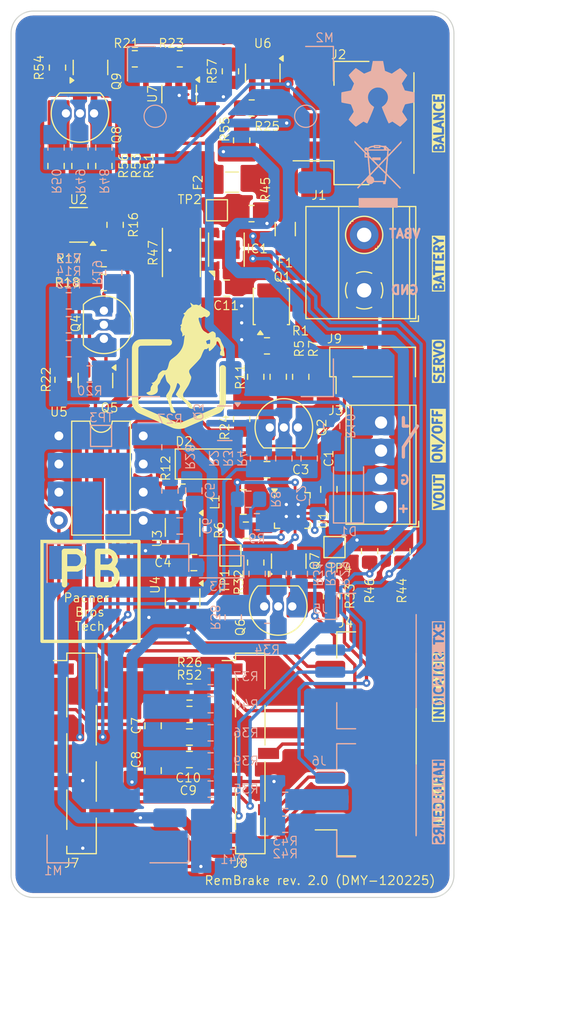
<source format=kicad_pcb>
(kicad_pcb (version 20241229) (generator "pcbnew") (generator_version "9.99")
  (title_block (title "RemBrake") (rev "2.0") (company "Pacner Bros Tech"))
  (layers (0 "F.Cu" signal) (2 "B.Cu" signal) (13 "F.Paste" user) (15 "B.Paste" user) (5 "F.SilkS" user "F.Silkscreen") (7 "B.SilkS" user "B.Silkscreen") (1 "F.Mask" user) (3 "B.Mask" user) (25 "Edge.Cuts" user))
  (net 0 "")
  (net 1 "GND")
  (net 2 "+5V")
  (net 3 "Net-(U3-VOUT)")
  (net 4 "+7.5V")
  (net 5 "/brake_control/I2C.SDA")
  (net 6 "/brake_control/I2C.SCL")
  (net 7 "/brake_control/DISPLAY.DCKI")
  (net 8 "/brake_control/SERVO")
  (net 9 "/brake_control/VBUS")
  (net 10 "Net-(U1-SS{slash}TR)")
  (net 11 "/power_switch/ON{slash}OFF")
  (net 12 "/brake_control/BUZZER")
  (net 13 "/brake_control/DISPLAY.DI")
  (net 14 "Net-(Q4-E)")
  (net 15 "/brake_control/BUZZ")
  (net 16 "Net-(Q1-G)")
  (net 17 "Net-(D2-A)")
  (net 18 "/power_switch/BOOST")
  (net 19 "Net-(J2-Pin_1)")
  (net 20 "Net-(J1-Pin_2)")
  (net 21 "Net-(Q8-E)")
  (net 22 "+3V3")
  (net 23 "Net-(Q8-B)")
  (net 24 "/power_manager/BAT+")
  (net 25 "/power_manager/VBATT")
  (net 26 "Net-(IC1-~{ALCC})")
  (net 27 "/power_manager/BM")
  (net 28 "/brake_control/STATUS")
  (net 29 "/brake_control/POWER SW")
  (net 30 "/brake_control/ENABLE")
  (net 31 "Net-(M1-VT)")
  (net 32 "Net-(M1-D2)")
  (net 33 "Net-(M1-D3)")
  (net 34 "Net-(M1-D0)")
  (net 35 "Net-(M1-D1)")
  (net 36 "/control_connector/LED GREEN")
  (net 37 "/control_connector/LED RED")
  (net 38 "/brake_control/RF SWITCH")
  (net 39 "Net-(L1-Pad1)")
  (net 40 "Net-(Q2-E)")
  (net 41 "Net-(Q2-B)")
  (net 42 "Net-(Q4-B)")
  (net 43 "Net-(Q4-C)")
  (net 44 "Net-(Q6-B)")
  (net 45 "Net-(Q6-E)")
  (net 46 "Net-(Q6-C)")
  (net 47 "Net-(Q8-C)")
  (net 48 "Net-(U1-PG)")
  (net 49 "Net-(U3-CE)")
  (net 50 "Net-(U1-FB)")
  (net 51 "Net-(U2-VDD)")
  (net 52 "Net-(M2-LED)")
  (net 55 "Net-(M2-Vin)")
  (net 58 "Net-(D3-A)")
  (net 59 "/control_connector/RED")
  (net 60 "/control_connector/GREEN")
  (net 61 "/control_connector/BLUE")
  (net 62 "/control_connector/BUTTON")
  (net 63 "/brake_control/BTN")
  (net 64 "Net-(U5-THR)")
  (net 65 "Net-(U5-CV)")
  (net 66 "Net-(U5-DIS)")
  (net 68 "Net-(U6-EN)")
  (footprint "TestPoint:TestPoint_Pad_1.5x1.5mm" (layer "F.Cu") (at 149.21 108.377)
    (property "Reference" "TP4")
    (property "Value" "TestPoint_Probe" (hide yes))
  )
  (footprint "Package_TO_SOT_SMD:SOT-23" (layer "F.Cu") (at 127.62 93.3425 -90)
    (property "Reference" "Q5")
    (property "Value" "BC847" (hide yes))
  )
  (footprint "Package_TO_SOT_THT:TO-92_Inline" (layer "F.Cu") (at 143.368 97.582)
    (property "Reference" "Q2")
    (property "Value" "BC337" (hide yes))
  )
  (footprint "Resistor_SMD:R_0805_2012Metric_Pad1.20x1.40mm_HandSolder" (layer "F.Cu") (at 141.717 78.278 180)
    (property "Reference" "R45")
    (property "Value" "10k" (hide yes))
  )
  (footprint "Package_TO_SOT_SMD:SOT-23-5" (layer "F.Cu") (at 135.494 112.949 -90)
    (property "Reference" "U4")
    (property "Value" "MAX40200AUK" (hide yes))
  )
  (footprint "Resistor_SMD:R_0805_2012Metric_Pad1.20x1.40mm_HandSolder" (layer "F.Cu") (at 124.191 65.102 -90)
    (property "Reference" "R54")
    (property "Value" "4k2" (hide yes))
  )
  (footprint "Diode_SMD:D_SOD-128" (layer "F.Cu") (at 137.993 100.884)
    (property "Reference" "D2")
    (property "Value" "D_Schottky" (hide yes))
  )
  (footprint "Resistor_SMD:R_0805_2012Metric_Pad1.20x1.40mm_HandSolder" (layer "F.Cu") (at 140.828 96.82 -90)
    (property "Reference" "R24")
    (property "Value" "100R" (hide yes))
  )
  (footprint "Package_SO:Vishay_PowerPAK_1212-8_Single" (layer "F.Cu") (at 143.51 86.6635 90)
    (property "Reference" "Q1")
    (property "Value" "SiS415DNT" (hide yes))
  )
  (footprint "Capacitor_SMD:C_0805_2012Metric_Pad1.18x1.45mm_HandSolder" (layer "F.Cu") (at 148.702 103.17 90)
    (property "Reference" "C1")
    (property "Value" "10uF" (hide yes))
  )
  (footprint "Package_TO_SOT_SMD:SOT-23-5" (layer "F.Cu") (at 142.733 65.578 -90)
    (property "Reference" "U6")
    (property "Value" "MAX40200AUK" (hide yes))
  )
  (footprint "Capacitor_SMD:C_0805_2012Metric_Pad1.18x1.45mm_HandSolder" (layer "F.Cu") (at 139.4675 85.009 180)
    (property "Reference" "C11")
    (property "Value" "1u" (hide yes))
  )
  (footprint "TestPoint:TestPoint_Pad_1.5x1.5mm" (layer "F.Cu") (at 138.5928 77.978)
    (property "Reference" "TP2")
    (property "Value" "TestPoint_Probe" (hide yes))
  )
  (footprint "Resistor_SMD:R_0805_2012Metric_Pad1.20x1.40mm_HandSolder" (layer "F.Cu") (at 128.382 82.342 180)
    (property "Reference" "R17")
    (property "Value" "0R" (hide yes))
  )
  (footprint "Package_TO_SOT_SMD:SOT-23" (layer "F.Cu") (at 145.08 109.647 90)
    (property "Reference" "Q7")
    (property "Value" "BC847" (hide yes))
  )
  (footprint "TerminalBlock_Phoenix:TerminalBlock_Phoenix_MPT-0,5-4-2.54_1x04_P2.54mm_Horizontal" (layer "F.Cu") (at 153.416 104.7546 90)
    (property "Reference" "J3")
    (property "Value" "Screw_Terminal_01x04" (hide yes))
  )
  (footprint "Resistor_SMD:R_0805_2012Metric_Pad1.20x1.40mm_HandSolder" (layer "F.Cu") (at 142.098 93.01 90)
    (property "Reference" "R11")
    (property "Value" "10k" (hide yes))
  )
  (footprint "Package_TO_SOT_SMD:SOT-23-5" (layer "F.Cu") (at 135.494 106.599 -90)
    (property "Reference" "U3")
    (property "Value" "XC6220B331MR" (hide yes))
  )
  (footprint "Fuse:Fuse_1206_3216Metric_Pad1.42x1.75mm_HandSolder" (layer "F.Cu") (at 139.954 75.438)
    (property "Reference" "F2")
    (property "Value" "10A / 24V" (hide yes))
  )
  (footprint "Resistor_SMD:R_0805_2012Metric_Pad1.20x1.40mm_HandSolder" (layer "F.Cu") (at 141.209 106.853)
    (property "Reference" "R6")
    (property "Value" "100k" (hide yes))
  )
  (footprint "Connector_Molex:Molex_CLIK-Mate_502494-0870_1x08-1MP_P2.00mm_Horizontal" (layer "F.Cu") (at 151.329 126.142 90)
    (property "Reference" "J4")
    (property "Value" "Conn_01x08_MountingPin" (hide yes))
  )
  (footprint "Resistor_SMD:R_0805_2012Metric_Pad1.20x1.40mm_HandSolder" (layer "F.Cu") (at 128.382 73.976 90)
    (property "Reference" "R53")
    (property "Value" "0R" (hide yes))
  )
  (footprint "Capacitor_SMD:C_0805_2012Metric_Pad1.18x1.45mm_HandSolder" (layer "F.Cu") (at 136.51 109.774 180)
    (property "Reference" "C4")
    (property "Value" "0.1u" (hide yes))
  )
  (footprint "Package_TO_SOT_SMD:SOT-23" (layer "F.Cu") (at 127.173 65.0885 90)
    (property "Reference" "Q9")
    (property "Value" "BC847" (hide yes))
  )
  (footprint "Resistor_SMD:R_0805_2012Metric_Pad1.20x1.40mm_HandSolder" (layer "F.Cu") (at 136.113 123.49 180)
    (property "Reference" "R52")
    (property "Value" "625k" (hide yes))
  )
  (footprint "Capacitor_SMD:C_0805_2012Metric_Pad1.18x1.45mm_HandSolder" (layer "F.Cu") (at 132.827 124.506 -90)
    (property "Reference" "C7")
    (property "Value" "47uF" (hide yes))
  )
  (footprint "Capacitor_SMD:C_0805_2012Metric_Pad1.18x1.45mm_HandSolder" (layer "F.Cu") (at 132.827 128.5485 90)
    (property "Reference" "C8")
    (property "Value" "22u" (hide yes))
  )
  (footprint "Resistor_SMD:R_0805_2012Metric_Pad1.20x1.40mm_HandSolder" (layer "F.Cu") (at 135.24 64.308 180)
    (property "Reference" "R23")
    (property "Value" "0R" (hide yes))
  )
  (footprint "TerminalBlock_Phoenix:TerminalBlock_Phoenix_MKDS-1,5-2_1x02_P5.00mm_Horizontal" (layer "F.Cu") (at 151.8922 85.2024 90)
    (property "Reference" "J1")
    (property "Value" "Screw_Terminal_01x02" (hide yes))
  )
  (footprint "Package_TO_SOT_THT:TO-92_Inline" (layer "F.Cu") (at 145.4 113.732 180)
    (property "Reference" "Q6")
    (property "Value" "BC337" (hide yes))
  )
  (footprint "TestPoint:TestPoint_Pad_1.5x1.5mm" (layer "F.Cu") (at 139.812 109.139)
    (property "Reference" "TP1")
    (property "Value" "TestPoint_Probe" (hide yes))
  )
  (footprint "Connector_PinSocket_2.54mm:PinSocket_1x07_P2.54mm_Vertical_SMD_Pin1Left" (layer "F.Cu") (at 126.365 127)
    (property "Reference" "J7")
    (property "Value" "Conn_01x07" (hide yes))
  )
  (footprint "Capacitor_SMD:C_0805_2012Metric_Pad1.18x1.45mm_HandSolder" (layer "F.Cu") (at 136.1075 127.554 180)
    (property "Reference" "C9")
    (property "Value" "22u" (hide yes))
  )
  (footprint "Capacitor_SMD:C_0805_2012Metric_Pad1.18x1.45mm_HandSolder" (layer "F.Cu") (at 143.114 101.392)
    (property "Reference" "C3")
    (property "Value" "22uF" (hide yes))
  )
  (footprint "Resistor_SMD:R_0805_2012Metric_Pad1.20x1.40mm_HandSolder" (layer "F.Cu") (at 124.699 93.28 -90)
    (property "Reference" "R22")
    (property "Value" "10k" (hide yes))
  )
  (footprint "Fuse:Fuse_1206_3216Metric_Pad1.42x1.75mm_HandSolder" (layer "F.Cu") (at 144.765 79.675 -90)
    (property "Reference" "F1")
    (property "Value" "10A / 24V" (hide yes))
  )
  (footprint "Resistor_SMD:R_0805_2012Metric_Pad1.20x1.40mm_HandSolder" (layer "F.Cu") (at 148.956 112.822 -90)
    (property "Reference" "R33")
    (property "Value" "500R" (hide yes))
  )
  (footprint "Package_DFN_QFN:VQFN-16-1EP_3x3mm_P0.5mm_EP1.68x1.68mm_ThermalVias" (layer "F.Cu") (at 145.4 105.075)
    (property "Reference" "U1")
    (property "Value" "TPS62140" (hide yes))
  )
  (footprint "Resistor_SMD:R_0805_2012Metric_Pad1.20x1.40mm_HandSolder" (layer "F.Cu") (at 124.064 73.976 90)
    (property "Reference" "R56")
    (property "Value" "0R" (hide yes))
  )
  (footprint "Resistor_SMD:R_0805_2012Metric_Pad1.20x1.40mm_HandSolder" (layer "F.Cu") (at 144.13 93.01 90)
    (property "Reference" "R5")
    (property "Value" "10k" (hide yes))
  )
  (footprint "Capacitor_SMD:C_0805_2012Metric_Pad1.18x1.45mm_HandSolder" (layer "F.Cu") (at 136.1075 125.522 180)
    (property "Reference" "C10")
    (property "Value" "22u" (hide yes))
  )
  (footprint "Resistor_SMD:R_0805_2012Metric_Pad1.20x1.40mm_HandSolder" (layer "F.Cu") (at 135.494 103.424 180)
    (property "Reference" "R12")
    (property "Value" "10k" (hide yes))
  )
  (footprint "Package_DFN_QFN:DFN-8-1EP_3x3mm_P0.5mm_EP1.66x2.38mm" (layer "F.Cu") (at 139.446 81.534 90)
    (property "Reference" "IC1")
    (property "Value" "LTC2943IDD#TRPBF" (hide yes))
  )
  (footprint "Resistor_SMD:R_0805_2012Metric_Pad1.20x1.40mm_HandSolder" (layer "F.Cu") (at 143.114 90.216)
    (property "Reference" "R1")
    (property "Value" "10k" (hide yes))
  )
  (footprint "Package_TO_SOT_SMD:SOT-23-5" (layer "F.Cu") (at 135.179 67.483 -90)
    (property "Reference" "U7")
    (property "Value" "MAX40200AUK" (hide yes))
  )
  (footprint "Resistor_SMD:R_0805_2012Metric_Pad1.20x1.40mm_HandSolder" (layer "F.Cu") (at 128.382 84.501 180)
    (property "Reference" "R18")
    (property "Value" "0R" (hide yes))
  )
  (footprint "Resistor_SMD:R_0805_2012Metric_Pad1.20x1.40mm_HandSolder" (layer "F.Cu") (at 141.733 68.753 180)
    (property "Reference" "R25")
    (property "Value" "100R" (hide yes))
  )
  (footprint "Resistor_SMD:R_0805_2012Metric_Pad1.20x1.40mm_HandSolder" (layer "F.Cu") (at 142.098 109.774 -90)
    (property "Reference" "R32")
    (property "Value" "500R" (hide yes))
  )
  (footprint "Package_TO_SOT_THT:TO-92_Inline" (layer "F.Cu") (at 128.382 87.041 -90)
    (property "Reference" "Q4")
    (property "Value" "BC337" (hide yes))
  )
  (footprint "Resistor_SMD:R_0805_2012Metric_Pad1.20x1.40mm_HandSolder" (layer "F.Cu") (at 129.398 79.294 90)
    (property "Reference" "R16")
    (property "Value" "10k" (hide yes))
  )
  (footprint "Connector_JST:JST_XH_S3B-XH-SM4-TB_1x03-1MP_P2.50mm_Horizontal" (layer "F.Cu") (at 150.9776 70.104 90)
    (property "Reference" "J2")
    (property "Value" "Conn_01x03_MountingPin" (hide yes))
  )
  (footprint "Resistor_SMD:R_0805_2012Metric_Pad1.20x1.40mm_HandSolder" (layer "F.Cu") (at 136.113 121.458)
    (property "Reference" "R26")
    (property "Value" "100R" (hide yes))
  )
  (footprint "Resistor_SMD:R_2512_6332Metric_Pad1.40x3.35mm_HandSolder" (layer "F.Cu") (at 135.382 81.788 -90)
    (property "Reference" "R47")
    (property "Value" "50mR" (hide yes))
  )
  (footprint "Connector_PinHeader_2.54mm:PinHeader_1x03_P2.54mm_Vertical_SMD_Pin1Left" (layer "F.Cu") (at 152.654 91.6726 90)
    (property "Reference" "J9")
    (property "Value" "Conn_01x03" (hide yes))
  )
  (footprint "Package_TO_SOT_SMD:SOT-23-5" (layer "F.Cu") (at 126.096 79.294 180)
    (property "Reference" "U2")
    (property "Value" "BD48ExxG" (hide yes))
  )
  (footprint "Resistor_SMD:R_0805_2012Metric_Pad1.20x1.40mm_HandSolder" (layer "F.Cu") (at 152.385 108.742 -90)
    (property "Reference" "R46")
    (property "Value" "10k" (hide yes))
  )
  (footprint "Resistor_SMD:R_0805_2012Metric_Pad1.20x1.40mm_HandSolder" (layer "F.Cu") (at 131.176 64.308 180)
    (property "Reference" "R21")
    (property "Value" "0R" (hide yes))
  )
  (footprint "Resistor_SMD:R_0805_2012Metric_Pad1.20x1.40mm_HandSolder" (layer "F.Cu") (at 146.162 93.01 -90)
    (property "Reference" "R7")
    (property "Value" "42k" (hide yes))
  )
  (footprint "Package_DIP:DIP-8_W7.62mm" (layer "F.Cu") (at 124.318 98.344)
    (property "Reference" "U5")
    (property "Value" "LM555xN" (hide yes))
  )
  (footprint "Package_TO_SOT_THT:TO-92_Inline" (layer "F.Cu") (at 127.493 69.231 180)
    (property "Reference" "Q8")
    (property "Value" "BC337" (hide yes))
  )
  (footprint "Resistor_SMD:R_0805_2012Metric_Pad1.20x1.40mm_HandSolder" (layer "F.Cu") (at 155.306 108.742 -90)
    (property "Reference" "R44")
    (property "Value" "10k" (hide yes))
  )
  (footprint "Resistor_SMD:R_0805_2012Metric_Pad1.20x1.40mm_HandSolder" (layer "F.Cu") (at 140.828 71.674 90)
    (property "Reference" "R55")
    (property "Value" "10k" (hide yes))
  )
  (footprint "Connector_PinSocket_2.54mm:PinSocket_1x07_P2.54mm_Vertical_SMD_Pin1Left" (layer "F.Cu") (at 141.605 127)
    (property "Reference" "J8")
    (property "Value" "Conn_01x07" (hide yes))
  )
  (footprint "Inductor_SMD:L_1008_2520Metric_Pad1.43x2.20mm_HandSolder" (layer "F.Cu") (at 140.9745 104.313 180)
    (property "Reference" "L1")
    (property "Value" "2.2uH" (hide yes))
  )
  (footprint "Resistor_SMD:R_0805_2012Metric_Pad1.20x1.40mm_HandSolder" (layer "F.Cu") (at 126.223 73.976 90)
    (property "Reference" "R51")
    (property "Value" "0R" (hide yes))
  )
  (footprint "Resistor_SMD:R_0805_2012Metric_Pad1.20x1.40mm_HandSolder" (layer "F.Cu") (at 139.812 65.435 90)
    (property "Reference" "R57")
    (property "Value" "10k" (hide yes))
  )
  (footprint "Resistor_SMD:R_0805_2012Metric_Pad1.20x1.40mm_HandSolder" (layer "B.Cu") (at 143.13 115.997)
    (property "Reference" "R34")
    (property "Value" "4k2" (hide yes))
  )
  (footprint "Resistor_SMD:R_0805_2012Metric_Pad1.20x1.40mm_HandSolder" (layer "B.Cu") (at 142.352 100.376 90)
    (property "Reference" "R2")
    (property "Value" "4k2" (hide yes))
  )
  (footprint "Resistor_SMD:R_0805_2012Metric_Pad1.20x1.40mm_HandSolder" (layer "B.Cu") (at 148.956 97.455 90)
    (property "Reference" "R10")
    (property "Value" "0R" (hide yes))
  )
  (footprint "Symbol:OSHW-Symbol_6.7x6mm_SilkScreen" (layer "B.Cu") (at 153.147 67.483 180)
    (property "Reference" "REF**" (hide yes))
    (property "Value" "OSHW-Symbol_6.7x6mm_SilkScreen" (hide yes))
  )
  (footprint "Diode_SMD:D_SOD-128" (layer "B.Cu") (at 150.48 103.043 90)
    (property "Reference" "D1")
    (property "Value" "D_Schottky" (hide yes))
  )
  (footprint "Resistor_SMD:R_0805_2012Metric_Pad1.20x1.40mm_HandSolder" (layer "B.Cu") (at 140.066 114.727 90)
    (property "Reference" "R38")
    (property "Value" "0R" (hide yes))
  )
  (footprint "Resistor_SMD:R_0805_2012Metric_Pad1.20x1.40mm_HandSolder" (layer "B.Cu") (at 138.018 125.141 180)
    (property "Reference" "R36")
    (property "Value" "5k" (hide yes))
  )
  (footprint "Package_TO_SOT_SMD:SOT-23" (layer "B.Cu") (at 139.304 97.201 180)
    (property "Reference" "Q3")
    (property "Value" "BC847" (hide yes))
  )
  (footprint "Resistor_SMD:R_0805_2012Metric_Pad1.20x1.40mm_HandSolder" (layer "B.Cu") (at 126.223 72.325 90)
    (property "Reference" "R49")
    (property "Value" "4k2" (hide yes))
  )
  (footprint "Resistor_SMD:R_0805_2012Metric_Pad1.20x1.40mm_HandSolder" (layer "B.Cu") (at 142.1996 106.091)
    (property "Reference" "R9")
    (property "Value" "100k" (hide yes))
  )
  (footprint "Resistor_SMD:R_0805_2012Metric_Pad1.20x1.40mm_HandSolder" (layer "B.Cu") (at 138.018 130.221 180)
    (property "Reference" "R35")
    (property "Value" "5k" (hide yes))
  )
  (footprint "Diode_SMD:D_SOD-123" (layer "B.Cu") (at 138.669 110.155 180)
    (property "Reference" "D3")
    (property "Value" "MBR0520" (hide yes))
  )
  (footprint "Resistor_SMD:R_0805_2012Metric_Pad1.20x1.40mm_HandSolder" (layer "B.Cu") (at 138.018 122.601 180)
    (property "Reference" "R40")
    (property "Value" "5k" (hide yes))
  )
  (footprint "Resistor_SMD:R_0805_2012Metric_Pad1.20x1.40mm_HandSolder" (layer "B.Cu") (at 134.351 99.36 -90)
    (property "Reference" "R27")
    (property "Value" "2k7" (hide yes))
  )
  (footprint "Connector_Molex:Molex_CLIK-Mate_502494-0370_1x03-1MP_P2.00mm_Horizontal" (layer "B.Cu") (at 151.324 131.237 -90)
    (property "Reference" "J6")
    (property "Value" "Conn_01x03_MountingPin" (hide yes))
  )
  (footprint "Resistor_SMD:R_0805_2012Metric_Pad1.20x1.40mm_HandSolder" (layer "B.Cu") (at 124.064 72.325 90)
    (property "Reference" "R50")
    (property "Value" "4k2" (hide yes))
  )
  (footprint "Resistor_SMD:R_0805_2012Metric_Pad1.20x1.40mm_HandSolder" (layer "B.Cu") (at 146.924 100.376 90)
    (property "Reference" "R4")
    (property "Value" "4k2" (hide yes))
  )
  (footprint "Capacitor_SMD:C_0805_2012Metric_Pad1.18x1.45mm_HandSolder" (layer "B.Cu") (at 135.24 106.472)
    (property "Reference" "C6")
    (property "Value" "220n" (hide yes))
  )
  (footprint "Resistor_SMD:R_0805_2012Metric_Pad1.20x1.40mm_HandSolder" (layer "B.Cu") (at 125.207 88.311)
    (property "Reference" "R14")
    (property "Value" "4k2" (hide yes))
  )
  (footprint "Resistor_SMD:R_0805_2012Metric_Pad1.20x1.40mm_HandSolder" (layer "B.Cu") (at 142.225 110.79 -90)
    (property "Reference" "R31")
    (property "Value" "4k2" (hide yes))
  )
  (footprint "Resistor_SMD:R_0805_2012Metric_Pad1.20x1.40mm_HandSolder" (layer "B.Cu") (at 144.638 100.376 90)
    (property "Reference" "R3")
    (property "Value" "4k2" (hide yes))
  )
  (footprint "chinese_modules:USBC_charger" (layer "B.Cu") (at 139.812 78.994 -90)
    (property "Reference" "M2")
    (property "Value" "~" (hide yes))
  )
  (footprint "Resistor_SMD:R_0805_2012Metric_Pad1.20x1.40mm_HandSolder" (layer "B.Cu") (at 127.096 92.756 180)
    (property "Reference" "R20")
    (property "Value" "0R" (hide yes))
  )
  (footprint "Capacitor_SMD:C_0805_2012Metric_Pad1.18x1.45mm_HandSolder" (layer "B.Cu") (at 147.686 104.313 90)
    (property "Reference" "C2")
    (property "Value" "680pF" (hide yes))
  )
  (footprint "Resistor_SMD:R_0805_2012Metric_Pad1.20x1.40mm_HandSolder" (layer "B.Cu") (at 144.765 133.396 180)
    (property "Reference" "R42")
    (property "Value" "10k" (hide yes))
  )
  (footprint "Resistor_SMD:R_0805_2012Metric_Pad1.20x1.40mm_HandSolder" (layer "B.Cu") (at 129.271 83.612 -90)
    (property "Reference" "R19")
    (property "Value" "4k2" (hide yes))
  )
  (footprint "Resistor_SMD:R_0805_2012Metric_Pad1.20x1.40mm_HandSolder" (layer "B.Cu") (at 138.018 127.681 180)
    (property "Reference" "R39")
    (property "Value" "5k" (hide yes))
  )
  (footprint "TestPoint:TestPoint_Pad_1.5x1.5mm" (layer "B.Cu") (at 128.128 98.344 180)
    (property "Reference" "TP3")
    (property "Value" "TestPoint_Probe" (hide yes))
  )
  (footprint "Resistor_SMD:R_0805_2012Metric_Pad1.20x1.40mm_HandSolder" (layer "B.Cu") (at 144.13 110.79 -90)
    (property "Reference" "R30")
    (property "Value" "4k2" (hide yes))
  )
  (footprint "Resistor_SMD:R_0805_2012Metric_Pad1.20x1.40mm_HandSolder" (layer "B.Cu") (at 134.351 103.281 -90)
    (property "Reference" "R28")
    (property "Value" "10k" (hide yes))
  )
  (footprint "Symbol:WEEE-Logo_4.2x6mm_SilkScreen" (layer "B.Cu") (at 153.147 74.722 180)
    (property "Reference" "REF**" (hide yes))
    (property "Value" "WEEE-Logo_4.2x6mm_SilkScreen" (hide yes))
  )
  (footprint "Resistor_SMD:R_0805_2012Metric_Pad1.20x1.40mm_HandSolder" (layer "B.Cu") (at 144.765 131.237 180)
    (property "Reference" "R43")
    (property "Value" "10k" (hide yes))
  )
  (footprint "Resistor_SMD:R_0805_2012Metric_Pad1.20x1.40mm_HandSolder" (layer "B.Cu") (at 146.035 110.79 90)
    (property "Reference" "R29")
    (property "Value" "4k2" (hide yes))
  )
  (footprint "Connector_Molex:Molex_CLIK-Mate_502494-0470_1x04-1MP_P2.00mm_Horizontal" (layer "B.Cu") (at 151.3286 118.664 -90)
    (property "Reference" "J5")
    (property "Value" "Conn_01x04_MountingPin" (hide yes))
  )
  (footprint "Resistor_SMD:R_0805_2012Metric_Pad1.20x1.40mm_HandSolder" (layer "B.Cu") (at 125.207 90.47)
    (property "Reference" "R15")
    (property "Value" "4k2" (hide yes))
  )
  (footprint "Resistor_SMD:R_0805_2012Metric_Pad1.20x1.40mm_HandSolder" (layer "B.Cu") (at 138.018 120.061 180)
    (property "Reference" "R37")
    (property "Value" "5k" (hide yes))
  )
  (footprint "Capacitor_SMD:C_0805_2012Metric_Pad1.18x1.45mm_HandSolder" (layer "B.Cu") (at 136.51 103.297 -90)
    (property "Reference" "C5")
    (property "Value" "220n" (hide yes))
  )
  (footprint "Resistor_SMD:R_0805_2012Metric_Pad1.20x1.40mm_HandSolder" (layer "B.Cu") (at 125.207 86.152)
    (property "Reference" "R13")
    (property "Value" "4k2" (hide yes))
  )
  (footprint "Resistor_SMD:R_0805_2012Metric_Pad1.20x1.40mm_HandSolder" (layer "B.Cu") (at 128.382 72.325 90)
    (property "Reference" "R48")
    (property "Value" "4k2" (hide yes))
  )
  (footprint "chinese_modules:RF_controller" (layer "B.Cu") (at 129.652 122.474 90)
    (property "Reference" "M1")
    (property "Value" "~" (hide yes))
  )
  (footprint "Resistor_SMD:R_0805_2012Metric_Pad1.20x1.40mm_HandSolder" (layer "B.Cu") (at 141.447 104.059)
    (property "Reference" "R8")
    (property "Value" "590k" (hide yes))
  )
  (footprint "Resistor_SMD:R_0805_2012Metric_Pad1.20x1.40mm_HandSolder" (layer "B.Cu") (at 140.05 134.92 180)
    (property "Reference" "R41")
    (property "Value" "10k" (hide yes))
  )
  (gr_poly (pts (xy 136.191317 86.317338) (xy 136.192876 86.317683) (xy 136.19465 86.318232) (xy 136.196639 86.318983) (xy 136.198841 86.319935) (xy 136.203885 86.322442) (xy 136.209774 86.325747) (xy 136.216504 86.329842) (xy 136.224067 86.334722) (xy 136.232459 86.34038) (xy 136.241673 86.34681) (xy 136.251703 86.354005) (xy 136.262542 86.36196) (xy 136.274186 86.370667) (xy 136.286628 86.380121) (xy 136.313882 86.401243) (xy 136.338162 86.420025) (xy 136.362039 86.438088) (xy 136.384902 86.454996) (xy 136.406143 86.470314) (xy 136.425151 86.483607) (xy 136.441317 86.49444) (xy 136.454032 86.502378) (xy 136.458905 86.505126) (xy 136.462686 86.506986) (xy 136.469344 86.509594) (xy 136.476485 86.511806) (xy 136.484138 86.513619) (xy 136.492331 86.515035) (xy 136.501094 86.516052) (xy 136.510454 86.51667) (xy 136.52044 86.516889) (xy 136.531082 86.516708) (xy 136.542407 86.516126) (xy 136.554444 86.515144) (xy 136.567222 86.51376) (xy 136.58077 86.511975) (xy 136.595116 86.509787) (xy 136.610288 86.507197) (xy 136.626316 86.504204) (xy 136.643228 86.500806) (xy 136.656174 86.49836) (xy 136.669119 86.496504) (xy 136.682125 86.495247) (xy 136.695254 86.494599) (xy 136.708567 86.494568) (xy 136.722124 86.495165) (xy 136.735988 86.496397) (xy 136.750219 86.498275) (xy 136.764879 86.500808) (xy 136.780029 86.504004) (xy 136.79573 86.507874) (xy 136.812044 86.512426) (xy 136.829032 86.517669) (xy 136.846755 86.523613) (xy 136.865275 86.530268) (xy 136.884653 86.537641) (xy 136.901354 86.543919) (xy 136.916689 86.549199) (xy 136.930624 86.553471) (xy 136.943122 86.556726) (xy 136.948822 86.557969) (xy 136.95415 86.558955) (xy 136.959101 86.559683) (xy 136.96367 86.56015) (xy 136.967855 86.560357) (xy 136.97165 86.560301) (xy 136.97505 86.559983) (xy 136.978052 86.5594) (xy 136.979313 86.558971) (xy 136.980737 86.558353) (xy 136.984053 86.556573) (xy 136.987951 86.554101) (xy 136.992386 86.550975) (xy 136.997309 86.547237) (xy 137.002675 86.542926) (xy 137.008434 86.538084) (xy 137.014541 86.532751) (xy 137.020948 86.526966) (xy 137.027609 86.520769) (xy 137.034475 86.514203) (xy 137.0415 86.507305) (xy 137.048637 86.500118) (xy 137.055838 86.49268) (xy 137.063056 86.485033) (xy 137.070245 86.477216) (xy 137.084426 86.461854) (xy 137.098126 86.447529) (xy 137.111013 86.434551) (xy 137.122755 86.423233) (xy 137.133018 86.413886) (xy 137.141472 86.406824) (xy 137.144916 86.404247) (xy 137.147783 86.402358) (xy 137.150032 86.401196) (xy 137.15162 86.4008) (xy 137.152768 86.400865) (xy 137.153834 86.401066) (xy 137.154817 86.401413) (xy 137.155278 86.401643) (xy 137.155718 86.401914) (xy 137.156136 86.402226) (xy 137.156534 86.40258) (xy 137.156911 86.402977) (xy 137.157267 86.403419) (xy 137.157916 86.404442) (xy 137.15848 86.405657) (xy 137.158959 86.407074) (xy 137.159352 86.408702) (xy 137.159659 86.410551) (xy 137.159879 86.41263) (xy 137.160013 86.414949) (xy 137.160059 86.417517) (xy 137.160017 86.420343) (xy 137.159887 86.423437) (xy 137.159668 86.426808) (xy 137.15936 86.430465) (xy 137.158962 86.434419) (xy 137.158474 86.438677) (xy 137.157895 86.443251) (xy 137.157226 86.448149) (xy 137.155611 86.458955) (xy 137.153628 86.47117) (xy 137.151272 86.48487) (xy 137.148538 86.500131) (xy 137.145425 86.517026) (xy 137.143572 86.528) (xy 137.142258 86.538495) (xy 137.141492 86.548542) (xy 137.141285 86.558175) (xy 137.141645 86.567425) (xy 137.142582 86.576325) (xy 137.144104 86.584906) (xy 137.146223 86.5932) (xy 137.148945 86.60124) (xy 137.152283 86.609058) (xy 137.156243 86.616685) (xy 137.160836 86.624154) (xy 137.166072 86.631497) (xy 137.171958 86.638745) (xy 137.178506 86.645932) (xy 137.185724 86.653089) (xy 137.190074 86.656768) (xy 137.196943 86.661994) (xy 137.217645 86.676698) (xy 137.246647 86.696423) (xy 137.282764 86.72039) (xy 137.324813 86.747819) (xy 137.371609 86.777932) (xy 137.42197 86.809949) (xy 137.47471 86.843091) (xy 137.726593 87.000925) (xy 137.804098 87.050603) (xy 137.856864 87.086099) (xy 137.890555 87.111394) (xy 137.902018 87.12146) (xy 137.910835 87.13047) (xy 137.917716 87.13892) (xy 137.923367 87.147308) (xy 137.933816 87.165891) (xy 137.943103 87.184736) (xy 137.950844 87.204164) (xy 137.957048 87.22408) (xy 137.961725 87.24439) (xy 137.964884 87.264998) (xy 137.966533 87.28581) (xy 137.966683 87.306732) (xy 137.965341 87.327669) (xy 137.962517 87.348526) (xy 137.958221 87.369208) (xy 137.95246 87.389622) (xy 137.945245 87.409672) (xy 137.936584 87.429263) (xy 137.926486 87.448302) (xy 137.914961 87.466693) (xy 137.902017 87.484342) (xy 137.892932 87.494679) (xy 137.881057 87.506406) (xy 137.866802 87.519238) (xy 137.850576 87.532893) (xy 137.832791 87.547087) (xy 137.813856 87.561535) (xy 137.794181 87.575954) (xy 137.774177 87.590061) (xy 137.754254 87.60357) (xy 137.734821 87.616199) (xy 137.716289 87.627664) (xy 137.699068 87.637681) (xy 137.683569 87.645966) (xy 137.6702 87.652235) (xy 137.659374 87.656204) (xy 137.655041 87.657238) (xy 137.651498 87.65759) (xy 137.649559 87.657529) (xy 137.647577 87.657347) (xy 137.64556 87.657051) (xy 137.643513 87.656644) (xy 137.63936 87.655523) (xy 137.635173 87.654022) (xy 137.631007 87.652183) (xy 137.626916 87.650047) (xy 137.622955 87.647653) (xy 137.619178 87.645042) (xy 137.615641 87.642255) (xy 137.612399 87.639331) (xy 137.609505 87.636312) (xy 137.607014 87.633238) (xy 137.605938 87.631693) (xy 137.604982 87.630149) (xy 137.604155 87.628612) (xy 137.603463 87.627086) (xy 137.602913 87.625577) (xy 137.602511 87.624089) (xy 137.602265 87.622628) (xy 137.602182 87.621198) (xy 137.602088 87.619335) (xy 137.601808 87.617499) (xy 137.601344 87.615691) (xy 137.600697 87.613913) (xy 137.59987 87.612165) (xy 137.598865 87.610449) (xy 137.597684 87.608764) (xy 137.596328 87.607114) (xy 137.5948 87.605497) (xy 137.593102 87.603916) (xy 137.591236 87.60237) (xy 137.589203 87.600862) (xy 137.587007 87.599393) (xy 137.584648 87.597962) (xy 137.582129 87.596571) (xy 137.579452 87.595222) (xy 137.576619 87.593915) (xy 137.573631 87.59265) (xy 137.570492 87.59143) (xy 137.567202 87.590255) (xy 137.563764 87.589125) (xy 137.56018 87.588043) (xy 137.556453 87.587008) (xy 137.552582 87.586023) (xy 137.548572 87.585087) (xy 137.544424 87.584202) (xy 137.54014 87.583369) (xy 137.535722 87.582589) (xy 137.531171 87.581862) (xy 137.526491 87.58119) (xy 137.521682 87.580574) (xy 137.516748 87.580015) (xy 137.501632 87.578561) (xy 137.487426 87.57757) (xy 137.474024 87.577066) (xy 137.461319 87.577073) (xy 137.449205 87.577617) (xy 137.437575 87.578722) (xy 137.426324 87.580413) (xy 137.415344 87.582714) (xy 137.404529 87.585649) (xy 137.393772 87.589245) (xy 137.382968 87.593525) (xy 137.372009 87.598513) (xy 137.36079 87.604236) (xy 137.349203 87.610716) (xy 137.337143 87.61798) (xy 137.324502 87.62605) (xy 137.312955 87.633425) (xy 137.300935 87.6407) (xy 137.28856 87.647823) (xy 137.275948 87.654744) (xy 137.25048 87.667773) (xy 137.225473 87.679374) (xy 137.213435 87.684511) (xy 137.201864 87.689136) (xy 137.190878 87.693199) (xy 137.180594 87.696648) (xy 137.17113 87.699432) (xy 137.162602 87.701498) (xy 137.155129 87.702797) (xy 137.148828 87.703275) (xy 137.146875 87.703173) (xy 137.144364 87.702873) (xy 137.141334 87.702385) (xy 137.137823 87.70172) (xy 137.129508 87.699897) (xy 137.119724 87.697484) (xy 137.108773 87.694562) (xy 137.096958 87.691212) (xy 137.084584 87.687513) (xy 137.071954 87.683546) (xy 137.059476 87.679652) (xy 137.047962 87.676417) (xy 137.037345 87.673852) (xy 137.027558 87.671972) (xy 137.018532 87.670791) (xy 137.010199 87.670322) (xy 137.002492 87.67058) (xy 136.998852 87.670986) (xy 136.995344 87.671579) (xy 136.991957 87.67236) (xy 136.988685 87.673332) (xy 136.985519 87.674495) (xy 136.982449 87.675852) (xy 136.979469 87.677405) (xy 136.976568 87.679155) (xy 136.97374 87.681104) (xy 136.970974 87.683254) (xy 136.9656 87.688162) (xy 136.960376 87.693894) (xy 136.955237 87.700463) (xy 136.950113 87.707883) (xy 136.94769 87.711714) (xy 136.945566 87.715436) (xy 136.944615 87.717288) (xy 136.943737 87.719149) (xy 136.94293 87.721032) (xy 136.942195 87.722949) (xy 136.94153 87.724912) (xy 136.940935 87.726934) (xy 136.940408 87.729027) (xy 136.93995 87.731202) (xy 136.939559 87.733472) (xy 136.939235 87.73585) (xy 136.938976 87.738347) (xy 136.938783 87.740976) (xy 136.938654 87.743748) (xy 136.938589 87.746677) (xy 136.938646 87.753051) (xy 136.938949 87.760196) (xy 136.939491 87.768209) (xy 136.940267 87.777188) (xy 136.94127 87.787231) (xy 136.942494 87.798434) (xy 136.943933 87.810895) (xy 136.946385 87.82861) (xy 136.949497 87.847129) (xy 136.953334 87.866653) (xy 136.957956 87.887387) (xy 136.963429 87.909532) (xy 136.969815 87.933292) (xy 136.977177 87.958869) (xy 136.985578 87.986465) (xy 137.005752 88.048528) (xy 137.030841 88.121103) (xy 137.061351 88.20581) (xy 137.097787 88.304273) (xy 137.131206 88.392077) (xy 137.161725 88.468696) (xy 137.189967 88.535431) (xy 137.216552 88.593582) (xy 137.242104 88.644449) (xy 137.267245 88.689333) (xy 137.292596 88.729535) (xy 137.31878 88.766355) (xy 137.330248 88.781281) (xy 137.341568 88.795349) (xy 137.352877 88.808672) (xy 137.36431 88.82136) (xy 137.376004 88.833527) (xy 137.388096 88.845285) (xy 137.40072 88.856744) (xy 137.414014 88.868019) (xy 137.428114 88.879219) (xy 137.443156 88.890459) (xy 137.459276 88.901848) (xy 137.47661 88.913501) (xy 137.495295 88.925528) (xy 137.515467 88.938042) (xy 137.537261 88.951155) (xy 137.560815 88.964979) (xy 137.579924 88.976197) (xy 137.599299 88.987846) (xy 137.636716 89.011072) (xy 137.65369 89.021965) (xy 137.668795 89.031922) (xy 137.681497 89.040603) (xy 137.691263 89.047666) (xy 137.701488 89.055192) (xy 137.711329 89.062001) (xy 137.720817 89.0681) (xy 137.729982 89.073501) (xy 137.738857 89.078212) (xy 137.747472 89.082241) (xy 137.755858 89.085598) (xy 137.764047 89.088293) (xy 137.77207 89.090333) (xy 137.779959 89.091729) (xy 137.787744 89.09249) (xy 137.795457 89.092624) (xy 137.803129 89.092141) (xy 137.810791 89.09105) (xy 137.818475 89.08936) (xy 137.826211 89.08708) (xy 137.830182 89.085582) (xy 137.83521 89.083439) (xy 137.848138 89.077378) (xy 137.864388 89.069216) (xy 137.883352 89.059272) (xy 137.904423 89.047868) (xy 137.926994 89.035321) (xy 137.950457 89.021954) (xy 137.974206 89.008085) (xy 138.021452 88.980283) (xy 138.065225 88.954917) (xy 138.100644 88.934796) (xy 138.122827 88.922727) (xy 138.131004 88.91894) (xy 138.139734 88.915648) (xy 138.148933 88.912851) (xy 138.158512 88.91055) (xy 138.168387 88.908747) (xy 138.17847 88.907441) (xy 138.188676 88.906634) (xy 138.198917 88.906326) (xy 138.209107 88.906518) (xy 138.219161 88.907211) (xy 138.228991 88.908406) (xy 138.238512 88.910104) (xy 138.247636 88.912304) (xy 138.256278 88.915009) (xy 138.264351 88.918218) (xy 138.271768 88.921934) (xy 138.284244 88.929124) (xy 138.297375 88.937125) (xy 138.324893 88.955009) (xy 138.35289 88.974495) (xy 138.379936 88.994493) (xy 138.404601 89.013911) (xy 138.425454 89.03166) (xy 138.434005 89.039567) (xy 138.441066 89.046647) (xy 138.446459 89.052764) (xy 138.450006 89.057783) (xy 138.455229 89.068056) (xy 138.46019 89.080272) (xy 138.464866 89.094265) (xy 138.469236 89.109869) (xy 138.473278 89.126918) (xy 138.476972 89.145247) (xy 138.480294 89.164688) (xy 138.483224 89.185077) (xy 138.48574 89.206248) (xy 138.48782 89.228034) (xy 138.489443 89.25027) (xy 138.490587 89.272791) (xy 138.49123 89.295429) (xy 138.49135 89.31802) (xy 138.490927 89.340396) (xy 138.489938 89.362394) (xy 138.483758 89.468549) (xy 138.544153 89.446668) (xy 138.558214 89.441768) (xy 138.571652 89.437528) (xy 138.58453 89.433948) (xy 138.596911 89.431027) (xy 138.608858 89.428767) (xy 138.620434 89.427166) (xy 138.631702 89.426225) (xy 138.642726 89.425945) (xy 138.653569 89.426324) (xy 138.664293 89.427364) (xy 138.674962 89.429063) (xy 138.685638 89.431422) (xy 138.696386 89.434442) (xy 138.707267 89.438122) (xy 138.718346 89.442462) (xy 138.729684 89.447462) (xy 138.738302 89.451733) (xy 138.747058 89.45657) (xy 138.764881 89.467814) (xy 138.782938 89.480932) (xy 138.801011 89.495662) (xy 138.818885 89.511743) (xy 138.836344 89.528913) (xy 138.853171 89.546909) (xy 138.869152 89.565471) (xy 138.884068 89.584337) (xy 138.897706 89.603245) (xy 138.909848 89.621934) (xy 138.920278 89.640141) (xy 138.92878 89.657605) (xy 138.932241 89.665977) (xy 138.935139 89.674065) (xy 138.937447 89.681836) (xy 138.939138 89.689259) (xy 138.940185 89.696299) (xy 138.940561 89.702924) (xy 138.941061 89.711097) (xy 138.942591 89.72077) (xy 138.945189 89.732041) (xy 138.948898 89.745009) (xy 138.953757 89.759773) (xy 138.959808 89.776431) (xy 138.96709 89.795082) (xy 138.975646 89.815824) (xy 138.985516 89.838757) (xy 138.99674 89.863978) (xy 139.023415 89.921681) (xy 139.055997 89.989722) (xy 139.094812 90.068891) (xy 139.14249 90.16546) (xy 139.177992 90.238626) (xy 139.202877 90.29291) (xy 139.211825 90.314384) (xy 139.218704 90.332832) (xy 139.223707 90.34882) (xy 139.227031 90.362913) (xy 139.22887 90.375675) (xy 139.229418 90.387673) (xy 139.228871 90.39947) (xy 139.227423 90.411633) (xy 139.222604 90.439313) (xy 139.219867 90.45503) (xy 139.217571 90.470028) (xy 139.215726 90.48444) (xy 139.214337 90.498402) (xy 139.213414 90.512049) (xy 139.212964 90.525516) (xy 139.212995 90.538938) (xy 139.213516 90.55245) (xy 139.214533 90.566186) (xy 139.216055 90.580281) (xy 139.21809 90.594871) (xy 139.220645 90.610091) (xy 139.223729 90.626074) (xy 139.227349 90.642957) (xy 139.23623 90.67996) (xy 139.248646 90.731005) (xy 139.259172 90.778902) (xy 139.267881 90.824137) (xy 139.274845 90.867193) (xy 139.280136 90.908555) (xy 139.283826 90.948709) (xy 139.285987 90.988137) (xy 139.286691 91.027326) (xy 139.286583 91.048781) (xy 139.286201 91.067804) (xy 139.285457 91.084523) (xy 139.284264 91.099067) (xy 139.282533 91.111566) (xy 139.280178 91.122146) (xy 139.278739 91.126758) (xy 139.277111 91.130938) (xy 139.275283 91.134703) (xy 139.273244 91.138069) (xy 139.270984 91.141052) (xy 139.26849 91.143668) (xy 139.265753 91.145933) (xy 139.262761 91.147864) (xy 139.259504 91.149475) (xy 139.25597 91.150785) (xy 139.252149 91.151807) (xy 139.248029 91.15256) (xy 139.23885 91.153317) (xy 139.228346 91.153185) (xy 139.216429 91.152293) (xy 139.203012 91.15077) (xy 139.181055 91.1475) (xy 139.157821 91.143146) (xy 139.13363 91.137823) (xy 139.108802 91.131648) (xy 139.083655 91.124734) (xy 139.058511 91.117198) (xy 139.009508 91.100721) (xy 138.986288 91.09201) (xy 138.964349 91.083139) (xy 138.944011 91.074223) (xy 138.925594 91.065377) (xy 138.909417 91.056716) (xy 138.895801 91.048357) (xy 138.885064 91.040414) (xy 138.877527 91.033002) (xy 138.876521 91.031715) (xy 138.875577 91.030371) (xy 138.874696 91.028957) (xy 138.873877 91.027458) (xy 138.873119 91.025862) (xy 138.872422 91.024155) (xy 138.871786 91.022323) (xy 138.871211 91.020353) (xy 138.870697 91.018232) (xy 138.870242 91.015945) (xy 138.869848 91.01348) (xy 138.869513 91.010822) (xy 138.869237 91.007959) (xy 138.86902 91.004877) (xy 138.868762 90.998001) (xy 138.868737 90.990085) (xy 138.868943 90.981023) (xy 138.869376 90.970704) (xy 138.870036 90.959023) (xy 138.870919 90.945869) (xy 138.872023 90.931136) (xy 138.874887 90.896497) (xy 138.87907 90.850533) (xy 138.883157 90.813873) (xy 138.885335 90.798445) (xy 138.887694 90.784639) (xy 138.890301 90.77222) (xy 138.893224 90.760955) (xy 138.896532 90.750609) (xy 138.900292 90.740946) (xy 138.904573 90.731733) (xy 138.909442 90.722735) (xy 138.914968 90.713718) (xy 138.921219 90.704446) (xy 138.936166 90.684202) (xy 138.939413 90.679826) (xy 138.94257 90.67535) (xy 138.945618 90.670806) (xy 138.948543 90.666226) (xy 138.951328 90.661644) (xy 138.953957 90.657093) (xy 138.956412 90.652605) (xy 138.958679 90.648212) (xy 138.96074 90.643948) (xy 138.962579 90.639845) (xy 138.96418 90.635937) (xy 138.965527 90.632255) (xy 138.966603 90.628833) (xy 138.967391 90.625703) (xy 138.967876 90.622898) (xy 138.968042 90.62045) (xy 138.967904 90.617897) (xy 138.967499 90.61478) (xy 138.966842 90.611144) (xy 138.965946 90.60703) (xy 138.964824 90.602483) (xy 138.963491 90.597546) (xy 138.960245 90.586673) (xy 138.956318 90.574759) (xy 138.95182 90.562148) (xy 138.946861 90.549187) (xy 138.941553 90.536222) (xy 138.935914 90.522065) (xy 138.930502 90.50669) (xy 138.925422 90.4905) (xy 138.92078 90.473901) (xy 138.916682 90.457298) (xy 138.913235 90.441096) (xy 138.910544 90.425699) (xy 138.909515 90.418429) (xy 138.908716 90.411512) (xy 138.90545 90.382824) (xy 138.901496 90.354284) (xy 138.896848 90.325874) (xy 138.891502 90.297575) (xy 138.885452 90.269368) (xy 138.878692 90.241237) (xy 138.871216 90.213162) (xy 138.863019 90.185125) (xy 138.854097 90.157108) (xy 138.844442 90.129093) (xy 138.83405 90.101062) (xy 138.822915 90.072996) (xy 138.811032 90.044877) (xy 138.798395 90.016686) (xy 138.784998 89.988407) (xy 138.770837 89.96002) (xy 138.76069 89.940655) (xy 138.750757 89.922705) (xy 138.741017 89.906146) (xy 138.731448 89.890955) (xy 138.722028 89.877111) (xy 138.712736 89.864589) (xy 138.703549 89.853367) (xy 138.694446 89.843423) (xy 138.685405 89.834734) (xy 138.676403 89.827278) (xy 138.667419 89.82103) (xy 138.658431 89.81597) (xy 138.649418 89.812074) (xy 138.640356 89.809319) (xy 138.631225 89.807682) (xy 138.622003 89.807142) (xy 138.618129 89.807219) (xy 138.614421 89.807458) (xy 138.610874 89.80787) (xy 138.607482 89.808466) (xy 138.60424 89.809257) (xy 138.601142 89.810255) (xy 138.598182 89.81147) (xy 138.595355 89.812915) (xy 138.592655 89.814599) (xy 138.590077 89.816535) (xy 138.587615 89.818733) (xy 138.585262 89.821205) (xy 138.583015 89.823962) (xy 138.580866 89.827014) (xy 138.578811 89.830374) (xy 138.576843 89.834053) (xy 138.574957 89.838061) (xy 138.573148 89.842409) (xy 138.571409 89.84711) (xy 138.569736 89.852174) (xy 138.568122 89.857612) (xy 138.566561 89.863436) (xy 138.56505 89.869656) (xy 138.56358 89.876285) (xy 138.562148 89.883332) (xy 138.560747 89.89081) (xy 138.558016 89.907102) (xy 138.555343 89.925249) (xy 138.552682 89.945341) (xy 138.546151 89.992959) (xy 138.542821 90.013513) (xy 138.539338 90.03216) (xy 138.535622 90.049099) (xy 138.53159 90.064528) (xy 138.52716 90.078646) (xy 138.522251 90.091651) (xy 138.51678 90.103742) (xy 138.510666 90.115116) (xy 138.503828 90.125973) (xy 138.496182 90.136509) (xy 138.487648 90.146924) (xy 138.478144 90.157417) (xy 138.467587 90.168184) (xy 138.455896 90.179426) (xy 138.450107 90.185001) (xy 138.44397 90.19119) (xy 138.430862 90.205148) (xy 138.417001 90.22078) (xy 138.402816 90.237566) (xy 138.388737 90.254985) (xy 138.375191 90.272518) (xy 138.362609 90.289644) (xy 138.351419 90.305845) (xy 138.341252 90.320423) (xy 138.329488 90.336017) (xy 138.316191 90.352564) (xy 138.301427 90.369998) (xy 138.28526 90.388254) (xy 138.267755 90.407267) (xy 138.248977 90.426973) (xy 138.22899 90.447307) (xy 138.20786 90.468203) (xy 138.18565 90.489598) (xy 138.138254 90.53362) (xy 138.08732 90.578855) (xy 138.033365 90.624784) (xy 138.016987 90.638095) (xy 138.001631 90.649841) (xy 137.987256 90.660028) (xy 137.97382 90.668667) (xy 137.961281 90.675763) (xy 137.949597 90.681325) (xy 137.944064 90.683533) (xy 137.938728 90.68536) (xy 137.933585 90.686808) (xy 137.92863 90.687877) (xy 137.923858 90.688569) (xy 137.919263 90.688883) (xy 137.914841 90.688822) (xy 137.910585 90.688386) (xy 137.906491 90.687577) (xy 137.902554 90.686394) (xy 137.898768 90.68484) (xy 137.895128 90.682915) (xy 137.891629 90.68062) (xy 137.888266 90.677956) (xy 137.885033 90.674924) (xy 137.881926 90.671525) (xy 137.878939 90.66776) (xy 137.876066 90.66363) (xy 137.873303 90.659136) (xy 137.870645 90.654279) (xy 137.868597 90.648666) (xy 137.866334 90.639572) (xy 137.861356 90.61259) (xy 137.85609 90.576623) (xy 137.850913 90.534961) (xy 137.846205 90.490896) (xy 137.842344 90.447717) (xy 137.839709 90.408715) (xy 137.838678 90.37718) (xy 137.8386 90.376838) (xy 137.838377 90.376642) (xy 137.83801 90.376587) (xy 137.837504 90.376671) (xy 137.836862 90.376892) (xy 137.836089 90.377245) (xy 137.834161 90.37834) (xy 137.831749 90.379932) (xy 137.828882 90.381998) (xy 137.82559 90.384515) (xy 137.821903 90.387458) (xy 137.817848 90.390805) (xy 137.813456 90.394533) (xy 137.808756 90.398617) (xy 137.803777 90.403034) (xy 137.798548 90.407761) (xy 137.793099 90.412774) (xy 137.787458 90.418051) (xy 137.781656 90.423566) (xy 137.767087 90.437403) (xy 137.753676 90.449747) (xy 137.741237 90.460681) (xy 137.729582 90.470289) (xy 137.718527 90.478654) (xy 137.707884 90.48586) (xy 137.697468 90.491992) (xy 137.692287 90.49468) (xy 137.687093 90.497131) (xy 137.681863 90.499355) (xy 137.676572 90.501362) (xy 137.671199 90.503163) (xy 137.66572 90.504769) (xy 137.65435 90.507434) (xy 137.642275 90.509442) (xy 137.629311 90.510876) (xy 137.61527 90.51182) (xy 137.599967 90.512357) (xy 137.583215 90.512571) (xy 137.563098 90.512783) (xy 137.545608 90.513439) (xy 137.530497 90.514569) (xy 137.523754 90.51532) (xy 137.517513 90.516201) (xy 137.511741 90.517214) (xy 137.506406 90.518364) (xy 137.501479 90.519654) (xy 137.496927 90.521087) (xy 137.49272 90.522669) (xy 137.488826 90.524401) (xy 137.485213 90.526288) (xy 137.481851 90.528333) (xy 137.477207 90.531773) (xy 137.472237 90.536211) (xy 137.461377 90.547971) (xy 137.449383 90.56339) (xy 137.436371 90.582247) (xy 137.422453 90.604318) (xy 137.407746 90.62938) (xy 137.392361 90.657212) (xy 137.376415 90.687591) (xy 137.36002 90.720294) (xy 137.343291 90.755098) (xy 137.326341 90.791781) (xy 137.309286 90.83012) (xy 137.292239 90.869893) (xy 137.275315 90.910877) (xy 137.258626 90.95285) (xy 137.242288 90.995588) (xy 137.21721 91.060929) (xy 137.193307 91.119924) (xy 137.170357 91.173018) (xy 137.148143 91.220659) (xy 137.126445 91.263295) (xy 137.105043 91.301373) (xy 137.083717 91.33534) (xy 137.06225 91.365644) (xy 137.023072 91.415244) (xy 136.973268 91.474341) (xy 136.913049 91.542705) (xy 136.842626 91.620109) (xy 136.762211 91.706323) (xy 136.672016 91.801117) (xy 136.572251 91.904263) (xy 136.463129 92.015531) (xy 136.345527 92.135063) (xy 136.256053 92.227568) (xy 136.220606 92.265323) (xy 136.190681 92.298289) (xy 136.165774 92.32712) (xy 136.145381 92.352472) (xy 136.129 92.375) (xy 136.116127 92.395361) (xy 136.106259 92.414209) (xy 136.098891 92.4322) (xy 136.093521 92.449991) (xy 136.089644 92.468235) (xy 136.08436 92.50871) (xy 136.083076 92.523843) (xy 136.082587 92.53891) (xy 136.082948 92.554093) (xy 136.084214 92.569571) (xy 136.086442 92.585527) (xy 136.089686 92.602141) (xy 136.094002 92.619596) (xy 136.099447 92.638071) (xy 136.106074 92.657748) (xy 136.113941 92.678808) (xy 136.123102 92.701432) (xy 136.133614 92.725802) (xy 136.14553 92.752098) (xy 136.158909 92.780502) (xy 136.173804 92.811195) (xy 136.190271 92.844358) (xy 136.272455 93.008283) (xy 136.272455 93.084516) (xy 136.272191 93.1005) (xy 136.271352 93.116448) (xy 136.269864 93.132615) (xy 136.267652 93.149256) (xy 136.264643 93.166627) (xy 136.260764 93.184984) (xy 136.25594 93.204581) (xy 136.250099 93.225675) (xy 136.243165 93.24852) (xy 136.235067 93.273373) (xy 136.225729 93.300488) (xy 136.215079 93.330121) (xy 136.189545 93.397962) (xy 136.157876 93.47894) (xy 136.126132 93.55768) (xy 136.096838 93.625995) (xy 136.08227 93.65778) (xy 136.067304 93.688801) (xy 136.051604 93.719673) (xy 136.034833 93.75101) (xy 136.016656 93.783428) (xy 135.996734 93.81754) (xy 135.950312 93.893303) (xy 135.892874 93.983215) (xy 135.821725 94.092191) (xy 135.739229 94.219025) (xy 135.665922 94.33395) (xy 135.609775 94.424324) (xy 135.590628 94.456354) (xy 135.57876 94.477506) (xy 135.567303 94.499979) (xy 135.562508 94.509861) (xy 135.558278 94.519035) (xy 135.554572 94.527652) (xy 135.551348 94.535858) (xy 135.548565 94.543801) (xy 135.54618 94.55163) (xy 135.544152 94.559491) (xy 135.542439 94.567535) (xy 135.540999 94.575907) (xy 135.53979 94.584756) (xy 135.538771 94.59423) (xy 135.537899 94.604477) (xy 135.536432 94.627882) (xy 135.535819 94.644534) (xy 135.53566 94.660341) (xy 135.535984 94.675407) (xy 135.536823 94.689836) (xy 135.538206 94.703729) (xy 135.540163 94.717192) (xy 135.542725 94.730327) (xy 135.545923 94.743238) (xy 135.549785 94.756028) (xy 135.554343 94.7688) (xy 135.559626 94.781659) (xy 135.565666 94.794706) (xy 135.572491 94.808047) (xy 135.580133 94.821783) (xy 135.588621 94.836019) (xy 135.597986 94.850858) (xy 135.607681 94.865395) (xy 135.617841 94.879608) (xy 135.628669 94.893684) (xy 135.640368 94.907811) (xy 135.65314 94.922174) (xy 135.667188 94.93696) (xy 135.682714 94.952356) (xy 135.699922 94.968547) (xy 135.719014 94.985722) (xy 135.740192 95.004065) (xy 135.76366 95.023764) (xy 135.78962 95.045005) (xy 135.818274 95.067975) (xy 135.849826 95.09286) (xy 135.922433 95.149122) (xy 136.00628 95.214141) (xy 136.075333 95.269133) (xy 136.131242 95.315637) (xy 136.175655 95.355194) (xy 136.194066 95.372848) (xy 136.210221 95.389344) (xy 136.224326 95.404873) (xy 136.236589 95.419628) (xy 136.247214 95.433802) (xy 136.256407 95.447586) (xy 136.264376 95.461175) (xy 136.271326 95.47476) (xy 136.298535 95.533079) (xy 136.325812 95.593829) (xy 136.352016 95.654239) (xy 136.37601 95.711536) (xy 136.396655 95.762947) (xy 136.412811 95.805699) (xy 136.42334 95.837021) (xy 136.426138 95.847528) (xy 136.427103 95.854139) (xy 136.427019 95.857574) (xy 136.426768 95.86088) (xy 136.426347 95.864059) (xy 136.425755 95.867117) (xy 136.424989 95.870058) (xy 136.42405 95.872887) (xy 136.422934 95.875607) (xy 136.42164 95.878223) (xy 136.420167 95.880739) (xy 136.418512 95.883161) (xy 136.416675 95.885491) (xy 136.414653 95.887735) (xy 136.412445 95.889897) (xy 136.410049 95.891981) (xy 136.407464 95.893991) (xy 136.404687 95.895933) (xy 136.400897 95.898335) (xy 136.399072 95.899406) (xy 136.397269 95.900389) (xy 136.395473 95.901282) (xy 136.393663 95.902083) (xy 136.391824 95.902792) (xy 136.389936 95.903406) (xy 136.387982 95.903924) (xy 136.385945 95.904345) (xy 136.383807 95.904668) (xy 136.38155 95.90489) (xy 136.379155 95.90501) (xy 136.376606 95.905028) (xy 136.373885 95.90494) (xy 136.370973 95.904747) (xy 136.367853 95.904445) (xy 136.364508 95.904035) (xy 136.360919 95.903514) (xy 136.357069 95.902882) (xy 136.35294 95.902135) (xy 136.348514 95.901274) (xy 136.338701 95.899201) (xy 136.327487 95.89665) (xy 136.31473 95.89361) (xy 136.300289 95.890069) (xy 136.284021 95.886014) (xy 136.246327 95.876351) (xy 136.212399 95.867068) (xy 136.181926 95.85794) (xy 136.154597 95.848742) (xy 136.130102 95.839251) (xy 136.10813 95.829243) (xy 136.088373 95.818491) (xy 136.070518 95.806774) (xy 136.054256 95.793865) (xy 136.039276 95.77954) (xy 136.025269 95.763576) (xy 136.011923 95.745748) (xy 135.998928 95.725831) (xy 135.985974 95.703601) (xy 135.972751 95.678833) (xy 135.958948 95.651304) (xy 135.943827 95.621181) (xy 135.936708 95.607658) (xy 135.929728 95.594939) (xy 135.922771 95.582859) (xy 135.91572 95.57125) (xy 135.908459 95.559946) (xy 135.900871 95.548782) (xy 135.89284 95.537591) (xy 135.88425 95.526206) (xy 135.874984 95.514462) (xy 135.864927 95.502192) (xy 135.841969 95.475411) (xy 135.814447 95.444532) (xy 135.744354 95.368878) (xy 135.709639 95.332973) (xy 135.674964 95.298193) (xy 135.640193 95.264423) (xy 135.605191 95.231544) (xy 135.569824 95.199441) (xy 135.533954 95.167997) (xy 135.497447 95.137095) (xy 135.460168 95.106618) (xy 135.421981 95.076451) (xy 135.382751 95.046475) (xy 135.342341 95.016575) (xy 135.300618 94.986633) (xy 135.212686 94.92616) (xy 135.152071 94.884804) (xy 135.095809 94.84505) (xy 135.071272 94.82719) (xy 135.050176 94.811428) (xy 135.033307 94.798331) (xy 135.021448 94.788465) (xy 135.010946 94.778673) (xy 135.000027 94.767636) (xy 134.988841 94.755564) (xy 134.97754 94.742671) (xy 134.966275 94.729166) (xy 134.955197 94.715263) (xy 134.944457 94.701173) (xy 134.934205 94.687109) (xy 134.924594 94.67328) (xy 134.915775 94.659901) (xy 134.907897 94.647182) (xy 134.901113 94.635334) (xy 134.895573 94.624571) (xy 134.89143 94.615104) (xy 134.888832 94.607144) (xy 134.888161 94.603796) (xy 134.887933 94.600904) (xy 134.888102 94.597936) (xy 134.888614 94.594504) (xy 134.890687 94.5862) (xy 134.894203 94.575904) (xy 134.899208 94.563524) (xy 134.905753 94.54897) (xy 134.913884 94.532153) (xy 134.923652 94.512981) (xy 134.935104 94.491365) (xy 134.948289 94.467215) (xy 134.963255 94.440439) (xy 134.998726 94.378654) (xy 135.041904 94.305287) (xy 135.093179 94.219617) (xy 135.143407 94.135764) (xy 135.186859 94.062311) (xy 135.218898 94.007174) (xy 135.234888 93.978269) (xy 135.241715 93.96285) (xy 135.24732 93.947098) (xy 135.251709 93.931039) (xy 135.254883 93.9147) (xy 135.256847 93.898106) (xy 135.257604 93.881284) (xy 135.257157 93.86426) (xy 135.25551 93.847061) (xy 135.252666 93.829712) (xy 135.248629 93.81224) (xy 135.243403 93.794672) (xy 135.23699 93.777033) (xy 135.229395 93.759349) (xy 135.220621 93.741648) (xy 135.210671 93.723955) (xy 135.199548 93.706296) (xy 135.192422 93.696314) (xy 135.184081 93.685891) (xy 135.174707 93.675178) (xy 135.164483 93.664324) (xy 135.153592 93.653479) (xy 135.142216 93.642793) (xy 135.130537 93.632414) (xy 135.11874 93.622493) (xy 135.107005 93.613179) (xy 135.095516 93.604622) (xy 135.084455 93.596971) (xy 135.074006 93.590376) (xy 135.06435 93.584986) (xy 135.05567 93.58095) (xy 135.051754 93.579488) (xy 135.04815 93.57842) (xy 135.044881 93.577765) (xy 135.041971 93.577543) (xy 135.039401 93.577646) (xy 135.036902 93.577966) (xy 135.034463 93.57852) (xy 135.03208 93.579327) (xy 135.029743 93.580403) (xy 135.027445 93.581766) (xy 135.025179 93.583433) (xy 135.022938 93.585423) (xy 135.020713 93.587751) (xy 135.018498 93.590437) (xy 135.016285 93.593496) (xy 135.014066 93.596947) (xy 135.011833 93.600807) (xy 135.009581 93.605094) (xy 135.0073 93.609825) (xy 135.004983 93.615016) (xy 135.002624 93.620687) (xy 135.000214 93.626854) (xy 134.997746 93.633535) (xy 134.995212 93.640747) (xy 134.992605 93.648507) (xy 134.989917 93.656834) (xy 134.984271 93.675255) (xy 134.978212 93.696149) (xy 134.971682 93.719656) (xy 134.964619 93.745916) (xy 134.956964 93.775068) (xy 134.930484 93.869145) (xy 134.900022 93.963395) (xy 134.866121 94.056546) (xy 134.829324 94.147325) (xy 134.790176 94.234461) (xy 134.749219 94.316681) (xy 134.728233 94.35555) (xy 134.706998 94.392713) (xy 134.685583 94.428012) (xy 134.664056 94.461286) (xy 134.647365 94.486453) (xy 134.632376 94.509686) (xy 134.618916 94.531456) (xy 134.60681 94.552237) (xy 134.595885 94.572504) (xy 134.585966 94.592728) (xy 134.57688 94.613384) (xy 134.568452 94.634944) (xy 134.560509 94.657883) (xy 134.552875 94.682673) (xy 134.545378 94.709788) (xy 134.537842 94.739702) (xy 134.530095 94.772886) (xy 134.521961 94.809816) (xy 134.503839 94.896802) (xy 134.492357 94.953995) (xy 134.483399 95.001047) (xy 134.476661 95.040491) (xy 134.471837 95.074863) (xy 134.468623 95.106696) (xy 134.466713 95.138525) (xy 134.465802 95.172885) (xy 134.465585 95.212308) (xy 134.465743 95.250759) (xy 134.46635 95.282478) (xy 134.467607 95.309077) (xy 134.468542 95.320962) (xy 134.469715 95.332172) (xy 134.47115 95.342909) (xy 134.472873 95.353375) (xy 134.474908 95.363771) (xy 134.477282 95.374299) (xy 134.483143 95.396558) (xy 134.490655 95.421766) (xy 134.50266 95.459519) (xy 134.516256 95.499018) (xy 134.531792 95.541133) (xy 134.549615 95.586734) (xy 134.570074 95.636692) (xy 134.593515 95.691877) (xy 134.620286 95.753159) (xy 134.650735 95.821409) (xy 134.706493 95.943635) (xy 134.727437 95.987558) (xy 134.745061 96.022508) (xy 134.760344 96.05035) (xy 134.774263 96.072948) (xy 134.787795 96.092169) (xy 134.801919 96.109876) (xy 134.809 96.118622) (xy 134.816098 96.127948) (xy 134.823022 96.137569) (xy 134.829584 96.147199) (xy 134.835593 96.156551) (xy 134.840861 96.16534) (xy 134.845197 96.173279) (xy 134.846957 96.17684) (xy 134.848413 96.180082) (xy 134.850325 96.184699) (xy 134.851974 96.188915) (xy 134.853359 96.192778) (xy 134.854478 96.196332) (xy 134.855329 96.199624) (xy 134.855911 96.2027) (xy 134.856222 96.205606) (xy 134.856275 96.20701) (xy 134.85626 96.208389) (xy 134.856176 96.209748) (xy 134.856024 96.211093) (xy 134.855802 96.212431) (xy 134.855512 96.213766) (xy 134.854722 96.216454) (xy 134.853653 96.219201) (xy 134.852303 96.222056) (xy 134.850671 96.225062) (xy 134.848754 96.228268) (xy 134.846551 96.231718) (xy 134.843356 96.236217) (xy 134.839802 96.240517) (xy 134.8359 96.244616) (xy 134.83166 96.248511) (xy 134.827092 96.252201) (xy 134.822207 96.255685) (xy 134.817013 96.258961) (xy 134.811522 96.262028) (xy 134.805745 96.264883) (xy 134.79969 96.267525) (xy 134.793368 96.269952) (xy 134.786789 96.272164) (xy 134.779964 96.274157) (xy 134.772903 96.275931) (xy 134.765615 96.277484) (xy 134.758111 96.278814) (xy 134.742497 96.280799) (xy 134.726141 96.281873) (xy 134.709124 96.282024) (xy 134.691528 96.281238) (xy 134.673435 96.279501) (xy 134.654925 96.276802) (xy 134.636081 96.273126) (xy 134.616983 96.268461) (xy 134.617097 96.268275) (xy 134.617212 96.268085) (xy 134.617441 96.267698) (xy 134.599008 96.262326) (xy 134.581266 96.256317) (xy 134.564229 96.249682) (xy 134.54791 96.24243) (xy 134.532321 96.234572) (xy 134.517477 96.226117) (xy 134.50339 96.217077) (xy 134.490074 96.207462) (xy 134.477541 96.197281) (xy 134.465805 96.186545) (xy 134.454879 96.175265) (xy 134.444777 96.16345) (xy 134.435512 96.151111) (xy 134.427096 96.138258) (xy 134.419543 96.124901) (xy 134.412866 96.111051) (xy 134.410981 96.106446) (xy 134.409019 96.100979) (xy 134.406998 96.094721) (xy 134.404931 96.087744) (xy 134.400724 96.071913) (xy 134.396522 96.054052) (xy 134.392448 96.034726) (xy 134.388625 96.0145) (xy 134.385177 95.993941) (xy 134.382226 95.973615) (xy 134.379079 95.951794) (xy 134.375057 95.92694) (xy 134.370322 95.899919) (xy 134.365037 95.871599) (xy 134.359367 95.842845) (xy 134.353473 95.814524) (xy 134.347519 95.787502) (xy 134.341669 95.762647) (xy 134.320306 95.684396) (xy 134.288471 95.579327) (xy 134.249408 95.457072) (xy 134.206365 95.327264) (xy 134.162588 95.199535) (xy 134.121324 95.083516) (xy 134.085819 94.98884) (xy 134.05932 94.925138) (xy 134.048002 94.900268) (xy 134.038054 94.877239) (xy 134.029459 94.855882) (xy 134.022202 94.836028) (xy 134.016267 94.81751) (xy 134.011638 94.800158) (xy 134.0083 94.783805) (xy 134.006237 94.768281) (xy 134.005432 94.753419) (xy 134.005871 94.73905) (xy 134.007538 94.725004) (xy 134.010416 94.711115) (xy 134.01449 94.697213) (xy 134.019744 94.683129) (xy 134.026163 94.668696) (xy 134.033731 94.653745) (xy 134.04175 94.639513) (xy 134.052905 94.620852) (xy 134.066688 94.598556) (xy 134.082593 94.573419) (xy 134.100114 94.546235) (xy 134.118742 94.517798) (xy 134.137972 94.488902) (xy 134.157297 94.46034) (xy 134.205563 94.387933) (xy 134.226702 94.354669) (xy 134.245993 94.323041) (xy 134.263544 94.292806) (xy 134.279466 94.263719) (xy 134.293869 94.235539) (xy 134.306861 94.208023) (xy 134.318554 94.180926) (xy 134.329057 94.154006) (xy 134.33848 94.12702) (xy 134.346933 94.099725) (xy 134.354525 94.071877) (xy 134.361367 94.043233) (xy 134.367569 94.013551) (xy 134.373239 93.982587) (xy 134.377317 93.9556) (xy 134.379973 93.930061) (xy 134.381118 93.905755) (xy 134.380665 93.882468) (xy 134.378527 93.859984) (xy 134.376798 93.848977) (xy 134.374616 93.838089) (xy 134.371968 93.827295) (xy 134.368844 93.816568) (xy 134.365233 93.80588) (xy 134.361124 93.795206) (xy 134.356506 93.784517) (xy 134.351368 93.773787) (xy 134.339489 93.752097) (xy 134.3254 93.729922) (xy 134.309012 93.707045) (xy 134.290238 93.683253) (xy 134.268992 93.658329) (xy 134.245184 93.63206) (xy 134.218728 93.60423) (xy 134.179535 93.563222) (xy 134.14669 93.527374) (xy 134.132381 93.511023) (xy 134.119338 93.495528) (xy 134.107456 93.480744) (xy 134.096626 93.466527) (xy 134.086742 93.452733) (xy 134.077698 93.439215) (xy 134.069385 93.42583) (xy 134.061699 93.412433) (xy 134.054532 93.39888) (xy 134.047776 93.385025) (xy 134.041326 93.370724) (xy 134.035074 93.355833) (xy 134.030734 93.344208) (xy 134.025993 93.329764) (xy 134.015414 93.292879) (xy 134.003543 93.246102) (xy 133.990587 93.190355) (xy 133.976752 93.126561) (xy 133.962246 93.055644) (xy 133.947275 92.978526) (xy 133.932046 92.896131) (xy 133.927886 92.873721) (xy 133.923773 92.852823) (xy 133.919813 92.833894) (xy 133.916112 92.81739) (xy 133.912776 92.803768) (xy 133.909911 92.793484) (xy 133.907622 92.786995) (xy 133.906726 92.785316) (xy 133.906015 92.784757) (xy 133.904245 92.784958) (xy 133.902332 92.785473) (xy 133.900265 92.786318) (xy 133.898031 92.787507) (xy 133.895619 92.789056) (xy 133.893016 92.790979) (xy 133.890212 92.793291) (xy 133.887195 92.796007) (xy 133.883952 92.799142) (xy 133.880472 92.802712) (xy 133.876743 92.80673) (xy 133.872754 92.811213) (xy 133.863946 92.82163) (xy 133.853954 92.834083) (xy 133.842684 92.848691) (xy 133.830042 92.865574) (xy 133.815934 92.884851) (xy 133.800265 92.906643) (xy 133.782942 92.931069) (xy 133.763869 92.958248) (xy 133.720102 93.021345) (xy 133.659093 93.110127) (xy 133.611366 93.180768) (xy 133.574891 93.236801) (xy 133.547639 93.281759) (xy 133.536837 93.301189) (xy 133.52758 93.319175) (xy 133.519613 93.336159) (xy 133.512683 93.352582) (xy 133.506537 93.368887) (xy 133.50092 93.385515) (xy 133.490259 93.421506) (xy 133.484797 93.440575) (xy 133.479372 93.45831) (xy 133.473892 93.47487) (xy 133.468265 93.490417) (xy 133.462399 93.50511) (xy 133.456203 93.51911) (xy 133.449584 93.532578) (xy 133.442451 93.545673) (xy 133.434712 93.558556) (xy 133.426275 93.571388) (xy 133.417049 93.584329) (xy 133.406941 93.597539) (xy 133.39586 93.611178) (xy 133.383714 93.625408) (xy 133.370411 93.640388) (xy 133.355859 93.656278) (xy 133.341117 93.672527) (xy 133.327615 93.688173) (xy 133.315305 93.703321) (xy 133.304137 93.718076) (xy 133.294063 93.732543) (xy 133.285035 93.746827) (xy 133.277003 93.761032) (xy 133.26992 93.775264) (xy 133.263736 93.789628) (xy 133.258403 93.804227) (xy 133.253873 93.819168) (xy 133.250097 93.834555) (xy 133.247025 93.850493) (xy 133.24461 93.867087) (xy 133.242803 93.884441) (xy 133.241556 93.902662) (xy 133.241068 93.91895) (xy 133.240993 93.936382) (xy 133.24132 93.954417) (xy 133.24204 93.972515) (xy 133.243142 93.990134) (xy 133.244616 94.006734) (xy 133.24645 94.021773) (xy 133.248636 94.034711) (xy 133.252941 94.059058) (xy 133.256268 94.083616) (xy 133.258629 94.108284) (xy 133.260036 94.132962) (xy 133.2605 94.157548) (xy 133.260034 94.181942) (xy 133.258648 94.206041) (xy 133.256355 94.229745) (xy 133.253166 94.252954) (xy 133.249093 94.275565) (xy 133.244148 94.297478) (xy 133.238342 94.318592) (xy 133.231688 94.338806) (xy 133.224197 94.358018) (xy 133.21588 94.376127) (xy 133.20675 94.393034) (xy 133.199502 94.404641) (xy 133.19139 94.416208) (xy 133.182447 94.427718) (xy 133.172705 94.439153) (xy 133.162197 94.450497) (xy 133.150955 94.461731) (xy 133.126399 94.483805) (xy 133.099294 94.505238) (xy 133.069901 94.525891) (xy 133.038476 94.545626) (xy 133.005279 94.564308) (xy 132.970568 94.581797) (xy 132.934603 94.597956) (xy 132.897641 94.612648) (xy 132.859941 94.625736) (xy 132.821761 94.63708) (xy 132.783361 94.646545) (xy 132.744999 94.653992) (xy 132.706933 94.659284) (xy 132.679525 94.661819) (xy 132.652444 94.663361) (xy 132.625741 94.66392) (xy 132.59947 94.663506) (xy 132.573682 94.662129) (xy 132.548428 94.6598) (xy 132.523762 94.656529) (xy 132.499734 94.652326) (xy 132.476398 94.647202) (xy 132.453804 94.641168) (xy 132.432005 94.634232) (xy 132.411054 94.626407) (xy 132.391001 94.617701) (xy 132.371899 94.608126) (xy 132.3538 94.597692) (xy 132.336755 94.586408) (xy 132.323782 94.57703) (xy 132.311627 94.567893) (xy 132.300293 94.559002) (xy 132.289782 94.550359) (xy 132.280097 94.541967) (xy 132.27124 94.533829) (xy 132.263215 94.525947) (xy 132.256023 94.518325) (xy 132.249667 94.510966) (xy 132.244151 94.503873) (xy 132.239476 94.497048) (xy 132.235645 94.490494) (xy 132.23266 94.484215) (xy 132.230526 94.478214) (xy 132.229243 94.472492) (xy 132.228815 94.467054) (xy 132.228884 94.461925) (xy 132.229015 94.459561) (xy 132.229248 94.457309) (xy 132.229613 94.455153) (xy 132.230138 94.453076) (xy 132.230853 94.451062) (xy 132.231786 94.449097) (xy 132.232966 94.447162) (xy 132.234423 94.445243) (xy 132.236186 94.443323) (xy 132.238282 94.441386) (xy 132.240742 94.439415) (xy 132.243595 94.437396) (xy 132.246869 94.435311) (xy 132.250593 94.433145) (xy 132.254796 94.430881) (xy 132.259508 94.428504) (xy 132.264757 94.425997) (xy 132.270572 94.423344) (xy 132.276983 94.420529) (xy 132.284017 94.417536) (xy 132.291705 94.414348) (xy 132.300075 94.410951) (xy 132.318978 94.40346) (xy 132.340958 94.394935) (xy 132.395074 94.374265) (xy 132.426106 94.362108) (xy 132.454044 94.350362) (xy 132.479036 94.338857) (xy 132.50123 94.327421) (xy 132.520774 94.315883) (xy 132.537815 94.304073) (xy 132.545442 94.298012) (xy 132.5525 94.291819) (xy 132.559005 94.285473) (xy 132.564977 94.278951) (xy 132.570434 94.272233) (xy 132.575394 94.265298) (xy 132.579876 94.258123) (xy 132.583899 94.250688) (xy 132.58748 94.242971) (xy 132.590638 94.234951) (xy 132.593392 94.226607) (xy 132.595759 94.217916) (xy 132.599411 94.199412) (xy 132.60174 94.179267) (xy 132.602894 94.157312) (xy 132.603021 94.133375) (xy 132.603031 94.11614) (xy 132.603436 94.098139) (xy 132.604196 94.079901) (xy 132.605274 94.061956) (xy 132.606629 94.044835) (xy 132.608225 94.029069) (xy 132.61002 94.015187) (xy 132.611978 94.003721) (xy 132.615259 93.989533) (xy 132.619337 93.974934) (xy 132.624184 93.959978) (xy 132.629772 93.944716) (xy 132.636071 93.929203) (xy 132.643053 93.91349) (xy 132.65069 93.897631) (xy 132.658952 93.881679) (xy 132.667812 93.865687) (xy 132.67724 93.849707) (xy 132.687209 93.833793) (xy 132.697689 93.817998) (xy 132.708651 93.802375) (xy 132.720068 93.786975) (xy 132.73191 93.771854) (xy 132.74415 93.757062) (xy 132.756781 93.741842) (xy 132.768138 93.727421) (xy 132.778066 93.714032) (xy 132.786413 93.701911) (xy 132.789945 93.6964) (xy 132.793024 93.691294) (xy 132.795631 93.686622) (xy 132.797747 93.682413) (xy 132.799352 93.678698) (xy 132.800427 93.675505) (xy 132.800954 93.672864) (xy 132.800912 93.670804) (xy 132.800698 93.669952) (xy 132.800406 93.669059) (xy 132.800039 93.668126) (xy 132.799598 93.667157) (xy 132.798503 93.665118) (xy 132.79714 93.66296) (xy 132.795525 93.660701) (xy 132.793676 93.658358) (xy 132.79161 93.65595) (xy 132.789342 93.653495) (xy 132.786892 93.651011) (xy 132.784275 93.648516) (xy 132.781508 93.646027) (xy 132.778609 93.643564) (xy 132.775595 93.641144) (xy 132.772483 93.638784) (xy 132.769289 93.636504) (xy 132.766031 93.634321) (xy 132.750813 93.62437) (xy 132.732948 93.612472) (xy 132.714668 93.600119) (xy 132.698205 93.588804) (xy 132.662164 93.563825) (xy 132.7315 93.553098) (xy 132.755367 93.54868) (xy 132.778837 93.542844) (xy 132.801964 93.535551) (xy 132.824803 93.52676) (xy 132.847408 93.516434) (xy 132.869835 93.504532) (xy 132.892137 93.491016) (xy 132.914369 93.475845) (xy 132.936587 93.458981) (xy 132.958844 93.440383) (xy 132.981195 93.420014) (xy 133.003695 93.397833) (xy 133.026399 93.373801) (xy 133.04936 93.347878) (xy 133.072635 93.320026) (xy 133.096277 93.290205) (xy 133.11371 93.26734) (xy 133.129628 93.245719) (xy 133.14413 93.225118) (xy 133.157316 93.205314) (xy 133.169286 93.186083) (xy 133.18014 93.167202) (xy 133.189978 93.148448) (xy 133.1989 93.129598) (xy 133.207006 93.110428) (xy 133.214395 93.090715) (xy 133.221169 93.070236) (xy 133.227426 93.048767) (xy 133.233267 93.026085) (xy 133.238792 93.001967) (xy 133.2441 92.97619) (xy 133.249292 92.94853) (xy 133.253552 92.926373) (xy 133.258163 92.90533) (xy 133.263177 92.885294) (xy 133.268645 92.866163) (xy 133.274621 92.847831) (xy 133.281155 92.830193) (xy 133.288301 92.813144) (xy 133.29611 92.796581) (xy 133.304634 92.780398) (xy 133.313927 92.76449) (xy 133.324039 92.748754) (xy 133.335024 92.733084) (xy 133.346933 92.717376) (xy 133.359818 92.701524) (xy 133.373732 92.685425) (xy 133.388727 92.668973) (xy 133.40335 92.653953) (xy 133.420244 92.637666) (xy 133.439047 92.620393) (xy 133.459399 92.602415) (xy 133.5033 92.565461) (xy 133.549055 92.529047) (xy 133.593769 92.495415) (xy 133.63455 92.466808) (xy 133.652562 92.455089) (xy 133.668506 92.445468) (xy 133.68202 92.438224) (xy 133.692743 92.433637) (xy 133.697022 92.432364) (xy 133.701823 92.431201) (xy 133.707144 92.43015) (xy 133.712983 92.429213) (xy 133.719337 92.42839) (xy 133.726202 92.427685) (xy 133.733578 92.427099) (xy 133.74146 92.426633) (xy 133.749847 92.42629) (xy 133.758737 92.426071) (xy 133.778011 92.426011) (xy 133.799263 92.426469) (xy 133.822473 92.427457) (xy 133.84516 92.428371) (xy 133.866134 92.42877) (xy 133.885525 92.428615) (xy 133.903462 92.427867) (xy 133.920073 92.426487) (xy 133.935489 92.424436) (xy 133.949837 92.421675) (xy 133.963249 92.418167) (xy 133.975851 92.41387) (xy 133.987775 92.408748) (xy 133.999148 92.402761) (xy 134.010101 92.395869) (xy 134.020762 92.388035) (xy 134.03126 92.37922) (xy 134.041725 92.369383) (xy 134.052286 92.358488) (xy 134.064785 92.344409) (xy 134.076722 92.329422) (xy 134.088165 92.313357) (xy 134.099182 92.296042) (xy 134.109839 92.277307) (xy 134.120205 92.256981) (xy 134.130347 92.234894) (xy 134.140333 92.210874) (xy 134.15023 92.184752) (xy 134.160107 92.156356) (xy 134.170032 92.125516) (xy 134.18007 92.092061) (xy 134.190292 92.05582) (xy 134.200763 92.016623) (xy 134.211552 91.974299) (xy 134.222726 91.928678) (xy 134.237727 91.867386) (xy 134.251043 91.815762) (xy 134.263247 91.772076) (xy 134.274909 91.734598) (xy 134.286603 91.701599) (xy 134.298899 91.671349) (xy 134.312369 91.642119) (xy 134.327585 91.61218) (xy 134.336938 91.594943) (xy 134.346375 91.578669) (xy 134.356098 91.563157) (xy 134.36631 91.548204) (xy 134.377212 91.533608) (xy 134.389007 91.519167) (xy 134.401896 91.504679) (xy 134.416082 91.48994) (xy 134.431767 91.474749) (xy 134.449152 91.458904) (xy 134.468441 91.442202) (xy 134.489835 91.424441) (xy 134.513536 91.405418) (xy 134.539746 91.384931) (xy 134.600503 91.338758) (xy 134.682487 91.276821) (xy 134.753408 91.222202) (xy 134.814926 91.17351) (xy 134.8687 91.12935) (xy 134.916387 91.088331) (xy 134.959649 91.049058) (xy 135.000143 91.010139) (xy 135.039529 90.970182) (xy 135.083409 90.923602) (xy 135.125394 90.877039) (xy 135.165504 90.830464) (xy 135.203756 90.783851) (xy 135.240167 90.737172) (xy 135.274756 90.690398) (xy 135.30754 90.643503) (xy 135.338537 90.596458) (xy 135.367764 90.549236) (xy 135.395241 90.501809) (xy 135.420984 90.454149) (xy 135.445011 90.406229) (xy 135.46734 90.358021) (xy 135.487988 90.309498) (xy 135.506975 90.260631) (xy 135.524316 90.211393) (xy 135.540559 90.160646) (xy 135.55489 90.111033) (xy 135.567505 90.061603) (xy 135.578601 90.011404) (xy 135.588373 89.959485) (xy 135.597017 89.904896) (xy 135.604728 89.846685) (xy 135.607966 89.817545) (xy 137.618238 89.817545) (xy 137.6184 89.821151) (xy 137.61874 89.82495) (xy 137.619262 89.828961) (xy 137.619971 89.833204) (xy 137.620871 89.837698) (xy 137.621969 89.84246) (xy 137.623268 89.847511) (xy 137.624773 89.852868) (xy 137.628423 89.86458) (xy 137.632958 89.877747) (xy 137.638416 89.892521) (xy 137.644837 89.909051) (xy 137.652259 89.927491) (xy 137.660723 89.94799) (xy 137.670267 89.970701) (xy 137.677509 89.987439) (xy 137.68446 90.002385) (xy 137.691173 90.015573) (xy 137.697704 90.027041) (xy 137.704108 90.036825) (xy 137.707279 90.041096) (xy 137.710439 90.04496) (xy 137.713595 90.04842) (xy 137.716754 90.051482) (xy 137.719922 90.05415) (xy 137.723106 90.056428) (xy 137.726313 90.058322) (xy 137.729551 90.059834) (xy 137.732825 90.060971) (xy 137.736144 90.061736) (xy 137.739513 90.062134) (xy 137.742939 90.062169) (xy 137.74643 90.061847) (xy 137.749993 90.061171) (xy 137.753633 90.060145) (xy 137.757359 90.058776) (xy 137.761176 90.057066) (xy 137.765093 90.055021) (xy 137.77325 90.049943) (xy 137.781885 90.043577) (xy 137.781919 90.043497) (xy 137.781951 90.043418) (xy 137.781967 90.04338) (xy 137.781981 90.043343) (xy 137.781995 90.043307) (xy 137.782007 90.043272) (xy 137.784684 90.041249) (xy 137.787418 90.039351) (xy 137.79021 90.037578) (xy 137.793057 90.035928) (xy 137.795958 90.034403) (xy 137.798913 90.033003) (xy 137.801921 90.031727) (xy 137.80498 90.030576) (xy 137.808089 90.02955) (xy 137.811249 90.028649) (xy 137.817711 90.027222) (xy 137.82436 90.026296) (xy 137.831186 90.025871) (xy 137.838181 90.025948) (xy 137.845338 90.026529) (xy 137.852649 90.027613) (xy 137.860104 90.029202) (xy 137.867696 90.031296) (xy 137.875418 90.033896) (xy 137.883259 90.037002) (xy 137.891214 90.040617) (xy 137.899615 90.044384) (xy 137.903527 90.045945) (xy 137.907257 90.04728) (xy 137.910814 90.048382) (xy 137.914204 90.049241) (xy 137.917435 90.049851) (xy 137.920516 90.050203) (xy 137.923453 90.050289) (xy 137.926255 90.050102) (xy 137.92893 90.049634) (xy 137.931484 90.048876) (xy 137.933927 90.047821) (xy 137.936265 90.046461) (xy 137.938506 90.044787) (xy 137.940658 90.042793) (xy 137.942729 90.040469) (xy 137.944727 90.037809) (xy 137.946658 90.034804) (xy 137.948532 90.031446) (xy 137.950356 90.027728) (xy 137.952137 90.023641) (xy 137.953883 90.019177) (xy 137.955602 90.014329) (xy 137.957302 90.009088) (xy 137.95899 90.003447) (xy 137.962362 89.990933) (xy 137.965781 89.976722) (xy 137.969308 89.960752) (xy 137.972446 89.944595) (xy 137.975246 89.927181) (xy 137.979808 89.889593) (xy 137.982944 89.850007) (xy 137.984605 89.810445) (xy 137.984741 89.772929) (xy 137.983303 89.73948) (xy 137.981978 89.724913) (xy 137.98024 89.71212) (xy 137.978084 89.701354) (xy 137.975503 89.692869) (xy 137.974446 89.690289) (xy 137.973272 89.687798) (xy 137.971986 89.685398) (xy 137.970592 89.683089) (xy 137.969094 89.680874) (xy 137.967494 89.678754) (xy 137.965798 89.676731) (xy 137.964008 89.674806) (xy 137.962128 89.672981) (xy 137.960162 89.671257) (xy 137.958115 89.669636) (xy 137.955989 89.668119) (xy 137.953788 89.666709) (xy 137.951517 89.665406) (xy 137.949179 89.664212) (xy 137.946777 89.663129) (xy 137.944315 89.662159) (xy 137.941798 89.661302) (xy 137.939229 89.66056) (xy 137.936611 89.659936) (xy 137.933949 89.65943) (xy 137.931246 89.659044) (xy 137.928506 89.65878) (xy 137.925732 89.658639) (xy 137.922929 89.658623) (xy 137.9201 89.658734) (xy 137.91725 89.658972) (xy 137.91438 89.65934) (xy 137.911497 89.659839) (xy 137.908602 89.66047) (xy 137.9057 89.661236) (xy 137.902795 89.662138) (xy 137.824518 89.688991) (xy 137.749446 89.715761) (xy 137.690148 89.737879) (xy 137.67034 89.745766) (xy 137.659189 89.750776) (xy 137.657039 89.752056) (xy 137.654812 89.75356) (xy 137.652526 89.755271) (xy 137.650198 89.75717) (xy 137.647845 89.759239) (xy 137.645485 89.761459) (xy 137.643135 89.763812) (xy 137.640811 89.766281) (xy 137.638533 89.768846) (xy 137.636316 89.771489) (xy 137.634178 89.774193) (xy 137.632137 89.776939) (xy 137.63021 89.779709) (xy 137.628413 89.782484) (xy 137.626766 89.785246) (xy 137.625284 89.787977) (xy 137.623943 89.790686) (xy 137.62273 89.793401) (xy 137.621651 89.796138) (xy 137.62071 89.798918) (xy 137.619912 89.801759) (xy 137.619262 89.80468) (xy 137.618765 89.807701) (xy 137.618425 89.810839) (xy 137.618248 89.814114) (xy 137.618238 89.817545) (xy 135.607966 89.817545) (xy 135.611703 89.783903) (xy 135.619503 89.715917) (xy 135.630084 89.631738) (xy 135.642145 89.542083) (xy 135.654382 89.45767) (xy 135.668918 89.358156) (xy 135.67326 89.324197) (xy 135.675796 89.298858) (xy 135.676635 89.280704) (xy 135.676452 89.273872) (xy 135.675885 89.268299) (xy 135.674948 89.263805) (xy 135.673655 89.26021) (xy 135.672019 89.257336) (xy 135.670053 89.255002) (xy 135.668997 89.253987) (xy 135.667949 89.253067) (xy 135.6669 89.252246) (xy 135.665843 89.251527) (xy 135.66477 89.250914) (xy 135.663675 89.250412) (xy 135.66255 89.250023) (xy 135.661386 89.249752) (xy 135.660178 89.249603) (xy 135.658916 89.249578) (xy 135.657595 89.249683) (xy 135.656206 89.249921) (xy 135.654742 89.250295) (xy 135.653196 89.25081) (xy 135.651559 89.251468) (xy 135.649826 89.252275) (xy 135.647987 89.253233) (xy 135.646036 89.254347) (xy 135.643966 89.255621) (xy 135.641768 89.257057) (xy 135.639435 89.25866) (xy 135.636961 89.260434) (xy 135.634337 89.262382) (xy 135.631556 89.264508) (xy 135.625493 89.269311) (xy 135.618713 89.274872) (xy 135.611156 89.281221) (xy 135.602762 89.288389) (xy 135.591122 89.298184) (xy 135.579978 89.307244) (xy 135.569329 89.31557) (xy 135.559173 89.323162) (xy 135.54951 89.33002) (xy 135.540339 89.336144) (xy 135.531659 89.341535) (xy 135.523469 89.346193) (xy 135.515769 89.350118) (xy 135.508557 89.353311) (xy 135.501832 89.355771) (xy 135.495594 89.3575) (xy 135.489841 89.358496) (xy 135.484573 89.358762) (xy 135.479789 89.358296) (xy 135.475488 89.357099) (xy 135.474349 89.356671) (xy 135.473271 89.356214) (xy 135.472254 89.355724) (xy 135.471297 89.3552) (xy 135.4704 89.354636) (xy 135.46956 89.35403) (xy 135.468779 89.353378) (xy 135.468054 89.352678) (xy 135.467386 89.351926) (xy 135.466774 89.351117) (xy 135.466216 89.350251) (xy 135.465712 89.349321) (xy 135.465261 89.348327) (xy 135.464863 89.347263) (xy 135.464517 89.346128) (xy 135.464221 89.344917) (xy 135.463976 89.343627) (xy 135.463781 89.342255) (xy 135.463634 89.340797) (xy 135.463536 89.339251) (xy 135.463484 89.337613) (xy 135.46348 89.335879) (xy 135.463521 89.334046) (xy 135.463607 89.332112) (xy 135.463738 89.330071) (xy 135.463912 89.327923) (xy 135.464128 89.325661) (xy 135.464387 89.323285) (xy 135.465029 89.318173) (xy 135.465829 89.312559) (xy 135.467198 89.303404) (xy 135.46862 89.292172) (xy 135.471513 89.265226) (xy 135.474292 89.235212) (xy 135.476739 89.205625) (xy 135.477581 89.190093) (xy 135.477777 89.174807) (xy 135.477311 89.159709) (xy 135.476165 89.144744) (xy 135.474321 89.129856) (xy 135.471764 89.114989) (xy 135.468476 89.100087) (xy 135.464439 89.085094) (xy 135.459637 89.069954) (xy 135.454052 89.054612) (xy 135.447667 89.039011) (xy 135.440465 89.023095) (xy 135.432429 89.006809) (xy 135.423542 88.990096) (xy 135.413787 88.972901) (xy 135.403146 88.955167) (xy 135.378049 88.913929) (xy 135.367699 88.896374) (xy 135.35868 88.880495) (xy 135.350894 88.866017) (xy 135.34424 88.852666) (xy 135.338619 88.840166) (xy 135.33393 88.828243) (xy 135.330075 88.816621) (xy 135.326953 88.805026) (xy 135.324465 88.793183) (xy 135.32251 88.780817) (xy 135.32099 88.767653) (xy 135.319803 88.753416) (xy 135.318033 88.720624) (xy 135.317025 88.69392) (xy 135.316752 88.671366) (xy 135.316937 88.661264) (xy 135.317361 88.651741) (xy 135.31804 88.642644) (xy 135.318994 88.633821) (xy 135.320241 88.625118) (xy 135.321798 88.616383) (xy 135.323684 88.607463) (xy 135.325916 88.598204) (xy 135.328514 88.588455) (xy 135.331495 88.578061) (xy 135.338678 88.554731) (xy 135.343606 88.538884) (xy 135.34779 88.52454) (xy 135.351215 88.511596) (xy 135.353866 88.499951) (xy 135.355731 88.489505) (xy 135.356793 88.480157) (xy 135.35704 88.471804) (xy 135.356853 88.46797) (xy 135.356456 88.464347) (xy 135.355849 88.460923) (xy 135.355028 88.457684) (xy 135.353993 88.454619) (xy 135.352741 88.451715) (xy 135.351271 88.448958) (xy 135.349581 88.446337) (xy 135.347669 88.443838) (xy 135.345534 88.441449) (xy 135.340584 88.436952) (xy 135.334719 88.432743) (xy 135.327924 88.428722) (xy 135.320184 88.424787) (xy 135.315752 88.42257) (xy 135.311588 88.420272) (xy 135.307692 88.417897) (xy 135.304065 88.415452) (xy 135.300708 88.412941) (xy 135.29762 88.41037) (xy 135.294802 88.407743) (xy 135.292254 88.405067) (xy 135.289976 88.402346) (xy 135.28797 88.399586) (xy 135.286235 88.396792) (xy 135.284772 88.39397) (xy 135.283581 88.391123) (xy 135.282662 88.388259) (xy 135.282015 88.385382) (xy 135.281642 88.382497) (xy 135.281543 88.37961) (xy 135.281717 88.376726) (xy 135.282165 88.37385) (xy 135.282888 88.370988) (xy 135.283886 88.368144) (xy 135.285159 88.365325) (xy 135.286707 88.362535) (xy 135.288532 88.359779) (xy 135.290633 88.357063) (xy 135.29301 88.354393) (xy 135.295665 88.351772) (xy 135.298596 88.349208) (xy 135.301806 88.346704) (xy 135.305293 88.344267) (xy 135.309059 88.341901) (xy 135.313104 88.339612) (xy 135.31566 88.3381) (xy 135.318495 88.33624) (xy 135.32158 88.334058) (xy 135.324885 88.33158) (xy 135.32838 88.328832) (xy 135.332035 88.325839) (xy 135.33582 88.322627) (xy 135.339706 88.319221) (xy 135.347659 88.311931) (xy 135.351668 88.308099) (xy 135.355657 88.304175) (xy 135.359597 88.300186) (xy 135.363459 88.296158) (xy 135.367213 88.292115) (xy 135.370828 88.288084) (xy 135.37837 88.278978) (xy 135.385396 88.269356) (xy 135.391924 88.259159) (xy 135.397968 88.248331) (xy 135.403544 88.236813) (xy 135.40867 88.224548) (xy 135.413361 88.211479) (xy 135.417633 88.197547) (xy 135.421501 88.182696) (xy 135.424984 88.166868) (xy 135.428095 88.150005) (xy 135.430852 88.13205) (xy 135.43327 88.112945) (xy 135.435365 88.092632) (xy 135.437155 88.071054) (xy 135.438653 88.048154) (xy 135.44067 88.01992) (xy 135.443451 87.992458) (xy 135.447075 87.965534) (xy 135.451626 87.938913) (xy 135.457182 87.912361) (xy 135.463826 87.885643) (xy 135.471639 87.858525) (xy 135.480701 87.830772) (xy 135.491094 87.802149) (xy 135.502898 87.772422) (xy 135.516195 87.741357) (xy 135.531065 87.708718) (xy 135.54759 87.674271) (xy 135.565851 87.637781) (xy 135.607904 87.557737) (xy 135.620613 87.533761) (xy 135.632473 87.510681) (xy 135.643224 87.489054) (xy 135.652605 87.469438) (xy 135.660355 87.45239) (xy 135.666213 87.438467) (xy 135.669919 87.428225) (xy 135.670884 87.42466) (xy 135.671213 87.422224) (xy 135.671065 87.420318) (xy 135.67063 87.418248) (xy 135.669921 87.416024) (xy 135.668952 87.413662) (xy 135.667736 87.411173) (xy 135.666286 87.40857) (xy 135.662738 87.403076) (xy 135.658416 87.397283) (xy 135.653426 87.391297) (xy 135.647875 87.385219) (xy 135.64187 87.379156) (xy 135.635517 87.373209) (xy 135.628923 87.367484) (xy 135.622195 87.362084) (xy 135.61544 87.357112) (xy 135.608764 87.352674) (xy 135.602274 87.348872) (xy 135.599132 87.347243) (xy 135.596077 87.345811) (xy 135.593122 87.344591) (xy 135.59028 87.343595) (xy 135.588416 87.34295) (xy 135.586595 87.342177) (xy 135.584822 87.341283) (xy 135.583099 87.340275) (xy 135.581428 87.339159) (xy 135.579813 87.337941) (xy 135.578257 87.336629) (xy 135.576763 87.335229) (xy 135.575333 87.333747) (xy 135.57397 87.33219) (xy 135.572678 87.330564) (xy 135.571459 87.328877) (xy 135.570317 87.327134) (xy 135.569254 87.325343) (xy 135.568273 87.323509) (xy 135.567377 87.32164) (xy 135.566568 87.319741) (xy 135.565851 87.31782) (xy 135.565228 87.315883) (xy 135.564701 87.313937) (xy 135.564274 87.311987) (xy 135.56395 87.310042) (xy 135.563731 87.308106) (xy 135.563621 87.306188) (xy 135.563622 87.304293) (xy 135.563738 87.302428) (xy 135.56397 87.300599) (xy 135.564323 87.298814) (xy 135.564799 87.297078) (xy 135.565401 87.295398) (xy 135.566132 87.293781) (xy 135.566995 87.292234) (xy 135.567392 87.291708) (xy 135.567914 87.291128) (xy 135.569318 87.289815) (xy 135.57118 87.288311) (xy 135.573469 87.286635) (xy 135.576157 87.284805) (xy 135.579215 87.28284) (xy 135.582615 87.280756) (xy 135.586328 87.278572) (xy 135.590325 87.276306) (xy 135.594577 87.273975) (xy 135.599055 87.271599) (xy 135.603731 87.269195) (xy 135.608575 87.26678) (xy 135.61356 87.264374) (xy 135.618656 87.261993) (xy 135.623834 87.259656) (xy 135.639283 87.252605) (xy 135.653748 87.245544) (xy 135.667324 87.23839) (xy 135.680104 87.231059) (xy 135.692186 87.223465) (xy 135.703662 87.215525) (xy 135.714629 87.207154) (xy 135.725181 87.198268) (xy 135.735413 87.188783) (xy 135.74542 87.178613) (xy 135.755297 87.167676) (xy 135.765139 87.155885) (xy 135.775041 87.143157) (xy 135.785098 87.129408) (xy 135.795404 87.114553) (xy 135.806055 87.098508) (xy 135.820372 87.077278) (xy 135.835423 87.056408) (xy 135.851251 87.035859) (xy 135.867897 87.015592) (xy 135.885403 86.995566) (xy 135.903811 86.975744) (xy 135.923165 86.956086) (xy 135.943506 86.936552) (xy 135.964876 86.917103) (xy 135.987317 86.897699) (xy 136.010872 86.878303) (xy 136.035583 86.858873) (xy 136.061492 86.839372) (xy 136.088641 86.819759) (xy 136.117073 86.799996) (xy 136.146829 86.780042) (xy 136.173502 86.762239) (xy 136.198611 86.745042) (xy 136.221591 86.728871) (xy 136.241876 86.714145) (xy 136.258899 86.701284) (xy 136.272095 86.690707) (xy 136.280896 86.682834) (xy 136.283473 86.680042) (xy 136.284738 86.678083) (xy 136.286677 86.672416) (xy 136.287477 86.669537) (xy 136.28816 86.666611) (xy 136.288726 86.663626) (xy 136.28917 86.660571) (xy 136.289491 86.657432) (xy 136.289687 86.654198) (xy 136.289754 86.650857) (xy 136.289692 86.647397) (xy 136.289496 86.643804) (xy 136.289166 86.640068) (xy 136.288091 86.632116) (xy 136.286447 86.623443) (xy 136.284216 86.613952) (xy 136.281379 86.603546) (xy 136.277917 86.592127) (xy 136.273812 86.579599) (xy 136.269043 86.565864) (xy 136.263594 86.550825) (xy 136.257443 86.534385) (xy 136.250574 86.516447) (xy 136.210394 86.412587) (xy 136.197882 86.37889) (xy 136.189626 86.354856) (xy 136.185031 86.338619) (xy 136.183921 86.33284) (xy 136.183501 86.32831) (xy 136.183699 86.324795) (xy 136.184439 86.322062) (xy 136.185648 86.319877) (xy 136.18725 86.318006) (xy 136.18794 86.31753) (xy 136.188848 86.317261) (xy 136.189974 86.317197)) (stroke (width -0.000001)) (fill yes) (layer "F.SilkS"))
  (gr_poly (pts (xy 133.058008 89.617033) (xy 134.319375 89.619688) (xy 134.370828 89.643766) (xy 134.382464 89.649532) (xy 134.393851 89.655791) (xy 134.40497 89.662523) (xy 134.4158 89.669708) (xy 134.426321 89.677329) (xy 134.436514 89.685364) (xy 134.446357 89.693795) (xy 134.455831 89.702602) (xy 134.464916 89.711766) (xy 134.47359 89.721267) (xy 134.481836 89.731086) (xy 134.489631 89.741203) (xy 134.496956 89.7516) (xy 134.503791 89.762256) (xy 134.510115 89.773152) (xy 134.515909 89.784269) (xy 134.519191 89.7911) (xy 134.522144 89.797642) (xy 134.524783 89.803989) (xy 134.527124 89.810233) (xy 134.529184 89.816468) (xy 134.530979 89.822787) (xy 134.532525 89.829282) (xy 134.53384 89.836048) (xy 134.534938 89.843176) (xy 134.535837 89.850761) (xy 134.536553 89.858896) (xy 134.537102 89.867673) (xy 134.537501 89.877185) (xy 134.537766 89.887527) (xy 134.537958 89.911069) (xy 134.537769 89.934612) (xy 134.537113 89.954466) (xy 134.536569 89.963243) (xy 134.535857 89.971378) (xy 134.534963 89.978962) (xy 134.533868 89.986091) (xy 134.532557 89.992857) (xy 134.531012 89.999352) (xy 134.529217 90.005671) (xy 134.527156 90.011905) (xy 134.524811 90.01815) (xy 134.522166 90.024496) (xy 134.519204 90.031039) (xy 134.515909 90.03787) (xy 134.510639 90.047988) (xy 134.504842 90.058031) (xy 134.498548 90.067965) (xy 134.491789 90.077759) (xy 134.484597 90.08738) (xy 134.477002 90.096795) (xy 134.469035 90.105973) (xy 134.460729 90.114881) (xy 134.452114 90.123486) (xy 134.443222 90.131756) (xy 134.434084 90.139659) (xy 134.424731 90.147162) (xy 134.415194 90.154233) (xy 134.405506 90.16084) (xy 134.395696 90.166949) (xy 134.385797 90.172529) (xy 134.34675 90.193418) (xy 133.026193 90.197843) (xy 131.892976 90.204116) (xy 131.718112 90.209557) (xy 131.682357 90.213605) (xy 131.663431 90.218824) (xy 131.652211 90.223511) (xy 131.641215 90.228758) (xy 131.630461 90.234546) (xy 131.619969 90.240858) (xy 131.60976 90.247674) (xy 131.599852 90.254976) (xy 131.590267 90.262746) (xy 131.581024 90.270963) (xy 131.572142 90.279611) (xy 131.563642 90.28867) (xy 131.555543 90.298121) (xy 131.547866 90.307946) (xy 131.54063 90.318127) (xy 131.533855 90.328644) (xy 131.527561 90.339479) (xy 131.521768 90.350614) (xy 131.496179 90.402769) (xy 131.493539 92.850553) (xy 131.492369 94.393666) (xy 131.497465 95.144556) (xy 131.504529 95.319165) (xy 131.515761 95.411217) (xy 131.532026 95.459211) (xy 131.554193 95.501646) (xy 131.56577 95.524343) (xy 131.57816 95.546516) (xy 131.591323 95.568123) (xy 131.605219 95.589121) (xy 131.619808 95.609469) (xy 131.635051 95.629125) (xy 131.650908 95.648045) (xy 131.667339 95.666189) (xy 131.684304 95.683513) (xy 131.701764 95.699977) (xy 131.71968 95.715537) (xy 131.73801 95.730153) (xy 131.756716 95.74378) (xy 131.775758 95.756379) (xy 131.795096 95.767905) (xy 131.814691 95.778318) (xy 133.37717 96.459173) (xy 134.884912 97.10304) (xy 134.896577 97.106201) (xy 134.907711 97.109013) (xy 134.918588 97.111497) (xy 134.929484 97.113673) (xy 134.940672 97.11556) (xy 134.952428 97.117178) (xy 134.965026 97.118547) (xy 134.97874 97.119688) (xy 134.993846 97.120619) (xy 135.010618 97.121362) (xy 135.029331 97.121936) (xy 135.050258 97.122361) (xy 135.099858 97.122843) (xy 135.161615 97.122968) (xy 135.272887 97.122396) (xy 135.312527 97.12143) (xy 135.344411 97.119789) (xy 135.370721 97.117304) (xy 135.393637 97.113808) (xy 135.41534 97.109135) (xy 135.438013 97.103117) (xy 135.93263 96.895211) (xy 136.963851 96.451459) (xy 138.004339 95.999789) (xy 138.526758 95.768125) (xy 138.54747 95.756389) (xy 138.568131 95.742838) (xy 138.588653 95.72758) (xy 138.60895 95.710726) (xy 138.628933 95.692383) (xy 138.648515 95.672663) (xy 138.667608 95.651673) (xy 138.686124 95.629524) (xy 138.703977 95.606324) (xy 138.721077 95.582183) (xy 138.737338 95.557209) (xy 138.752673 95.531513) (xy 138.766992 95.505204) (xy 138.78021 95.478391) (xy 138.792237 95.451182) (xy 138.802988 95.423688) (xy 138.827325 95.357191) (xy 138.836175 92.151411) (xy 138.863016 92.102979) (xy 138.874336 92.084141) (xy 138.886677 92.066568) (xy 138.89997 92.050258) (xy 138.914144 92.035208) (xy 138.92913 92.021418) (xy 138.944857 92.008884) (xy 138.961255 91.997604) (xy 138.978254 91.987578) (xy 138.995784 91.978802) (xy 139.013775 91.971276) (xy 139.032157 91.964996) (xy 139.05086 91.959962) (xy 139.069813 91.95617) (xy 139.088948 91.95362) (xy 139.108193 91.952308) (xy 139.127479 91.952234) (xy 139.146736 91.953395) (xy 139.165893 91.955789) (xy 139.18488 91.959414) (xy 139.203629 91.964268) (xy 139.222067 91.97035) (xy 139.240126 91.977657) (xy 139.257735 91.986188) (xy 139.274825 91.99594) (xy 139.291325 92.006911) (xy 139.307164 92.0191) (xy 139.322274 92.032504) (xy 139.336584 92.047122) (xy 139.350024 92.062951) (xy 139.362524 92.07999) (xy 139.374014 92.098236) (xy 139.384424 92.117689) (xy 139.409921 92.169675) (xy 139.409921 93.781675) (xy 139.407644 95.160644) (xy 139.402904 95.385647) (xy 139.399083 95.436526) (xy 139.394083 95.467084) (xy 139.384779 95.507921) (xy 139.375125 95.545521) (xy 139.364709 95.581027) (xy 139.353122 95.615577) (xy 139.339954 95.650315) (xy 139.324794 95.68638) (xy 139.307232 95.724913) (xy 139.286859 95.767057) (xy 139.266078 95.807173) (xy 139.243694 95.846676) (xy 139.219801 95.885469) (xy 139.194489 95.92345) (xy 139.167849 95.960522) (xy 139.139974 95.996584) (xy 139.110955 96.031539) (xy 139.080883 96.065286) (xy 139.049849 96.097727) (xy 139.017947 96.128762) (xy 138.985266 96.158293) (xy 138.951898 96.18622) (xy 138.917936 96.212443) (xy 138.88347 96.236865) (xy 138.848592 96.259385) (xy 138.813394 96.279905) (xy 137.249629 96.96529) (xy 135.679697 97.639402) (xy 135.635964 97.652847) (xy 135.590878 97.665026) (xy 135.544448 97.675935) (xy 135.496685 97.685571) (xy 135.447597 97.69393) (xy 135.397196 97.701007) (xy 135.34549 97.706799) (xy 135.292489 97.711301) (xy 135.210741 97.716868) (xy 135.181136 97.718233) (xy 135.154537 97.718641) (xy 135.127564 97.718081) (xy 135.096836 97.716546) (xy 135.010599 97.710508) (xy 135.010622 97.710553) (xy 135.010645 97.710597) (xy 135.010668 97.71064) (xy 135.010692 97.710683) (xy 135.010717 97.710726) (xy 135.010742 97.71077) (xy 135.010769 97.710814) (xy 135.010797 97.710859) (xy 134.965385 97.70671) (xy 134.918604 97.700986) (xy 134.871062 97.693793) (xy 134.823369 97.685239) (xy 134.776136 97.675433) (xy 134.729972 97.66448) (xy 134.685486 97.65249) (xy 134.643289 97.63957) (xy 134.118969 97.417994) (xy 133.060888 96.960126) (xy 132.00636 96.499558) (xy 131.4927 96.26988) (xy 131.459275 96.249831) (xy 131.425977 96.227709) (xy 131.392914 96.203631) (xy 131.36019 96.177714) (xy 131.327913 96.150073) (xy 131.296187 96.120824) (xy 131.26512 96.090085) (xy 131.234817 96.057971) (xy 131.205384 96.024599) (xy 131.176928 95.990085) (xy 131.149554 95.954546) (xy 131.123368 95.918096) (xy 131.098477 95.880854) (xy 131.074987 95.842935) (xy 131.053003 95.804455) (xy 131.032632 95.765531) (xy 131.016957 95.733461) (xy 131.003095 95.703431) (xy 130.990686 95.674478) (xy 130.97937 95.645641) (xy 130.968785 95.615956) (xy 130.958571 95.58446) (xy 130.948368 95.550193) (xy 130.937814 95.512189) (xy 130.913202 95.42111) (xy 130.910562 92.934812) (xy 130.910783 91.018413) (xy 130.917642 90.362455) (xy 130.923425 90.321602) (xy 130.931357 90.280967) (xy 130.941374 90.240666) (xy 130.953412 90.200815) (xy 130.967406 90.161529) (xy 130.983292 90.122923) (xy 131.001005 90.085113) (xy 131.020481 90.048215) (xy 131.041654 90.012345) (xy 131.064462 89.977616) (xy 131.088839 89.944146) (xy 131.11472 89.91205) (xy 131.142042 89.881442) (xy 131.170739 89.85244) (xy 131.200748 89.825157) (xy 131.232004 89.799711) (xy 131.246713 89.788842) (xy 131.262942 89.777661) (xy 131.280483 89.766274) (xy 131.299126 89.754787) (xy 131.338879 89.731935) (xy 131.380525 89.709953) (xy 131.422389 89.689688) (xy 131.442878 89.680465) (xy 131.462794 89.671988) (xy 131.481926 89.664365) (xy 131.500065 89.6577) (xy 131.517001 89.652101) (xy 131.532526 89.647672) (xy 131.555221 89.642234) (xy 131.579835 89.637423) (xy 131.608033 89.633204) (xy 131.641479 89.629544) (xy 131.681838 89.626411) (xy 131.730773 89.623769) (xy 131.78995 89.621585) (xy 131.861032 89.619827) (xy 131.945684 89.61846) (xy 132.04557 89.617451) (xy 132.297702 89.616372) (xy 132.630743 89.616322)) (stroke (width -0.000001)) (fill yes) (layer "F.SilkS"))
  (gr_rect (start 122.794 107.869) (end 131.557 116.886) (stroke (width 0.3)) (fill no) (layer "F.SilkS"))
  (gr_line (start 155.433 96.693) (end 155.433 97.455) (stroke (width 0.3)) (layer "B.SilkS"))
  (gr_line (start 155.433 100.249) (end 155.433 99.36) (stroke (width 0.3)) (layer "B.SilkS"))
  (gr_line (start 155.433 99.36) (end 156.703 97.455) (stroke (width 0.3)) (layer "B.SilkS"))
  (gr_line (start 155.433 97.455) (end 155.814 97.455) (stroke (width 0.3)) (layer "B.SilkS"))
  (gr_arc (start 158 60) (mid 159.414214 60.585786) (end 160 62) (stroke (width 0.1)) (layer "Edge.Cuts"))
  (gr_line (start 160 62) (end 160 138) (stroke (width 0.1)) (layer "Edge.Cuts"))
  (gr_line (start 122 140) (end 158 140) (stroke (width 0.1)) (layer "Edge.Cuts"))
  (gr_line (start 122 60) (end 158 60) (stroke (width 0.1)) (layer "Edge.Cuts"))
  (gr_arc (start 160 138) (mid 159.414214 139.414214) (end 158 140) (stroke (width 0.1)) (layer "Edge.Cuts"))
  (gr_line (start 120 138) (end 120 62) (stroke (width 0.1)) (layer "Edge.Cuts"))
  (gr_arc (start 122 140) (mid 120.585786 139.414214) (end 120 138) (stroke (width 0.1)) (layer "Edge.Cuts"))
  (gr_arc (start 120 62) (mid 120.585786 60.585786) (end 122 60) (stroke (width 0.1)) (layer "Edge.Cuts"))
  (gr_text "PB" (at 127.112 110.409 0) (layer "F.SilkS") (effects (font (size 3 3) (thickness 0.5) (bold yes))))
  (gr_text "BATTERY" (at 159.116 82.85 90) (layer "F.SilkS" knockout) (effects (font (size 0.8 0.8) (thickness 0.2) (bold yes)) (justify bottom)))
  (gr_text "ON/OFF" (at 158.989 98.344 90) (layer "F.SilkS" knockout) (effects (font (size 0.8 0.8) (thickness 0.2) (bold yes)) (justify bottom)))
  (gr_text "INDICATOR" (at 159.116 121.077 90) (layer "F.SilkS" knockout) (effects (font (size 0.8 0.8) (thickness 0.2) (bold yes)) (justify bottom)))
  (gr_text "SERVO" (at 159.116 91.613 90) (layer "F.SilkS" knockout) (effects (font (size 0.8 0.8) (thickness 0.2) (bold yes)) (justify bottom)))
  (gr_text "VOUT" (at 159.116 103.424 90) (layer "F.SilkS" knockout) (effects (font (size 0.8 0.8) (thickness 0.2) (bold yes)) (justify bottom)))
  (gr_text "RemBrake rev. 2.0 (DMY-120225)" (at 137.414 138.938 0) (layer "F.SilkS") (effects (font (size 0.8 0.8) (thickness 0.1) (bold yes)) (justify left bottom)))
  (gr_text "Pacner \nBros\nTech" (at 127.112 115.997 0) (layer "F.SilkS") (effects (font (size 0.8 0.8) (thickness 0.1)) (justify bottom)))
  (gr_text "LEDBAR" (at 159.116 131.237 90) (layer "F.SilkS" knockout) (effects (font (size 0.8 0.8) (thickness 0.2) (bold yes)) (justify bottom)))
  (gr_text "BALANCE" (at 159.116 70.15 90) (layer "F.SilkS" knockout) (effects (font (size 0.8 0.8) (thickness 0.2) (bold yes)) (justify bottom)))
  (gr_text "G" (at 155.56 102.789 0) (layer "B.SilkS") (effects (font (size 0.8 0.8) (thickness 0.2) (bold yes)) (justify bottom mirror)))
  (gr_text "EXT SENSOR" (at 159.116 118.791 90) (layer "B.SilkS" knockout) (effects (font (size 0.8 0.8) (thickness 0.2) (bold yes)) (justify bottom mirror)))
  (gr_text "HANDLEBARS" (at 159.116 131.364 90) (layer "B.SilkS" knockout) (effects (font (size 0.8 0.8) (thickness 0.2) (bold yes)) (justify bottom mirror)))
  (gr_text "+" (at 155.433 105.329 0) (layer "B.SilkS") (effects (font (size 0.8 0.8) (thickness 0.2) (bold yes)) (justify bottom mirror)))
  (gr_text "VBAT\n" (at 155.56 80.564 0) (layer "B.SilkS") (effects (font (size 0.8 0.8) (thickness 0.2) (bold yes)) (justify bottom mirror)))
  (gr_text "GND" (at 155.56 85.644 0) (layer "B.SilkS") (effects (font (size 0.8 0.8) (thickness 0.2) (bold yes)) (justify bottom mirror)))
  (segment (start 146.15 106.206) (end 146.1112 106.1672) (width 0.25) (layer "F.Cu") (net 1))
  (segment (start 139.196 81.784) (end 139.446 81.534) (width 0.25) (layer "F.Cu") (net 1))
  (segment (start 139.696 82.934) (end 139.696 81.784) (width 0.25) (layer "F.Cu") (net 1))
  (segment (start 146.1112 105.7862) (end 145.94 105.615) (width 0.25) (layer "F.Cu") (net 1))
  (segment (start 145.15 105.325) (end 145.4 105.075) (width 0.25) (layer "F.Cu") (net 1))
  (segment (start 145.15 106.5375) (end 145.15 105.325) (width 0.25) (layer "F.Cu") (net 1))
  (segment (start 139.196 82.934) (end 139.196 81.784) (width 0.25) (layer "F.Cu") (net 1))
  (segment (start 139.196 81.284) (end 139.446 81.534) (width 0.25) (layer "F.Cu") (net 1))
  (segment (start 139.196 80.134) (end 139.196 81.284) (width 0.25) (layer "F.Cu") (net 1))
  (segment (start 146.1112 106.1672) (end 146.1112 105.7862) (width 0.25) (layer "F.Cu") (net 1))
  (segment (start 139.696 81.784) (end 139.446 81.534) (width 0.25) (layer "F.Cu") (net 1))
  (segment (start 146.15 106.5375) (end 146.15 106.206) (width 0.25) (layer "F.Cu") (net 1))
  (segment (start 155.194 93.3276) (end 155.194 94.138) (width 0.5) (layer "F.Cu") (net 1))
  (via (at 132.1412 108.7072) (size 0.7) (drill 0.3) (layers "F.Cu" "B.Cu") (net 1))
  (via (at 126.477 129.459) (size 0.7) (drill 0.3) (layers "F.Cu" "B.Cu") (net 1))
  (via (at 134.351 81.58) (size 0.7) (drill 0.3) (layers "F.Cu" "B.Cu") (net 1))
  (via (at 126.477 135.555) (size 0.7) (drill 0.3) (layers "F.Cu" "B.Cu") (net 1))
  (via (at 135.1892 67.61) (size 0.7) (drill 0.3) (layers "F.Cu" "B.Cu") (net 1))
  (via (at 132.446 114.727) (size 0.7) (drill 0.3) (layers "F.Cu" "B.Cu") (net 1))
  (segment (start 135.293 132.814) (end 138.415 135.936) (width 1) (layer "F.Cu") (net 2))
  (segment (start 148.829 133.142) (end 148.067 133.142) (width 1) (layer "F.Cu") (net 2))
  (segment (start 131.684 132.814) (end 135.293 132.814) (width 1) (layer "F.Cu") (net 2))
  (segment (start 148.067 133.142) (end 145.273 135.936) (width 1) (layer "F.Cu") (net 2))
  (segment (start 145.273 135.936) (end 138.415 135.936) (width 1) (layer "F.Cu") (net 2))
  (via (at 131.684 132.814) (size 0.7) (drill 0.3) (layers "F.Cu" "B.Cu") (net 2))
  (segment (start 124.699 131.364) (end 126.149 132.814) (width 1) (layer "B.Cu") (net 2))
  (segment (start 138.169 101.527) (end 138.169 111.544) (width 1) (layer "B.Cu") (net 2))
  (segment (start 135.002 98.36) (end 138.169 101.527) (width 1) (layer "B.Cu") (net 2))
  (segment (start 138.169 111.544) (end 137.272 112.441) (width 1) (layer "B.Cu") (net 2))
  (segment (start 137.272 112.441) (end 125.6896 112.441) (width 1) (layer "B.Cu") (net 2))
  (segment (start 134.351 98.36) (end 135.002 98.36) (width 1) (layer "B.Cu") (net 2))
  (segment (start 126.149 132.814) (end 134.352 132.814) (width 1) (layer "B.Cu") (net 2))
  (segment (start 125.6896 112.441) (end 124.699 113.4316) (width 1) (layer "B.Cu") (net 2))
  (segment (start 124.699 113.4316) (end 124.699 131.364) (width 1) (layer "B.Cu") (net 2))
  (segment (start 131.954 98.36) (end 131.938 98.344) (width 1) (layer "B.Cu") (net 2))
  (segment (start 124.715 129.54) (end 125.161 129.54) (width 0.3) (layer "F.Cu") (net 5))
  (segment (start 125.161 129.54) (end 126.2955 130.6745) (width 0.3) (layer "F.Cu") (net 5))
  (segment (start 141.59 131.745) (end 140.5195 130.6745) (width 0.3) (layer "F.Cu") (net 5))
  (segment (start 155.306 109.742) (end 155.211 109.742) (width 0.3) (layer "F.Cu") (net 5))
  (segment (start 140.5195 130.6745) (end 126.2955 130.6745) (width 0.3) (layer "F.Cu") (net 5))
  (segment (start 155.211 109.742) (end 154.163 110.79) (width 0.3) (layer "F.Cu") (net 5))
  (via (at 141.59 131.745) (size 0.7) (drill 0.3) (layers "F.Cu" "B.Cu") (net 5))
  (via (at 141.844 80.31) (size 0.7) (drill 0.3) (layers "F.Cu" "B.Cu") (net 5))
  (via (at 154.163 110.79) (size 0.7) (drill 0.3) (layers "F.Cu" "B.Cu") (net 5))
  (segment (start 145.955653 119.664) (end 141.59 124.029653) (width 0.3) (layer "B.Cu") (net 5))
  (segment (start 141.844 80.31) (end 141.844 80.9196) (width 0.3) (layer "B.Cu") (net 5))
  (segment (start 150.381 112.286) (end 150.381 114.018166) (width 0.3) (layer "B.Cu") (net 5))
  (segment (start 151.076 111.591) (end 150.381 112.286) (width 0.3) (layer "B.Cu") (net 5))
  (segment (start 148.8286 119.664) (end 145.955653 119.664) (width 0.3) (layer "B.Cu") (net 5))
  (segment (start 150.381 114.018166) (end 151.589 115.226166) (width 0.3) (layer "B.Cu") (net 5))
  (segment (start 141.844 80.9196) (end 142.6654 81.741) (width 0.3) (layer "B.Cu") (net 5))
  (segment (start 157.035 90.06043) (end 157.035 107.918) (width 0.3) (layer "B.Cu") (net 5))
  (segment (start 153.362 111.591) (end 154.163 110.79) (width 0.3) (layer "B.Cu") (net 5))
  (segment (start 142.6654 81.741) (end 143.50857 81.741) (width 0.3) (layer "B.Cu") (net 5))
  (segment (start 150.877 119.664) (end 151.589 118.952) (width 0.3) (layer "B.Cu") (net 5))
  (segment (start 151.076 111.591) (end 153.362 111.591) (width 0.3) (layer "B.Cu") (net 5))
  (segment (start 147.523385 85.755815) (end 147.523385 86.771815) (width 0.3) (layer "B.Cu") (net 5))
  (segment (start 151.589 115.226166) (end 151.589 118.952) (width 0.3) (layer "B.Cu") (net 5))
  (segment (start 147.523385 86.771815) (end 148.85757 88.106) (width 0.3) (layer "B.Cu") (net 5))
  (segment (start 148.85757 88.106) (end 155.08057 88.106) (width 0.3) (layer "B.Cu") (net 5))
  (segment (start 143.50857 81.741) (end 147.523385 85.755815) (width 0.3) (layer "B.Cu") (net 5))
  (segment (start 148.8286 119.664) (end 150.877 119.664) (width 0.3) (layer "B.Cu") (net 5))
  (segment (start 155.08057 88.106) (end 157.035 90.06043) (width 0.3) (layer "B.Cu") (net 5))
  (segment (start 141.59 124.029653) (end 141.59 131.745) (width 0.3) (layer "B.Cu") (net 5))
  (segment (start 157.035 107.918) (end 154.163 110.79) (width 0.3) (layer "B.Cu") (net 5))
  (segment (start 152.385 110.79) (end 152.385 109.742) (width 0.3) (layer "F.Cu") (net 6))
  (segment (start 139.3155 131.3755) (end 140.574 132.634) (width 0.3) (layer "F.Cu") (net 6))
  (segment (start 128.428 132.08) (end 129.1325 131.3755) (width 0.3) (layer "F.Cu") (net 6))
  (segment (start 129.1325 131.3755) (end 139.3155 131.3755) (width 0.3) (layer "F.Cu") (net 6))
  (segment (start 128.015 132.08) (end 128.428 132.08) (width 0.3) (layer "F.Cu") (net 6))
  (via (at 140.574 132.634) (size 0.7) (drill 0.3) (layers "F.Cu" "B.Cu") (net 6))
  (via (at 152.385 110.79) (size 0.7) (drill 0.3) (layers "F.Cu" "B.Cu") (net 6))
  (via (at 141.844 82.342) (size 0.7) (drill 0.3) (layers "F.Cu" "B.Cu") (net 6))
  (segment (start 154.831628 88.707) (end 156.434 90.309372) (width 0.3) (layer "B.Cu") (net 6))
  (segment (start 156.434 106.741) (end 152.385 110.79) (width 0.3) (layer "B.Cu") (net 6))
  (segment (start 146.909 85.991372) (end 146.909 87.007372) (width 0.3) (layer "B.Cu") (net 6))
  (segment (start 150.988 117.267) (end 150.591 117.664) (width 0.3) (layer "B.Cu") (net 6))
  (segment (start 140.574 132.634) (end 140.574 124.195711) (width 0.3) (layer "B.Cu") (net 6))
  (segment (start 141.844 82.342) (end 143.259628 82.342) (width 0.3) (layer "B.Cu") (net 6))
  (segment (start 147.105711 117.664) (end 148.8286 117.664) (width 0.3) (layer "B.Cu") (net 6))
  (segment (start 143.259628 82.342) (end 146.909 85.991372) (width 0.3) (layer "B.Cu") (net 6))
  (segment (start 150.591 117.664) (end 148.8286 117.664) (width 0.3) (layer "B.Cu") (net 6))
  (segment (start 140.574 124.195711) (end 147.105711 117.664) (width 0.3) (layer "B.Cu") (net 6))
  (segment (start 149.78 112.037058) (end 149.78 114.267108) (width 0.3) (layer "B.Cu") (net 6))
  (segment (start 149.78 114.267108) (end 150.988 115.475108) (width 0.3) (layer "B.Cu") (net 6))
  (segment (start 156.434 90.309372) (end 156.434 106.741) (width 0.3) (layer "B.Cu") (net 6))
  (segment (start 148.608628 88.707) (end 154.831628 88.707) (width 0.3) (layer "B.Cu") (net 6))
  (segment (start 152.385 110.79) (end 151.027058 110.79) (width 0.3) (layer "B.Cu") (net 6))
  (segment (start 151.027058 110.79) (end 149.78 112.037058) (width 0.3) (layer "B.Cu") (net 6))
  (segment (start 150.988 115.475108) (end 150.988 117.267) (width 0.3) (layer "B.Cu") (net 6))
  (segment (start 146.909 87.007372) (end 148.608628 88.707) (width 0.3) (layer "B.Cu") (net 6))
  (segment (start 143.287 134.62) (end 139.955 134.62) (width 0.3) (layer "F.Cu") (net 7))
  (segment (start 148.829 131.142) (end 146.765 131.142) (width 0.3) (layer "F.Cu") (net 7))
  (segment (start 146.765 131.142) (end 143.287 134.62) (width 0.3) (layer "F.Cu") (net 7))
  (segment (start 137.785107 98.592893) (end 137.774893 98.592893) (width 0.3) (layer "F.Cu") (net 8))
  (segment (start 137.774893 98.592893) (end 136.168 96.986) (width 0.3) (layer "F.Cu") (net 8))
  (segment (start 138.475214 99.283) (end 137.785107 98.592893) (width 0.3) (layer "F.Cu") (net 8))
  (segment (start 130.587 114.427) (end 130.541 114.473) (width 0.3) (layer "F.Cu") (net 8))
  (segment (start 150.114 93.3276) (end 150.114 96.043) (width 0.3) (layer "F.Cu") (net 8))
  (segment (start 146.874 99.283) (end 150.114 96.043) (width 0.3) (layer "F.Cu") (net 8))
  (segment (start 130.587 97.784397) (end 130.587 114.427) (width 0.3) (layer "F.Cu") (net 8))
  (segment (start 136.168 96.986) (end 131.385397 96.986) (width 0.3) (layer "F.Cu") (net 8))
  (segment (start 131.385397 96.986) (end 130.587 97.784397) (width 0.3) (layer "F.Cu") (net 8))
  (segment (start 146.874 99.283) (end 138.475214 99.283) (width 0.3) (layer "F.Cu") (net 8))
  (via (at 128.2804 125.522) (size 0.7) (drill 0.3) (layers "F.Cu" "B.Cu") (net 8))
  (via (at 130.541 114.473) (size 0.7) (drill 0.3) (layers "F.Cu" "B.Cu") (net 8))
  (segment (start 128.2804 116.7336) (end 128.2804 125.522) (width 0.3) (layer "B.Cu") (net 8))
  (segment (start 130.541 114.473) (end 128.2804 116.7336) (width 0.3) (layer "B.Cu") (net 8))
  (segment (start 127.888001 116.720917) (end 129.956584 118.7895) (width 1) (layer "F.Cu") (net 9))
  (segment (start 138.015 69.968662) (end 137.552831 70.430831) (width 1) (layer "F.Cu") (net 9))
  (segment (start 137.106662 70.877) (end 133.407662 70.877) (width 1) (layer "F.Cu") (net 9))
  (segment (start 129.956584 118.7895) (end 139.364499 118.789499) (width 1) (layer "F.Cu") (net 9))
  (segment (start 132.105 72.179662) (end 132.105001 74.595) (width 1) (layer "F.Cu") (net 9))
  (segment (start 139.364499 118.789499) (end 139.955 119.38) (width 1) (layer "F.Cu") (net 9))
  (segment (start 137.137 65.205) (end 138.015 66.083) (width 1) (layer "F.Cu") (net 9))
  (segment (start 132.105 92.797331) (end 127.888 97.014332) (width 1) (layer "F.Cu") (net 9))
  (segment (start 127.888 97.014332) (end 127.888001 116.720917) (width 1) (layer "F.Cu") (net 9))
  (segment (start 132.105001 74.595) (end 132.105 92.797331) (width 1) (layer "F.Cu") (net 9))
  (segment (start 133.407662 70.877) (end 132.105 72.179662) (width 1) (layer "F.Cu") (net 9))
  (segment (start 138.015 69.968662) (end 137.106662 70.877) (width 1) (layer "F.Cu") (net 9))
  (segment (start 136.24 64.308) (end 137.137 65.205) (width 1) (layer "F.Cu") (net 9))
  (segment (start 138.015 66.083) (end 138.015 69.968662) (width 1) (layer "F.Cu") (net 9))
  (segment (start 146.8625 105.825) (end 147.039 105.825) (width 0.25) (layer "F.Cu") (net 10))
  (segment (start 147.432 106.218) (end 147.432 106.853) (width 0.25) (layer "F.Cu") (net 10))
  (segment (start 147.039 105.825) (end 147.432 106.218) (width 0.25) (layer "F.Cu") (net 10))
  (via (at 147.432 106.853) (size 0.7) (drill 0.3) (layers "F.Cu" "B.Cu") (net 10))
  (segment (start 147.432 105.6045) (end 147.686 105.3505) (width 0.3) (layer "B.Cu") (net 10))
  (segment (start 147.432 106.853) (end 147.432 105.6045) (width 0.3) (layer "B.Cu") (net 10))
  (segment (start 124.6816 95.304) (end 124.207 94.8294) (width 0.3) (layer "B.Cu") (net 11))
  (segment (start 124.207 94.8294) (end 124.207 90.47) (width 0.3) (layer "B.Cu") (net 11))
  (segment (start 124.6816 95.304) (end 149.744712 95.304) (width 0.3) (layer "B.Cu") (net 11))
  (segment (start 150.48 96.039288) (end 149.744712 95.304) (width 0.3) (layer "B.Cu") (net 11))
  (segment (start 150.48 100.843) (end 150.48 96.039288) (width 0.3) (layer "B.Cu") (net 11))
  (segment (start 148.956 111.822) (end 149.099 111.822) (width 0.3) (layer "F.Cu") (net 12))
  (segment (start 145.0155 108.774) (end 145.08 108.7095) (width 0.5) (layer "F.Cu") (net 12))
  (segment (start 150.107 116.983892) (end 150.107 112.83) (width 0.3) (layer "F.Cu") (net 12))
  (segment (start 152.1015 118.978392) (end 152.1015 120.64974) (width 0.3) (layer "F.Cu") (net 12))
  (segment (start 145.08 111.613) (end 145.289 111.822) (width 0.6) (layer "F.Cu") (net 12))
  (segment (start 151.387554 118.264446) (end 152.1015 118.978392) (width 0.3) (layer "F.Cu") (net 12))
  (segment (start 149.099 111.822) (end 150.107 112.83) (width 0.3) (layer "F.Cu") (net 12))
  (segment (start 145.08 108.7095) (end 145.08 111.613) (width 0.6) (layer "F.Cu") (net 12))
  (segment (start 145.289 111.822) (end 148.956 111.822) (width 0.6) (layer "F.Cu") (net 12))
  (segment (start 151.387554 118.264446) (end 150.107 116.983892) (width 0.3) (layer "F.Cu") (net 12))
  (via (at 152.1015 120.64974) (size 0.7) (drill 0.3) (layers "F.Cu" "B.Cu") (net 12))
  (segment (start 146.5176 120.696) (end 146.0096 121.204) (width 0.3) (layer "B.Cu") (net 12))
  (segment (start 147.845 129.237) (end 148.824 129.237) (width 0.3) (layer "B.Cu") (net 12))
  (segment (start 146.0096 127.4016) (end 147.845 129.237) (width 0.3) (layer "B.Cu") (net 12))
  (segment (start 146.0096 121.204) (end 146.0096 127.4016) (width 0.3) (layer "B.Cu") (net 12))
  (segment (start 146.5176 120.696) (end 151.91148 120.696) (width 0.3) (layer "B.Cu") (net 12))
  (segment (start 148.829 129.142) (end 146.86 129.142) (width 0.3) (layer "F.Cu") (net 13))
  (segment (start 143.922 132.08) (end 143.255 132.08) (width 0.3) (layer "F.Cu") (net 13))
  (segment (start 146.86 129.142) (end 143.922 132.08) (width 0.3) (layer "F.Cu") (net 13))
  (segment (start 149.21 117.174708) (end 151.0515 119.016208) (width 0.3) (layer "F.Cu") (net 15))
  (segment (start 150.734 126.157) (end 144.511 126.157) (width 0.3) (layer "F.Cu") (net 15))
  (segment (start 147.432 114.6) (end 149.21 116.378) (width 0.3) (layer "F.Cu") (net 15))
  (segment (start 151.0515 119.016208) (end 151.0515 125.8395) (width 0.3) (layer "F.Cu") (net 15))
  (segment (start 151.0515 125.8395) (end 150.734 126.157) (width 0.3) (layer "F.Cu") (net 15))
  (segment (start 143.668 127) (end 143.255 127) (width 0.3) (layer "F.Cu") (net 15))
  (segment (start 144.511 126.157) (end 143.668 127) (width 0.3) (layer "F.Cu") (net 15))
  (segment (start 149.21 116.378) (end 149.21 117.174708) (width 0.3) (layer "F.Cu") (net 15))
  (via (at 147.432 114.6) (size 0.7) (drill 0.3) (layers "F.Cu" "B.Cu") (net 15))
  (segment (start 146.8892 109.79) (end 146.035 109.79) (width 0.3) (layer "B.Cu") (net 15))
  (segment (start 147.432 110.3328) (end 146.8892 109.79) (width 0.3) (layer "B.Cu") (net 15))
  (segment (start 147.432 114.346) (end 147.432 110.3328) (width 0.3) (layer "B.Cu") (net 15))
  (segment (start 145.65 103.6125) (end 145.65 102.539) (width 0.25) (layer "F.Cu") (net 17))
  (segment (start 145.65 107.484) (end 145.654 107.488) (width 0.25) (layer "F.Cu") (net 17))
  (segment (start 145.65 102.539) (end 145.654 102.535) (width 0.25) (layer "F.Cu") (net 17))
  (segment (start 145.65 106.5375) (end 145.65 107.484) (width 0.25) (layer "F.Cu") (net 17))
  (via (at 145.654 107.488) (size 0.7) (drill 0.3) (layers "F.Cu" "B.Cu") (net 17))
  (via (at 140.447 102.535) (size 0.7) (drill 0.3) (layers "F.Cu" "B.Cu") (net 17))
  (via (at 145.654 102.535) (size 0.7) (drill 0.3) (layers "F.Cu" "B.Cu") (net 17))
  (segment (start 145.654 107.488) (end 144.853 108.289) (width 0.3) (layer "B.Cu") (net 17))
  (segment (start 144.853 108.289) (end 140.849768 108.289) (width 0.3) (layer "B.Cu") (net 17))
  (segment (start 145.654 102.535) (end 140.447 102.535) (width 0.3) (layer "B.Cu") (net 17))
  (segment (start 140.849768 108.289) (end 140.066 107.505232) (width 0.3) (layer "B.Cu") (net 17))
  (segment (start 140.066 107.505232) (end 140.066 104.44) (width 0.3) (layer "B.Cu") (net 17))
  (segment (start 140.701 102.535) (end 140.447 102.789) (width 0.25) (layer "B.Cu") (net 17))
  (segment (start 140.066 104.44) (end 140.447 104.059) (width 0.3) (layer "B.Cu") (net 17))
  (segment (start 145.654 102.535) (end 140.701 102.535) (width 0.25) (layer "B.Cu") (net 17))
  (segment (start 140.447 102.535) (end 140.447 104.059) (width 0.3) (layer "B.Cu") (net 17))
  (segment (start 146.8625 105.325) (end 147.428 105.325) (width 0.25) (layer "F.Cu") (net 18))
  (segment (start 148.194 106.091) (end 152.0796 106.091) (width 0.25) (layer "F.Cu") (net 18))
  (segment (start 147.428 105.325) (end 148.194 106.091) (width 0.25) (layer "F.Cu") (net 18))
  (segment (start 152.0796 106.091) (end 153.416 104.7546) (width 0.25) (layer "F.Cu") (net 18))
  (segment (start 148.829 125.142) (end 140.637 125.142) (width 1) (layer "F.Cu") (net 22))
  (segment (start 136.444 115.682) (end 136.002 116.124) (width 0.6) (layer "F.Cu") (net 22))
  (segment (start 140.637 125.142) (end 139.955 124.46) (width 1) (layer "F.Cu") (net 22))
  (segment (start 136.444 114.0865) (end 136.444 115.682) (width 0.6) (layer "F.Cu") (net 22))
  (via (at 136.002 116.124) (size 0.7) (drill 0.3) (layers "F.Cu" "B.Cu") (net 22))
  (via (at 151.242 107.742) (size 0.7) (drill 0.3) (layers "F.Cu" "B.Cu") (net 22))
  (via (at 139.177 72.69) (size 0.7) (drill 0.3) (layers "F.Cu" "B.Cu") (net 22))
  (via (at 130.922 129.586) (size 0.7) (drill 0.3) (layers "F.Cu" "B.Cu") (net 22))
  (via (at 143.114 79.167) (size 0.7) (drill 0.3) (layers "F.Cu" "B.Cu") (net 22))
  (segment (start 140.574 83.612) (end 139.812 82.85) (width 1) (layer "B.Cu") (net 22))
  (segment (start 151.242 107.742) (end 153.909 107.742) (width 1) (layer "B.Cu") (net 22))
  (segment (start 147.760793 115.664) (end 145.837793 117.587) (width 1) (layer "B.Cu") (net 22))
  (segment (start 148.829 115.6636) (end 148.829 110.155) (width 1) (layer "B.Cu") (net 22))
  (segment (start 139.812 79.802) (end 140.447 79.167) (width 1) (layer "B.Cu") (net 22))
  (segment (start 141.971 72.69) (end 143.749 74.468) (width 1) (layer "B.Cu") (net 22))
  (segment (start 148.194 89.708) (end 145.908 87.422) (width 1) (layer "B.Cu") (net 22))
  (segment (start 130.922 118.283) (end 130.922 129.459) (width 1) (layer "B.Cu") (net 22))
  (segment (start 154.417 89.708) (end 148.194 89.708) (width 1) (layer "B.Cu") (net 22))
  (segment (start 153.909 107.742) (end 155.433 106.218) (width 1) (layer "B.Cu") (net 22))
  (segment (start 155.433 106.218) (end 155.433 90.724) (width 1) (layer "B.Cu") (net 22))
  (segment (start 130.922 118.283) (end 133.081 116.124) (width 1) (layer "B.Cu") (net 22))
  (segment (start 148.8286 115.664) (end 147.760793 115.664) (width 1) (layer "B.Cu") (net 22))
  (segment (start 148.8286 115.664) (end 148.829 115.6636) (width 1) (layer "B.Cu") (net 22))
  (segment (start 151.242 107.742) (end 148.829 110.155) (width 1) (layer "B.Cu") (net 22))
  (segment (start 145.908 86.406) (end 143.114 83.612) (width 1) (layer "B.Cu") (net 22))
  (segment (start 155.433 90.724) (end 154.417 89.708) (width 1) (layer "B.Cu") (net 22))
  (segment (start 143.749 78.532) (end 143.749 74.468) (width 1) (layer "B.Cu") (net 22))
  (segment (start 137.465 117.587) (end 136.002 116.124) (width 1) (layer "B.Cu") (net 22))
  (segment (start 145.908 87.422) (end 145.908 86.406) (width 1) (layer "B.Cu") (net 22))
  (segment (start 140.447 79.167) (end 143.114 79.167) (width 1) (layer "B.Cu") (net 22))
  (segment (start 143.114 83.612) (end 140.574 83.612) (width 1) (layer "B.Cu") (net 22))
  (segment (start 139.177 72.69) (end 141.971 72.69) (width 1) (layer "B.Cu") (net 22))
  (segment (start 136.002 116.124) (end 133.081 116.124) (width 1) (layer "B.Cu") (net 22))
  (segment (start 143.114 79.167) (end 143.749 78.532) (width 1) (layer "B.Cu") (net 22))
  (segment (start 139.812 82.85) (end 139.812 79.802) (width 1) (layer "B.Cu") (net 22))
  (segment (start 145.837793 117.587) (end 137.465 117.587) (width 1) (layer "B.Cu") (net 22))
  (via (at 140.828 86.614) (size 0.7) (drill 0.3) (layers "F.Cu" "B.Cu") (net 25))
  (via (at 140.828 88.138) (size 0.7) (drill 0.3) (layers "F.Cu" "B.Cu") (net 25))
  (via (at 140.828 89.662) (size 0.7) (drill 0.3) (layers "F.Cu" "B.Cu") (net 25))
  (segment (start 139.696 79.0812) (end 138.5928 77.978) (width 0.25) (layer "F.Cu") (net 26))
  (segment (start 139.696 80.134) (end 139.696 79.0812) (width 0.25) (layer "F.Cu") (net 26))
  (segment (start 144.892 70.104) (end 147.7276 70.104) (width 0.5) (layer "F.Cu") (net 27))
  (via (at 144.892 70.104) (size 0.7) (drill 0.3) (layers "F.Cu" "B.Cu") (net 27))
  (segment (start 139.604 70.104) (end 137.907 71.801) (width 0.8) (layer "B.Cu") (net 27))
  (segment (start 144.892 70.104) (end 139.604 70.104) (width 0.8) (layer "B.Cu") (net 27))
  (segment (start 137.907 88.4126) (end 139.812 90.3176) (width 0.8) (layer "B.Cu") (net 27))
  (segment (start 137.907 71.801) (end 137.907 88.4126) (width 0.8) (layer "B.Cu") (net 27))
  (segment (start 139.812 90.3176) (end 139.812 93.094) (width 0.8) (layer "B.Cu") (net 27))
  (segment (start 124.715 122.871) (end 124.715 119.38) (width 0.3) (layer "F.Cu") (net 28))
  (segment (start 126.223 74.976) (end 124.699 76.5) (width 0.3) (layer "F.Cu") (net 28))
  (segment (start 124.8895 123.0455) (end 124.715 122.871) (width 0.3) (layer "F.Cu") (net 28))
  (segment (start 125.8525 123.0455) (end 124.8895 123.0455) (width 0.3) (layer "F.Cu") (net 28))
  (segment (start 123.302 76.5) (end 121.905 77.897) (width 0.3) (layer "F.Cu") (net 28))
  (segment (start 128.382 74.976) (end 126.223 74.976) (width 0.5) (layer "F.Cu") (net 28))
  (segment (start 124.318 105.964) (end 124.318 118.983) (width 0.3) (layer "F.Cu") (net 28))
  (segment (start 124.318 118.983) (end 124.715 119.38) (width 0.3) (layer "F.Cu") (net 28))
  (segment (start 132.827 123.4685) (end 132.827 123.49) (width 0.3) (layer "F.Cu") (net 28))
  (segment (start 132.827 123.49) (end 131.938 124.379) (width 0.3) (layer "F.Cu") (net 28))
  (segment (start 135.113 123.49) (end 132.8485 123.49) (width 0.5) (layer "F.Cu") (net 28))
  (segment (start 121.905 77.897) (end 121.905 103.551) (width 0.3) (layer "F.Cu") (net 28))
  (segment (start 131.938 124.379) (end 127.186 124.379) (width 0.3) (layer "F.Cu") (net 28))
  (segment (start 124.699 76.5) (end 123.302 76.5) (width 0.3) (layer "F.Cu") (net 28))
  (segment (start 121.905 103.551) (end 124.318 105.964) (width 0.3) (layer "F.Cu") (net 28))
  (segment (start 132.8485 123.49) (end 132.827 123.4685) (width 0.5) (layer "F.Cu") (net 28))
  (segment (start 127.186 124.379) (end 125.8525 123.0455) (width 0.3) (layer "F.Cu") (net 28))
  (segment (start 135.113 121.458) (end 135.113 123.49) (width 0.5) (layer "F.Cu") (net 28))
  (via (at 126.223 125.522) (size 0.7) (drill 0.3) (layers "F.Cu" "B.Cu") (net 29))
  (segment (start 128.0168 113.492) (end 137.707338 113.492) (width 0.3) (layer "B.Cu") (net 29))
  (segment (start 137.707338 113.492) (end 139.22 111.979338) (width 0.3) (layer "B.Cu") (net 29))
  (segment (start 126.223 115.2858) (end 128.0168 113.492) (width 0.3) (layer "B.Cu") (net 29))
  (segment (start 139.22 111.979338) (end 139.22 102.487793) (width 0.3) (layer "B.Cu") (net 29))
  (segment (start 140.331793 101.376) (end 142.352 101.376) (width 0.3) (layer "B.Cu") (net 29))
  (segment (start 139.22 102.487793) (end 140.331793 101.376) (width 0.3) (layer "B.Cu") (net 29))
  (segment (start 126.223 125.522) (end 126.223 115.2858) (width 0.3) (layer "B.Cu") (net 29))
  (segment (start 127.62 95.795994) (end 127.62 94.28) (width 0.3) (layer "F.Cu") (net 30))
  (segment (start 126.161 85.722) (end 127.382 84.501) (width 0.3) (layer "F.Cu") (net 30))
  (segment (start 127.62 94.28) (end 127.62 91.621978) (width 0.3) (layer "F.Cu") (net 30))
  (segment (start 130.668 79.024) (end 130.668 70.15) (width 0.3) (layer "F.Cu") (net 30))
  (segment (start 129.398 80.294) (end 130.668 79.024) (width 0.3) (layer "F.Cu") (net 30))
  (segment (start 130.668 70.15) (end 134.229 66.589) (width 0.3) (layer "F.Cu") (net 30))
  (segment (start 134.229 66.589) (end 134.229 66.3455) (width 0.3) (layer "F.Cu") (net 30))
  (segment (start 128.015 121.92) (end 128.015 118.334254) (width 0.3) (layer "F.Cu") (net 30))
  (segment (start 126.161 90.162978) (end 126.161 85.722) (width 0.3) (layer "F.Cu") (net 30))
  (segment (start 128.015 118.334254) (end 126.837001 117.156255) (width 0.3) (layer "F.Cu") (net 30))
  (segment (start 127.62 91.621978) (end 126.161 90.162978) (width 0.3) (layer "F.Cu") (net 30))
  (segment (start 126.837 96.578994) (end 127.62 95.795994) (width 0.3) (layer "F.Cu") (net 30))
  (segment (start 126.837001 117.156255) (end 126.837 96.578994) (width 0.3) (layer "F.Cu") (net 30))
  (segment (start 142.733 68.753) (end 142.733 68.769) (width 0.3) (layer "F.Cu") (net 36))
  (segment (start 142.733 65.9571) (end 143.683 65.0071) (width 0.3) (layer "F.Cu") (net 36))
  (segment (start 142.733 68.753) (end 142.733 65.9571) (width 0.3) (layer "F.Cu") (net 36))
  (segment (start 143.683 65.0071) (end 143.683 64.4405) (width 0.3) (layer "F.Cu") (net 36))
  (segment (start 142.733 68.769) (end 140.828 70.674) (width 0.3) (layer "F.Cu") (net 36))
  (segment (start 138.3665 97.201) (end 142.987 97.201) (width 0.6) (layer "B.Cu") (net 37))
  (segment (start 142.987 97.201) (end 143.368 97.582) (width 0.6) (layer "B.Cu") (net 37))
  (segment (start 137.145 137.206) (end 135.875 137.206) (width 0.3) (layer "F.Cu") (net 38))
  (segment (start 135.875 137.206) (end 133.289 134.62) (width 0.3) (layer "F.Cu") (net 38))
  (segment (start 133.289 134.62) (end 124.715 134.62) (width 0.3) (layer "F.Cu") (net 38))
  (via (at 137.145 137.206) (size 0.7) (drill 0.3) (layers "F.Cu" "B.Cu") (net 38))
  (segment (start 139.018 134.888) (end 139.05 134.92) (width 0.5) (layer "B.Cu") (net 38))
  (segment (start 144.638 94.534) (end 144.638 94.01) (width 0.5) (layer "F.Cu") (net 41))
  (segment (start 146.162 93.756) (end 144.892 93.756) (width 0.5) (layer "F.Cu") (net 41))
  (segment (start 144.638 94.264) (end 144.13 93.756) (width 0.5) (layer "F.Cu") (net 41))
  (segment (start 144.638 94.534) (end 144.638 94.264) (width 0.5) (layer "F.Cu") (net 41))
  (segment (start 144.892 93.756) (end 144.13 93.756) (width 0.5) (layer "F.Cu") (net 41))
  (segment (start 144.638 94.534) (end 144.638 97.328) (width 0.5) (layer "F.Cu") (net 41))
  (segment (start 144.314 96.251) (end 144.638 96.575) (width 0.6) (layer "B.Cu") (net 41))
  (segment (start 140.2415 96.251) (end 144.314 96.251) (width 0.6) (layer "B.Cu") (net 41))
  (segment (start 144.638 96.575) (end 144.638 97.582) (width 0.6) (layer "B.Cu") (net 41))
  (segment (start 127.081 90.091614) (end 127.081 88.723) (width 0.3) (layer "F.Cu") (net 42))
  (segment (start 128.57 91.039) (end 128.144807 90.613807) (width 0.3) (layer "F.Cu") (net 42))
  (segment (start 127.493 88.311) (end 128.382 88.311) (width 0.3) (layer "F.Cu") (net 42))
  (segment (start 128.382 88.311) (end 130.033 88.311) (width 0.3) (layer "F.Cu") (net 42))
  (segment (start 130.033 88.311) (end 130.541 87.803) (width 0.3) (layer "F.Cu") (net 42))
  (segment (start 128.57 92.405) (end 128.57 91.039) (width 0.3) (layer "F.Cu") (net 42))
  (segment (start 128.144807 90.613807) (end 127.603193 90.613807) (width 0.3) (layer "F.Cu") (net 42))
  (segment (start 130.541 83.501) (end 129.382 82.342) (width 0.3) (layer "F.Cu") (net 42))
  (segment (start 127.603193 90.613807) (end 127.081 90.091614) (width 0.3) (layer "F.Cu") (net 42))
  (segment (start 127.081 88.723) (end 127.493 88.311) (width 0.3) (layer "F.Cu") (net 42))
  (segment (start 130.541 87.803) (end 130.541 83.501) (width 0.3) (layer "F.Cu") (net 42))
  (segment (start 128.382 85.501) (end 129.382 84.501) (width 0.3) (layer "F.Cu") (net 43))
  (segment (start 128.382 87.041) (end 128.382 85.501) (width 0.3) (layer "F.Cu") (net 43))
  (segment (start 127.493 86.152) (end 128.382 87.041) (width 0.5) (layer "B.Cu") (net 43))
  (segment (start 126.207 86.152) (end 127.493 86.152) (width 0.5) (layer "B.Cu") (net 43))
  (segment (start 127.173 64.151) (end 127.173 67.179) (width 0.6) (layer "F.Cu") (net 47))
  (segment (start 127.493 67.499) (end 127.493 69.231) (width 0.6) (layer "F.Cu") (net 47))
  (segment (start 127.173 67.179) (end 127.493 67.499) (width 0.6) (layer "F.Cu") (net 47))
  (segment (start 143.9375 106.5375) (end 143.495 106.98) (width 0.25) (layer "F.Cu") (net 48))
  (segment (start 143.495 106.98) (end 142.209 106.98) (width 0.25) (layer "F.Cu") (net 48))
  (segment (start 143.9375 105.825) (end 143.9375 106.5375) (width 0.25) (layer "F.Cu") (net 48))
  (segment (start 133.743 110.182) (end 134.544 110.983) (width 0.6) (layer "F.Cu") (net 49))
  (segment (start 134.544 103.474) (end 134.494 103.424) (width 0.6) (layer "F.Cu") (net 49))
  (segment (start 134.34819 106.345) (end 133.743 106.95019) (width 0.6) (layer "F.Cu") (net 49))
  (segment (start 134.544 105.4615) (end 134.544 106.152) (width 0.6) (layer "F.Cu") (net 49))
  (segment (start 134.544 110.983) (end 134.544 111.8115) (width 0.6) (layer "F.Cu") (net 49))
  (segment (start 134.544 106.152) (end 134.351 106.345) (width 0.6) (layer "F.Cu") (net 49))
  (segment (start 133.743 106.95019) (end 133.743 110.182) (width 0.6) (layer "F.Cu") (net 49))
  (segment (start 134.544 105.4615) (end 134.544 103.474) (width 0.6) (layer "F.Cu") (net 49))
  (segment (start 134.351 106.345) (end 134.34819 106.345) (width 0.6) (layer "F.Cu") (net 49))
  (segment (start 144.65 106.5375) (end 144.65 106.714) (width 0.25) (layer "F.Cu") (net 50))
  (segment (start 144.384 107.488) (end 144.384 106.98) (width 0.25) (layer "F.Cu") (net 50))
  (segment (start 144.65 106.714) (end 144.384 106.98) (width 0.25) (layer "F.Cu") (net 50))
  (via (at 144.384 107.488) (size 0.7) (drill 0.3) (layers "F.Cu" "B.Cu") (net 50))
  (segment (start 142.447 104.059) (end 142.447 104.1418) (width 0.3) (layer "B.Cu") (net 50))
  (segment (start 141.8948 107.488) (end 144.384 107.488) (width 0.3) (layer "B.Cu") (net 50))
  (segment (start 141.6408 104.948) (end 141.6408 105.6498) (width 0.3) (layer "B.Cu") (net 50))
  (segment (start 141.6408 105.6498) (end 141.1996 106.091) (width 0.3) (layer "B.Cu") (net 50))
  (segment (start 142.447 104.1418) (end 141.6408 104.948) (width 0.3) (layer "B.Cu") (net 50))
  (segment (start 141.6408 107.234) (end 141.8948 107.488) (width 0.3) (layer "B.Cu") (net 50))
  (segment (start 141.1996 106.091) (end 141.6408 106.5322) (width 0.3) (layer "B.Cu") (net 50))
  (segment (start 141.6408 106.5322) (end 141.6408 107.234) (width 0.3) (layer "B.Cu") (net 50))
  (segment (start 132.176 64.308) (end 132.176 67.372) (width 0.5) (layer "F.Cu") (net 51))
  (segment (start 127.2335 79.294) (end 128.398 79.294) (width 0.6) (layer "F.Cu") (net 51))
  (segment (start 129.652 69.896) (end 129.652 78.04) (width 0.5) (layer "F.Cu") (net 51))
  (segment (start 132.176 67.372) (end 129.652 69.896) (width 0.5) (layer "F.Cu") (net 51))
  (segment (start 128.398 79.294) (end 129.398 78.294) (width 0.6) (layer "F.Cu") (net 51))
  (segment (start 129.652 78.04) (end 129.398 78.294) (width 0.5) (layer "F.Cu") (net 51))
  (via (at 145.019 66.594) (size 0.7) (drill 0.3) (layers "F.Cu" "B.Cu") (net 52))
  (segment (start 134.859 73.325) (end 141.59 66.594) (width 0.3) (layer "B.Cu") (net 52))
  (segment (start 128.382 73.325) (end 134.859 73.325) (width 0.3) (layer "B.Cu") (net 52))
  (segment (start 141.59 66.594) (end 145.019 66.594) (width 0.3) (layer "B.Cu") (net 52))
  (segment (start 147.412 68.987) (end 147.412 75.469) (width 0.3) (layer "B.Cu") (net 52))
  (segment (start 145.019 66.594) (end 147.412 68.987) (width 0.3) (layer "B.Cu") (net 52))
  (segment (start 136.764 67.483) (end 136.764 67.9855) (width 0.6) (layer "F.Cu") (net 55))
  (segment (start 136.764 67.9855) (end 136.129 68.6205) (width 0.6) (layer "F.Cu") (net 55))
  (segment (start 139.177 67.737) (end 139.177 67.07) (width 0.6) (layer "F.Cu") (net 55))
  (segment (start 139.177 67.07) (end 139.812 66.435) (width 0.6) (layer "F.Cu") (net 55))
  (via (at 136.764 67.483) (size 0.7) (drill 0.3) (layers "F.Cu" "B.Cu") (net 55))
  (via (at 139.177 67.737) (size 0.7) (drill 0.3) (layers "F.Cu" "B.Cu") (net 55))
  (segment (start 138.003578 97.82) (end 140.828 97.82) (width 0.3) (layer "F.Cu") (net 59))
  (segment (start 136.468578 96.285) (end 138.003578 97.82) (width 0.3) (layer "F.Cu") (net 59))
  (segment (start 129.64 115.995214) (end 129.64 97.740033) (width 0.3) (layer "F.Cu") (net 59))
  (segment (start 131.095033 96.285) (end 136.468578 96.285) (width 0.3) (layer "F.Cu") (net 59))
  (segment (start 146.767 119.142) (end 144.6625 117.0375) (width 0.3) (layer "F.Cu") (net 59))
  (segment (start 130.682286 117.0375) (end 129.64 115.995214) (width 0.3) (layer "F.Cu") (net 59))
  (segment (start 144.6625 117.0375) (end 130.682286 117.0375) (width 0.3) (layer "F.Cu") (net 59))
  (segment (start 148.829 119.142) (end 146.767 119.142) (width 0.3) (layer "F.Cu") (net 59))
  (segment (start 129.64 97.740033) (end 131.095033 96.285) (width 0.3) (layer "F.Cu") (net 59))
  (segment (start 130.391922 117.7385) (end 144.372136 117.7385) (width 0.3) (layer "F.Cu") (net 60))
  (segment (start 144.372136 117.7385) (end 147.775636 121.142) (width 0.3) (layer "F.Cu") (net 60))
  (segment (start 133.156 72.615) (end 133.156 93.232669) (width 0.3) (layer "F.Cu") (net 60))
  (segment (start 133.843 71.928) (end 133.156 72.615) (width 0.3) (layer "F.Cu") (net 60))
  (segment (start 140.717 68.753) (end 137.542 71.928) (width 0.3) (layer "F.Cu") (net 60))
  (segment (start 147.775636 121.142) (end 148.829 121.142) (width 0.3) (layer "F.Cu") (net 60))
  (segment (start 128.939 116.285578) (end 130.391922 117.7385) (width 0.3) (layer "F.Cu") (net 60))
  (segment (start 137.542 71.928) (end 133.843 71.928) (width 0.3) (layer "F.Cu") (net 60))
  (segment (start 128.939 97.44967) (end 128.939 116.285578) (width 0.3) (layer "F.Cu") (net 60))
  (segment (start 133.156 93.232669) (end 128.939 97.44967) (width 0.3) (layer "F.Cu") (net 60))
  (segment (start 140.733 68.753) (end 140.717 68.753) (width 0.3) (layer "F.Cu") (net 60))
  (segment (start 148.829 123.142) (end 141.242 123.142) (width 0.3) (layer "F.Cu") (net 61))
  (segment (start 139.558 121.458) (end 137.113 121.458) (width 0.3) (layer "F.Cu") (net 61))
  (segment (start 141.242 123.142) (end 139.558 121.458) (width 0.3) (layer "F.Cu") (net 61))
  (segment (start 145.765 131.237) (end 148.824 131.237) (width 0.5) (layer "B.Cu") (net 62))
  (segment (start 143.749 129.5352) (end 143.7442 129.54) (width 0.3) (layer "F.Cu") (net 63))
  (segment (start 143.7442 129.54) (end 139.955 129.54) (width 0.3) (layer "F.Cu") (net 63))
  (via (at 143.749 129.5352) (size 0.7) (drill 0.3) (layers "F.Cu" "B.Cu") (net 63))
  (segment (start 143.765 129.602) (end 143.749 129.586) (width 0.5) (layer "B.Cu") (net 63))
  (zone (net 44) (net_name "Net-(Q6-B)") (layer "F.Cu") (name "GND") (priority 4) (connect_pads yes (clearance 0.3)) (min_thickness 0.25) (fill yes (thermal_gap 0.5) (thermal_bridge_width 0.5))
    (polygon (pts (xy 140.955 109.774) (xy 144.765 109.774) (xy 144.765 114.727) (xy 143.495 114.727) (xy 143.495 112.695) (xy 140.955 112.695)))
  )
  (zone (net 19) (net_name "Net-(J2-Pin_1)") (layer "F.Cu") (priority 1) (connect_pads yes (clearance 0.3)) (min_thickness 0.25) (fill yes (thermal_gap 0.5) (thermal_bridge_width 0.5))
    (polygon (pts (xy 150.3172 71.674) (xy 142.098 71.674) (xy 142.098 73.576847) (xy 140.730392 73.553667) (xy 140.716 77.262) (xy 143.622 77.262) (xy 143.622 79.04) (xy 145.908 79.04) (xy 145.908 73.325) (xy 150.3172 73.325)))
  )
  (zone (net 4) (net_name "+7.5V") (layer "F.Cu") (priority 1) (connect_pads yes (clearance 0.3)) (min_thickness 0.25) (fill yes (thermal_gap 0.5) (thermal_bridge_width 0.5))
    (polygon (pts (xy 150.368 86.868) (xy 150.368 84.582) (xy 142.24 84.582) (xy 142.24 87.122) (xy 145.669 87.122) (xy 145.669 89.916) (xy 153.162 89.916) (xy 153.162 86.868)))
  )
  (zone (net 8) (net_name "/brake_control/SERVO") (layer "F.Cu") (name "GND") (priority 65) (connect_pads yes (clearance 0.3)) (min_thickness 0.25) (fill yes (thermal_gap 0.5) (thermal_bridge_width 0.5))
    (polygon (pts (xy 126.985 124.887) (xy 126.985 127.681) (xy 129.271 127.681) (xy 129.271 124.887)))
  )
  (zone (net 21) (net_name "Net-(Q8-E)") (layer "F.Cu") (priority 1) (connect_pads yes (clearance 0.3)) (min_thickness 0.25) (fill yes (thermal_gap 0.5) (thermal_bridge_width 0.5))
    (polygon (pts (xy 125.588 67.737) (xy 125.588 73.706) (xy 123.302 73.706) (xy 123.302 67.737)))
  )
  (zone (net 30) (net_name "/brake_control/ENABLE") (layer "F.Cu") (priority 1) (connect_pads yes (clearance 0.3)) (min_thickness 0.25) (fill yes (thermal_gap 0.5) (thermal_bridge_width 0.5))
    (polygon (pts (xy 126.096 79.929) (xy 126.096 85.517) (xy 128.255 85.517) (xy 128.255 81.199) (xy 130.16 81.199) (xy 130.16 79.929)))
  )
  (zone (net 39) (net_name "Net-(L1-Pad1)") (layer "F.Cu") (priority 2) (connect_pads yes (clearance 0.3)) (min_thickness 0.25) (fill yes (thermal_gap 0.5) (thermal_bridge_width 0.5))
    (polygon (pts (xy 143.622 104.186) (xy 142.86 102.662) (xy 141.082 102.662) (xy 141.082 105.71) (xy 144.511 105.71) (xy 144.511 104.186)))
  )
  (zone (net 28) (net_name "/brake_control/STATUS") (layer "F.Cu") (priority 1) (connect_pads yes (clearance 0.3)) (min_thickness 0.25) (fill yes (thermal_gap 0.5) (thermal_bridge_width 0.5))
    (polygon (pts (xy 125.207 74.214) (xy 125.207 76.119) (xy 129.398 76.119) (xy 129.398 74.214)))
  )
  (zone (net 52) (net_name "Net-(M2-LED)") (layer "F.Cu") (priority 1) (connect_pads yes (clearance 0.3)) (min_thickness 0.25) (fill yes (thermal_gap 0.5) (thermal_bridge_width 0.5))
    (polygon (pts (xy 143.4188 65.9336) (xy 143.4188 69.2356) (xy 145.5016 69.2356) (xy 145.5016 65.9336)))
  )
  (zone (net 26) (net_name "Net-(IC1-~{ALCC})") (layer "F.Cu") (priority 1) (connect_pads yes (clearance 0.3)) (min_thickness 0.25) (fill yes (thermal_gap 0.5) (thermal_bridge_width 0.5))
    (polygon (pts (xy 136.891 76.5) (xy 136.891 79.548) (xy 139.431 79.548) (xy 139.431 80.564) (xy 139.954 80.564) (xy 139.954 79.548) (xy 141.844 79.548) (xy 141.844 76.5)))
  )
  (zone (net 18) (net_name "/power_switch/BOOST") (layer "F.Cu") (priority 1) (connect_pads yes (clearance 0.3)) (min_thickness 0.25) (fill yes (thermal_gap 0.5) (thermal_bridge_width 0.5))
    (polygon (pts (xy 154.798 106.853) (xy 150.226 106.853) (xy 148.321 104.948) (xy 146.416 104.948) (xy 146.416 104.059) (xy 146.035 104.059) (xy 146.035 103.17) (xy 152.512 103.17) (xy 152.766 103.424) (xy 154.798 103.424)))
  )
  (zone (net 51) (net_name "Net-(U2-VDD)") (layer "F.Cu") (priority 1) (connect_pads yes (clearance 0.3)) (min_thickness 0.25) (fill yes (thermal_gap 0.5) (thermal_bridge_width 0.5))
    (polygon (pts (xy 131.303 63.292) (xy 131.303 65.451) (xy 135.621 65.451) (xy 135.621 63.292)))
  )
  (zone (net 47) (net_name "Net-(Q8-C)") (layer "F.Cu") (priority 1) (connect_pads yes (clearance 0.3)) (min_thickness 0.25) (fill yes (thermal_gap 0.5) (thermal_bridge_width 0.5))
    (polygon (pts (xy 126.858 68.118) (xy 126.858 73.706) (xy 129.144 73.706) (xy 129.144 68.118)))
  )
  (zone (net 3) (net_name "Net-(U3-VOUT)") (layer "F.Cu") (priority 2) (connect_pads yes (clearance 0.3)) (min_thickness 0.25) (fill yes (thermal_gap 0.5) (thermal_bridge_width 0.5))
    (polygon (pts (xy 136.256 106.98) (xy 136.256 112.695) (xy 140.955 112.695) (xy 140.955 106.98)))
  )
  (zone (net 41) (net_name "Net-(Q2-B)") (layer "F.Cu") (name "GND") (priority 2) (connect_pads yes (clearance 0.3)) (min_thickness 0.25) (fill yes (thermal_gap 0.5) (thermal_bridge_width 0.5))
    (polygon (pts (xy 144.003 93.137) (xy 147.305 93.137) (xy 147.305 95.296) (xy 145.4 95.296) (xy 145.4 98.725) (xy 144.003 98.725)))
  )
  (zone (net 23) (net_name "Net-(Q8-B)") (layer "F.Cu") (priority 2) (connect_pads yes (clearance 0.3)) (min_thickness 0.25) (fill yes (thermal_gap 0.5) (thermal_bridge_width 0.5))
    (polygon (pts (xy 125.588 67.737) (xy 123.302 67.737) (xy 123.302 64.943) (xy 126.858 64.943) (xy 126.858 73.706) (xy 125.588 73.706)))
  )
  (zone (net 24) (net_name "/power_manager/BAT+") (layer "F.Cu") (priority 2) (connect_pads yes (clearance 0.3)) (min_thickness 0.25) (fill yes (thermal_gap 0.5) (thermal_bridge_width 0.5))
    (polygon (pts (xy 135.89 79.548) (xy 135.89 79.248) (xy 136.906 79.248) (xy 136.891 76.5) (xy 139.192 76.5) (xy 139.192 72.644) (xy 133.858 72.644) (xy 133.858 79.248) (xy 134.874 79.248) (xy 134.874 80.518) (xy 138.811 80.518) (xy 138.811 79.548)))
  )
  (zone (net 28) (net_name "/brake_control/STATUS") (layer "F.Cu") (name "GND") (priority 2) (connect_pads yes (clearance 0.3)) (min_thickness 0.25) (fill yes (thermal_gap 0.5) (thermal_bridge_width 0.5))
    (polygon (pts (xy 134.224 120.696) (xy 136.129 120.696) (xy 136.113 124.506) (xy 132.065 124.506) (xy 132.065 122.601) (xy 134.224 122.601)))
  )
  (zone (net 22) (net_name "+3V3") (layer "F.Cu") (name "GND") (priority 3) (connect_pads yes (clearance 0.3)) (min_thickness 0.25) (fill yes (thermal_gap 0.5) (thermal_bridge_width 0.5))
    (polygon (pts (xy 138.669 71.674) (xy 142.098 71.674) (xy 142.098 73.579) (xy 138.669 73.579)))
  )
  (zone (net 27) (net_name "/power_manager/BM") (layer "F.Cu") (priority 2) (connect_pads yes (clearance 0.3)) (min_thickness 0.25) (fill yes (thermal_gap 0.5) (thermal_bridge_width 0.5))
    (polygon (pts (xy 144.0792 69.2356) (xy 144.0792 71.4708) (xy 150.3276 71.4708) (xy 150.3276 69.2356)))
  )
  (zone (net 17) (net_name "Net-(D2-A)") (layer "F.Cu") (priority 1) (connect_pads yes (clearance 0.3)) (min_thickness 0.25) (fill yes (thermal_gap 0.5) (thermal_bridge_width 0.5))
    (polygon (pts (xy 138.288 99.614) (xy 138.288 107.615) (xy 141.0826 107.615) (xy 141.093186 102.662) (xy 142.86 102.662) (xy 142.86 99.614)))
  )
  (zone (net 25) (net_name "/power_manager/VBATT") (layer "F.Cu") (priority 1) (connect_pads yes (clearance 0.3)) (min_thickness 0.25) (fill yes (thermal_gap 0.5) (thermal_bridge_width 0.5))
    (polygon (pts (xy 138.811 82.55) (xy 138.811 85.344) (xy 138.43 85.344) (xy 138.43 83.439) (xy 135.89 83.439) (xy 135.89 84.328) (xy 136.906 84.328) (xy 136.906 85.852) (xy 144.018 85.852) (xy 144.018 89.154) (xy 143.51 89.154) (xy 143.51 91.313) (xy 133.858 91.313) (xy 133.858 84.328) (xy 134.874 84.328) (xy 134.874 82.55)))
  )
  (zone (net 12) (net_name "/brake_control/BUZZER") (layer "F.Cu") (name "GND") (priority 3) (connect_pads yes (clearance 0.3)) (min_thickness 0.25) (fill yes (thermal_gap 0.5) (thermal_bridge_width 0.5))
    (polygon (pts (xy 140.955 107.869) (xy 145.527 107.869) (xy 145.527 109.774) (xy 140.955 109.774)))
  )
  (zone (net 29) (net_name "/brake_control/POWER SW") (layer "F.Cu") (name "GND") (priority 61) (connect_pads yes (clearance 0.3)) (min_thickness 0.25) (fill yes (thermal_gap 0.5) (thermal_bridge_width 0.5))
    (polygon (pts (xy 123.429 123.49) (xy 126.604 123.49) (xy 126.604 125.903) (xy 123.429 125.903)))
  )
  (zone (net 6) (net_name "/brake_control/I2C.SCL") (layer "F.Cu") (priority 2) (connect_pads yes (clearance 0.3)) (min_thickness 0.25) (fill yes (thermal_gap 0.5) (thermal_bridge_width 0.5))
    (polygon (pts (xy 139.954 83.312) (xy 143.637 83.312) (xy 143.637 81.28) (xy 139.954 81.28)))
  )
  (zone (net 46) (net_name "Net-(Q6-C)") (layer "F.Cu") (name "GND") (priority 1) (connect_pads yes (clearance 0.3)) (min_thickness 0.25) (fill yes (thermal_gap 0.5) (thermal_bridge_width 0.5))
    (polygon (pts (xy 144.765 114.727) (xy 144.765 112.314) (xy 149.718 112.314) (xy 149.718 114.727)))
  )
  (zone (net 9) (net_name "/brake_control/VBUS") (layer "F.Cu") (priority 2) (connect_pads yes (clearance 0.3)) (min_thickness 0.25) (fill yes (thermal_gap 0.5) (thermal_bridge_width 0.5))
    (polygon (pts (xy 135.6464 63.292) (xy 135.6464 67.102) (xy 139.05 67.102) (xy 139.05 63.292)))
  )
  (zone (net 22) (net_name "+3V3") (layer "F.Cu") (name "GND") (priority 2) (connect_pads yes (clearance 0.3)) (min_thickness 0.25) (fill yes (thermal_gap 0.5) (thermal_bridge_width 0.5))
    (polygon (pts (xy 150.226 106.853) (xy 156.322 106.853) (xy 156.322 108.758) (xy 150.226 108.758)))
  )
  (zone (net 2) (net_name "+5V") (layer "F.Cu") (priority 2) (connect_pads yes (clearance 0.3)) (min_thickness 0.25) (fill yes (thermal_gap 0.5) (thermal_bridge_width 0.5))
    (polygon (pts (xy 131.049 97.582) (xy 131.049 99.487) (xy 133.081 99.487) (xy 133.081 102.154) (xy 135.875 102.154) (xy 135.875 106.472) (xy 137.907 106.472) (xy 137.907 97.582)))
  )
  (zone (net 68) (net_name "Net-(U6-EN)") (layer "F.Cu") (name "GND") (priority 1) (connect_pads yes (clearance 0.3)) (min_thickness 0.25) (fill yes (thermal_gap 0.5) (thermal_bridge_width 0.5))
    (polygon (pts (xy 139.05 63.292) (xy 139.05 65.451) (xy 142.225 65.451) (xy 142.225 63.292)))
  )
  (zone (net 30) (net_name "/brake_control/ENABLE") (layer "F.Cu") (name "GND") (priority 63) (connect_pads yes (clearance 0.3)) (min_thickness 0.25) (fill yes (thermal_gap 0.5) (thermal_bridge_width 0.5))
    (polygon (pts (xy 123.81 93.391) (xy 123.81 95.169) (xy 128.001 95.169) (xy 128.001 93.391)))
  )
  (zone (net 20) (net_name "Net-(J1-Pin_2)") (layer "F.Cu") (priority 4) (connect_pads yes (clearance 0.3)) (min_thickness 0.25) (fill yes (thermal_gap 0.5) (thermal_bridge_width 0.5))
    (polygon (pts (xy 143.876 80.31) (xy 150.099 80.31) (xy 150.099 78.486) (xy 153.797 78.486) (xy 153.797 82.042) (xy 143.891 82.042)))
  )
  (zone (net 22) (net_name "+3V3") (layer "F.Cu") (priority 1) (connect_pads yes (clearance 0.3)) (min_thickness 0.25) (fill yes (thermal_gap 0.5) (thermal_bridge_width 0.5))
    (polygon (pts (xy 136.256 122.474) (xy 141.717 122.474) (xy 141.717 130.221) (xy 130.16 130.221) (xy 130.16 128.57) (xy 136.256 128.57)))
  )
  (zone (net 16) (net_name "Net-(Q1-G)") (layer "F.Cu") (priority 2) (connect_pads yes (clearance 0.3)) (min_thickness 0.25) (fill yes (thermal_gap 0.5) (thermal_bridge_width 0.5))
    (polygon (pts (xy 144.272 87.376) (xy 144.272 89.154) (xy 143.51 89.154) (xy 143.51 90.978) (xy 141.209 90.978) (xy 141.209 92.583) (xy 145.034 92.583) (xy 145.034 87.376)))
  )
  (zone (net 37) (net_name "/control_connector/LED RED") (layer "F.Cu") (name "GND") (priority 1) (connect_pads yes (clearance 0.3)) (min_thickness 0.25) (fill yes (thermal_gap 0.5) (thermal_bridge_width 0.5))
    (polygon (pts (xy 140.066 96.566) (xy 142.352 96.566) (xy 142.352 98.725) (xy 144.003 98.725) (xy 144.003 93.137) (xy 140.066 93.137)))
  )
  (zone (net 5) (net_name "/brake_control/I2C.SDA") (layer "F.Cu") (priority 2) (connect_pads yes (clearance 0.3)) (min_thickness 0.25) (fill yes (thermal_gap 0.5) (thermal_bridge_width 0.5))
    (polygon (pts (xy 139.954 79.548) (xy 139.954 81.28) (xy 144.018 81.28) (xy 144.003 79.548)))
  )
  (zone (net 22) (net_name "+3V3") (layer "F.Cu") (priority 3) (connect_pads yes (clearance 0.3)) (min_thickness 0.25) (fill yes (thermal_gap 0.5) (thermal_bridge_width 0.5))
    (polygon (pts (xy 141.844 77.262) (xy 141.844 79.548) (xy 144.003 79.548) (xy 144.003 77.262)))
  )
  (zone (net 1) (net_name "GND") (layers "F.Cu" "B.Cu") (name "GND") (connect_pads yes (clearance 0.3)) (min_thickness 0.25) (fill yes (thermal_gap 0.5) (thermal_bridge_width 0.5))
    (polygon (pts (xy 119 59) (xy 161 59) (xy 161 141) (xy 119 141)))
  )
  (zone (net 66) (net_name "Net-(U5-DIS)") (layer "B.Cu") (priority 2) (connect_pads yes (clearance 0.3)) (min_thickness 0.25) (fill yes (thermal_gap 0.5) (thermal_bridge_width 0.5))
    (polygon (pts (xy 130.922 99.487) (xy 130.922 102.916) (xy 135.367 102.916) (xy 135.367 99.487)))
  )
  (zone (net 18) (net_name "/power_switch/BOOST") (layer "B.Cu") (priority 1) (connect_pads yes (clearance 0.3)) (min_thickness 0.25) (fill yes (thermal_gap 0.5) (thermal_bridge_width 0.5))
    (polygon (pts (xy 148.702 103.678) (xy 154.544 103.678) (xy 154.544 107.234) (xy 148.702 107.234)))
  )
  (zone (net 38) (net_name "/brake_control/RF SWITCH") (layer "B.Cu") (priority 1) (connect_pads yes (clearance 0.3)) (min_thickness 0.25) (fill yes (thermal_gap 0.5) (thermal_bridge_width 0.5))
    (polygon (pts (xy 138.034 118.918) (xy 138.034 131.999) (xy 136.256 131.999) (xy 136.256 137.7902) (xy 138.0975 137.7902) (xy 138.09115 136.1392) (xy 139.9644 136.1392) (xy 139.939 118.918)))
  )
  (zone (net 63) (net_name "/brake_control/BTN") (layer "B.Cu") (priority 1) (connect_pads yes (clearance 0.3)) (min_thickness 0.25) (fill yes (thermal_gap 0.5) (thermal_bridge_width 0.5))
    (polygon (pts (xy 142.479 128.951) (xy 144.765 128.951) (xy 144.765 134.412) (xy 142.479 134.412)))
  )
  (zone (net 43) (net_name "Net-(Q4-C)") (layer "B.Cu") (name "GND") (priority 1) (connect_pads yes (clearance 0.3)) (min_thickness 0.25) (fill yes (thermal_gap 0.5) (thermal_bridge_width 0.5))
    (polygon (pts (xy 125.207 84.882) (xy 125.207 87.295) (xy 127.366 87.295) (xy 127.366 87.93) (xy 129.525 87.93) (xy 129.525 85.517) (xy 128.382 85.517) (xy 128.382 84.882)))
  )
  (zone (net 25) (net_name "/power_manager/VBATT") (layer "B.Cu") (priority 2) (connect_pads yes (clearance 0.3)) (min_thickness 0.25) (fill yes (thermal_gap 0.5) (thermal_bridge_width 0.5))
    (polygon (pts (xy 139.954 94.742) (xy 149.225 94.742) (xy 149.225 98.298) (xy 154.686 98.298) (xy 154.686 89.789) (xy 147.574 89.789) (xy 147.574 85.852) (xy 139.954 85.852)))
  )
  (zone (net 64) (net_name "Net-(U5-THR)") (layer "B.Cu") (priority 3) (connect_pads yes (clearance 0.3)) (min_thickness 0.25) (fill yes (thermal_gap 0.5) (thermal_bridge_width 0.5))
    (polygon (pts (xy 130.922 102.027) (xy 130.922 99.868) (xy 123.302 99.868) (xy 123.301999 102.154) (xy 128.509 102.154) (xy 128.509 105.075) (xy 135.621 105.075) (xy 135.621 103.805) (xy 137.272 103.805) (xy 137.272 101.519) (xy 135.367 101.519) (xy 135.367 102.662) (xy 133.589 102.662) (xy 133.589 102.027)))
  )
  (zone (net 32) (net_name "Net-(M1-D2)") (layer "B.Cu") (priority 4) (connect_pads yes (clearance 0.3)) (min_thickness 0.25) (fill yes (thermal_gap 0.5) (thermal_bridge_width 0.5))
    (polygon (pts (xy 131.938 123.998) (xy 138.034 123.998) (xy 138.034 126.411) (xy 131.938 126.411)))
  )
  (zone (net 2) (net_name "+5V") (layer "B.Cu") (priority 1) (connect_pads yes (clearance 0.3)) (min_thickness 0.25) (fill yes (thermal_gap 0.5) (thermal_bridge_width 0.5))
    (polygon (pts (xy 130.922 97.201) (xy 135.367 97.201) (xy 135.367 99.487) (xy 130.922 99.487)))
  )
  (zone (net 44) (net_name "Net-(Q6-B)") (layer "B.Cu") (priority 2) (connect_pads yes (clearance 0.3)) (min_thickness 0.25) (fill yes (thermal_gap 0.5) (thermal_bridge_width 0.5))
    (polygon (pts (xy 143.368 110.917) (xy 144.892 110.917) (xy 144.892 116.759) (xy 143.368 116.759)))
  )
  (zone (net 37) (net_name "/control_connector/LED RED") (layer "B.Cu") (priority 1) (connect_pads yes (clearance 0.3)) (min_thickness 0.25) (fill yes (thermal_gap 0.5) (thermal_bridge_width 0.5))
    (polygon (pts (xy 141.209 96.82) (xy 141.209 100.376) (xy 143.876 100.376) (xy 143.876 96.82)))
  )
  (zone (net 14) (net_name "Net-(Q4-E)") (layer "B.Cu") (name "GND") (priority 1) (connect_pads yes (clearance 0.3)) (min_thickness 0.25) (fill yes (thermal_gap 0.5) (thermal_bridge_width 0.5))
    (polygon (pts (xy 125.08 89.2) (xy 129.525 89.2) (xy 129.525 91.232) (xy 126.985 91.232) (xy 126.985 95.677) (xy 125.08 95.677)))
  )
  (zone (net 42) (net_name "Net-(Q4-B)") (layer "B.Cu") (name "GND") (priority 2) (connect_pads yes (clearance 0.3)) (min_thickness 0.25) (fill yes (thermal_gap 0.5) (thermal_bridge_width 0.5))
    (polygon (pts (xy 125.08 89.2) (xy 125.08 87.295) (xy 129.525 87.295) (xy 129.525 85.517) (xy 128.382 85.517) (xy 128.382 83.739) (xy 130.795 83.739) (xy 130.795 89.2)))
  )
  (zone (net 52) (net_name "Net-(M2-LED)") (layer "B.Cu") (priority 3) (connect_pads yes (clearance 0.3)) (min_thickness 0.25) (fill yes (thermal_gap 0.5) (thermal_bridge_width 0.5))
    (polygon (pts (xy 122.921 74.341) (xy 129.398 74.341) (xy 129.398 72.309) (xy 122.921 72.325653)))
  )
  (zone (net 23) (net_name "Net-(Q8-B)") (layer "B.Cu") (priority 2) (connect_pads yes (clearance 0.3)) (min_thickness 0.25) (fill yes (thermal_gap 0.5) (thermal_bridge_width 0.5))
    (polygon (pts (xy 125.334 67.991) (xy 125.334 72.309) (xy 126.985 72.309) (xy 126.985 67.991)))
  )
  (zone (net 11) (net_name "/power_switch/ON{slash}OFF") (layer "B.Cu") (priority 3) (connect_pads yes (clearance 0.3)) (min_thickness 0.25) (fill yes (thermal_gap 0.5) (thermal_bridge_width 0.5))
    (polygon (pts (xy 123.429 84.882) (xy 123.429 95.677) (xy 125.08 95.677) (xy 125.08 84.882)))
  )
  (zone (net 31) (net_name "Net-(M1-VT)") (layer "B.Cu") (priority 6) (connect_pads yes (clearance 0.3)) (min_thickness 0.25) (fill yes (thermal_gap 0.5) (thermal_bridge_width 0.5))
    (polygon (pts (xy 131.938 118.918) (xy 138.034 118.918) (xy 138.034 121.331) (xy 131.938 121.331)))
  )
  (zone (net 41) (net_name "Net-(Q2-B)") (layer "B.Cu") (priority 2) (connect_pads yes (clearance 0.3)) (min_thickness 0.25) (fill yes (thermal_gap 0.5) (thermal_bridge_width 0.5))
    (polygon (pts (xy 143.876 95.804) (xy 143.876 100.376) (xy 145.4 100.376) (xy 145.4 95.804)))
  )
  (zone (net 45) (net_name "Net-(Q6-E)") (layer "B.Cu") (priority 1) (connect_pads yes (clearance 0.3)) (min_thickness 0.25) (fill yes (thermal_gap 0.5) (thermal_bridge_width 0.5))
    (polygon (pts (xy 138.542 114.6) (xy 143.368 114.6) (xy 143.368 110.917) (xy 141.463 110.917) (xy 141.463 112.695) (xy 138.542 112.695)))
  )
  (zone (net 33) (net_name "Net-(M1-D3)") (layer "B.Cu") (priority 5) (connect_pads yes (clearance 0.3)) (min_thickness 0.25) (fill yes (thermal_gap 0.5) (thermal_bridge_width 0.5))
    (polygon (pts (xy 131.938 121.458) (xy 138.034 121.458) (xy 138.034 123.871) (xy 131.938 123.871)))
  )
  (zone (net 35) (net_name "Net-(M1-D1)") (layer "B.Cu") (priority 3) (connect_pads yes (clearance 0.3)) (min_thickness 0.25) (fill yes (thermal_gap 0.5) (thermal_bridge_width 0.5))
    (polygon (pts (xy 131.938 126.538) (xy 138.034 126.538) (xy 138.034 128.951) (xy 131.938 128.951)))
  )
  (zone (net 40) (net_name "Net-(Q2-E)") (layer "B.Cu") (priority 1) (connect_pads yes (clearance 0.3)) (min_thickness 0.25) (fill yes (thermal_gap 0.5) (thermal_bridge_width 0.5))
    (polygon (pts (xy 149.718 95.804) (xy 145.273 95.804) (xy 145.273 100.376) (xy 147.686 100.376) (xy 147.686 97.709) (xy 149.718 97.709)))
  )
  (zone (net 21) (net_name "Net-(Q8-E)") (layer "B.Cu") (priority 1) (connect_pads yes (clearance 0.3)) (min_thickness 0.25) (fill yes (thermal_gap 0.5) (thermal_bridge_width 0.5))
    (polygon (pts (xy 123.556 67.991) (xy 125.334 67.991) (xy 125.334 72.309) (xy 122.921 72.309) (xy 122.921 70.277) (xy 123.556 70.277)))
  )
  (zone (net 58) (net_name "Net-(D3-A)") (layer "B.Cu") (priority 1) (connect_pads yes (clearance 0.3)) (min_thickness 0.25) (fill yes (thermal_gap 0.5) (thermal_bridge_width 0.5))
    (polygon (pts (xy 123.302 102.154) (xy 128.509 102.154) (xy 128.509 109.393) (xy 137.526 109.393) (xy 137.526 111.044) (xy 125.588 111.044) (xy 125.588 104.694) (xy 123.302 104.694)))
  )
  (zone (net 34) (net_name "Net-(M1-D0)") (layer "B.Cu") (priority 2) (connect_pads yes (clearance 0.3)) (min_thickness 0.25) (fill yes (thermal_gap 0.5) (thermal_bridge_width 0.5))
    (polygon (pts (xy 131.938 129.078) (xy 138.034 129.078) (xy 138.034 131.491) (xy 131.938 131.491)))
  )
  (zone (net 47) (net_name "Net-(Q8-C)") (layer "B.Cu") (priority 1) (connect_pads yes (clearance 0.3)) (min_thickness 0.25) (fill yes (thermal_gap 0.5) (thermal_bridge_width 0.5))
    (polygon (pts (xy 126.985 67.991) (xy 128.763 67.991) (xy 128.763 70.404) (xy 129.398 70.404) (xy 129.398 72.309) (xy 126.985 72.309)))
  )
  (zone (net 65) (net_name "Net-(U5-CV)") (layer "B.Cu") (priority 2) (connect_pads yes (clearance 0.3)) (min_thickness 0.25) (fill yes (thermal_gap 0.5) (thermal_bridge_width 0.5))
    (polygon (pts (xy 128.509 105.075) (xy 128.509 107.742) (xy 135.24 107.742) (xy 135.24 105.075)))
  )
  (zone (net 55) (net_name "Net-(M2-Vin)") (layer "B.Cu") (priority 1) (connect_pads yes (clearance 0.3)) (min_thickness 0.25) (fill yes (thermal_gap 0.5) (thermal_bridge_width 0.5))
    (polygon (pts (xy 130.556 63.246) (xy 130.541 66.467) (xy 136.256 66.467) (xy 136.256 68.199) (xy 139.954 68.199) (xy 139.954 63.246)))
  )
  (zone (net 46) (net_name "Net-(Q6-C)") (layer "B.Cu") (priority 1) (connect_pads yes (clearance 0.3)) (min_thickness 0.25) (fill yes (thermal_gap 0.5) (thermal_bridge_width 0.5))
    (polygon (pts (xy 144.892 110.917) (xy 146.797 110.917) (xy 146.797 114.727) (xy 144.892 114.727)))
  )
  (zone (net 29) (net_name "/brake_control/POWER SW") (layer "B.Cu") (priority 3) (connect_pads yes (clearance 0.3)) (min_thickness 0.25) (fill yes (thermal_gap 0.5) (thermal_bridge_width 0.5))
    (polygon (pts (xy 141.209 100.503) (xy 147.686 100.503) (xy 147.686 102.154) (xy 141.209 102.154)))
  )
  (zone (net 62) (net_name "/control_connector/BUTTON") (layer "B.Cu") (priority 2) (connect_pads yes (clearance 0.3)) (min_thickness 0.25) (fill yes (thermal_gap 0.5) (thermal_bridge_width 0.5))
    (polygon (pts (xy 144.765 130.221) (xy 150.48 130.221) (xy 150.48 132.126) (xy 144.765 132.126)))
  )
  (zone (net 15) (net_name "/brake_control/BUZZ") (layer "B.Cu") (priority 3) (connect_pads yes (clearance 0.3)) (min_thickness 0.25) (fill yes (thermal_gap 0.5) (thermal_bridge_width 0.5))
    (polygon (pts (xy 139.558 108.631) (xy 147.94 108.631) (xy 147.94 110.917) (xy 139.558 110.917)))
  )
  (zone (net 11) (net_name "/power_switch/ON{slash}OFF") (layer "B.Cu") (priority 1) (connect_pads yes (clearance 0.3)) (min_thickness 0.25) (fill yes (thermal_gap 0.5) (thermal_bridge_width 0.5))
    (polygon (pts (xy 154.686 98.344) (xy 154.686 101.011) (xy 151.877 101.011) (xy 151.877 101.519) (xy 149.21 101.519) (xy 149.21 99.995) (xy 150.099 99.995) (xy 150.099 98.344)))
  )
)
</source>
